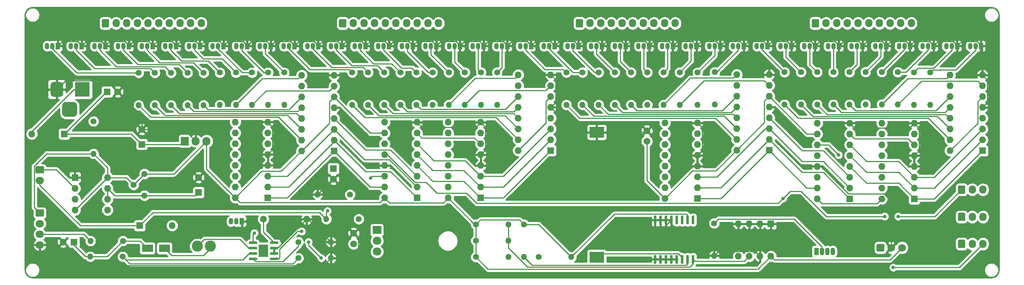
<source format=gbr>
%TF.GenerationSoftware,KiCad,Pcbnew,5.1.9+dfsg1-1+deb11u1*%
%TF.CreationDate,2023-02-07T21:16:08+08:00*%
%TF.ProjectId,OpenNixie,4f70656e-4e69-4786-9965-2e6b69636164,v1.3*%
%TF.SameCoordinates,Original*%
%TF.FileFunction,Copper,L1,Top*%
%TF.FilePolarity,Positive*%
%FSLAX46Y46*%
G04 Gerber Fmt 4.6, Leading zero omitted, Abs format (unit mm)*
G04 Created by KiCad (PCBNEW 5.1.9+dfsg1-1+deb11u1) date 2023-02-07 21:16:08*
%MOMM*%
%LPD*%
G01*
G04 APERTURE LIST*
%TA.AperFunction,ComponentPad*%
%ADD10R,1.600000X1.600000*%
%TD*%
%TA.AperFunction,ComponentPad*%
%ADD11O,1.600000X1.600000*%
%TD*%
%TA.AperFunction,ComponentPad*%
%ADD12O,1.700000X1.950000*%
%TD*%
%TA.AperFunction,ComponentPad*%
%ADD13O,1.950000X1.700000*%
%TD*%
%TA.AperFunction,ComponentPad*%
%ADD14O,2.000000X1.700000*%
%TD*%
%TA.AperFunction,ComponentPad*%
%ADD15R,2.000000X1.905000*%
%TD*%
%TA.AperFunction,ComponentPad*%
%ADD16O,2.000000X1.905000*%
%TD*%
%TA.AperFunction,ComponentPad*%
%ADD17C,1.800000*%
%TD*%
%TA.AperFunction,SMDPad,CuDef*%
%ADD18R,2.290000X3.000000*%
%TD*%
%TA.AperFunction,ComponentPad*%
%ADD19R,1.905000X2.000000*%
%TD*%
%TA.AperFunction,ComponentPad*%
%ADD20O,1.905000X2.000000*%
%TD*%
%TA.AperFunction,ComponentPad*%
%ADD21C,1.440000*%
%TD*%
%TA.AperFunction,ComponentPad*%
%ADD22O,1.400000X1.400000*%
%TD*%
%TA.AperFunction,ComponentPad*%
%ADD23C,1.400000*%
%TD*%
%TA.AperFunction,ComponentPad*%
%ADD24C,1.600000*%
%TD*%
%TA.AperFunction,ComponentPad*%
%ADD25R,1.050000X1.500000*%
%TD*%
%TA.AperFunction,ComponentPad*%
%ADD26O,1.050000X1.500000*%
%TD*%
%TA.AperFunction,ComponentPad*%
%ADD27C,2.600000*%
%TD*%
%TA.AperFunction,ComponentPad*%
%ADD28R,3.500000X3.500000*%
%TD*%
%TA.AperFunction,ComponentPad*%
%ADD29O,1.070000X1.800000*%
%TD*%
%TA.AperFunction,ComponentPad*%
%ADD30R,1.070000X1.800000*%
%TD*%
%TA.AperFunction,SMDPad,CuDef*%
%ADD31R,2.500000X1.800000*%
%TD*%
%TA.AperFunction,SMDPad,CuDef*%
%ADD32R,3.510000X2.540000*%
%TD*%
%TA.AperFunction,ViaPad*%
%ADD33C,0.800000*%
%TD*%
%TA.AperFunction,Conductor*%
%ADD34C,0.250000*%
%TD*%
%TA.AperFunction,Conductor*%
%ADD35C,0.254000*%
%TD*%
%TA.AperFunction,Conductor*%
%ADD36C,0.100000*%
%TD*%
G04 APERTURE END LIST*
D10*
%TO.P,U14,1*%
%TO.N,/595_1_P1*%
X288650000Y-167600000D03*
D11*
%TO.P,U14,9*%
%TO.N,N/C*%
X281030000Y-149820000D03*
%TO.P,U14,2*%
%TO.N,/595_1_P2*%
X288650000Y-165060000D03*
%TO.P,U14,10*%
%TO.N,+5V*%
X281030000Y-152360000D03*
%TO.P,U14,3*%
%TO.N,/595_1_P3*%
X288650000Y-162520000D03*
%TO.P,U14,11*%
%TO.N,CLOCK_PIN*%
X281030000Y-154900000D03*
%TO.P,U14,4*%
%TO.N,/595_1_P4*%
X288650000Y-159980000D03*
%TO.P,U14,12*%
%TO.N,LATCH_PIN*%
X281030000Y-157440000D03*
%TO.P,U14,5*%
%TO.N,/595_1_P5*%
X288650000Y-157440000D03*
%TO.P,U14,13*%
%TO.N,GND*%
X281030000Y-159980000D03*
%TO.P,U14,6*%
%TO.N,/595_1_P6*%
X288650000Y-154900000D03*
%TO.P,U14,14*%
%TO.N,CASCADE_PIN*%
X281030000Y-162520000D03*
%TO.P,U14,7*%
%TO.N,/595_1_P7*%
X288650000Y-152360000D03*
%TO.P,U14,15*%
%TO.N,/595_1_P0*%
X281030000Y-165060000D03*
%TO.P,U14,8*%
%TO.N,GND*%
X288650000Y-149820000D03*
%TO.P,U14,16*%
%TO.N,+5V*%
X281030000Y-167600000D03*
%TD*%
D12*
%TO.P,J10,10*%
%TO.N,NIXIE_3_P9*%
X303100000Y-126350000D03*
%TO.P,J10,9*%
%TO.N,NIXIE_3_P8*%
X300600000Y-126350000D03*
%TO.P,J10,8*%
%TO.N,NIXIE_3_P7*%
X298100000Y-126350000D03*
%TO.P,J10,7*%
%TO.N,NIXIE_3_P6*%
X295600000Y-126350000D03*
%TO.P,J10,6*%
%TO.N,NIXIE_3_P5*%
X293100000Y-126350000D03*
%TO.P,J10,5*%
%TO.N,NIXIE_3_P4*%
X290600000Y-126350000D03*
%TO.P,J10,4*%
%TO.N,NIXIE_3_P3*%
X288100000Y-126350000D03*
%TO.P,J10,3*%
%TO.N,NIXIE_3_P2*%
X285600000Y-126350000D03*
%TO.P,J10,2*%
%TO.N,NIXIE_3_P1*%
X283100000Y-126350000D03*
%TO.P,J10,1*%
%TO.N,NIXIE_3_P0*%
%TA.AperFunction,ComponentPad*%
G36*
G01*
X279750000Y-127075000D02*
X279750000Y-125625000D01*
G75*
G02*
X280000000Y-125375000I250000J0D01*
G01*
X281200000Y-125375000D01*
G75*
G02*
X281450000Y-125625000I0J-250000D01*
G01*
X281450000Y-127075000D01*
G75*
G02*
X281200000Y-127325000I-250000J0D01*
G01*
X280000000Y-127325000D01*
G75*
G02*
X279750000Y-127075000I0J250000D01*
G01*
G37*
%TD.AperFunction*%
%TD*%
%TO.P,J9,10*%
%TO.N,NIXIE_2_P9*%
X247700000Y-126350000D03*
%TO.P,J9,9*%
%TO.N,NIXIE_2_P8*%
X245200000Y-126350000D03*
%TO.P,J9,8*%
%TO.N,NIXIE_2_P7*%
X242700000Y-126350000D03*
%TO.P,J9,7*%
%TO.N,NIXIE_2_P6*%
X240200000Y-126350000D03*
%TO.P,J9,6*%
%TO.N,NIXIE_2_P5*%
X237700000Y-126350000D03*
%TO.P,J9,5*%
%TO.N,NIXIE_2_P4*%
X235200000Y-126350000D03*
%TO.P,J9,4*%
%TO.N,NIXIE_2_P3*%
X232700000Y-126350000D03*
%TO.P,J9,3*%
%TO.N,NIXIE_2_P2*%
X230200000Y-126350000D03*
%TO.P,J9,2*%
%TO.N,NIXIE_2_P1*%
X227700000Y-126350000D03*
%TO.P,J9,1*%
%TO.N,NIXIE_2_P0*%
%TA.AperFunction,ComponentPad*%
G36*
G01*
X224350000Y-127075000D02*
X224350000Y-125625000D01*
G75*
G02*
X224600000Y-125375000I250000J0D01*
G01*
X225800000Y-125375000D01*
G75*
G02*
X226050000Y-125625000I0J-250000D01*
G01*
X226050000Y-127075000D01*
G75*
G02*
X225800000Y-127325000I-250000J0D01*
G01*
X224600000Y-127325000D01*
G75*
G02*
X224350000Y-127075000I0J250000D01*
G01*
G37*
%TD.AperFunction*%
%TD*%
%TO.P,J8,10*%
%TO.N,NIXIE_1_P9*%
X192150000Y-126350000D03*
%TO.P,J8,9*%
%TO.N,NIXIE_1_P8*%
X189650000Y-126350000D03*
%TO.P,J8,8*%
%TO.N,NIXIE_1_P7*%
X187150000Y-126350000D03*
%TO.P,J8,7*%
%TO.N,NIXIE_1_P6*%
X184650000Y-126350000D03*
%TO.P,J8,6*%
%TO.N,NIXIE_1_P5*%
X182150000Y-126350000D03*
%TO.P,J8,5*%
%TO.N,NIXIE_1_P4*%
X179650000Y-126350000D03*
%TO.P,J8,4*%
%TO.N,NIXIE_1_P3*%
X177150000Y-126350000D03*
%TO.P,J8,3*%
%TO.N,NIXIE_1_P2*%
X174650000Y-126350000D03*
%TO.P,J8,2*%
%TO.N,NIXIE_1_P1*%
X172150000Y-126350000D03*
%TO.P,J8,1*%
%TO.N,NIXIE_1_P0*%
%TA.AperFunction,ComponentPad*%
G36*
G01*
X168800000Y-127075000D02*
X168800000Y-125625000D01*
G75*
G02*
X169050000Y-125375000I250000J0D01*
G01*
X170250000Y-125375000D01*
G75*
G02*
X170500000Y-125625000I0J-250000D01*
G01*
X170500000Y-127075000D01*
G75*
G02*
X170250000Y-127325000I-250000J0D01*
G01*
X169050000Y-127325000D01*
G75*
G02*
X168800000Y-127075000I0J250000D01*
G01*
G37*
%TD.AperFunction*%
%TD*%
%TO.P,J7,10*%
%TO.N,NIXIE_0_P9*%
X136500000Y-126350000D03*
%TO.P,J7,9*%
%TO.N,NIXIE_0_P8*%
X134000000Y-126350000D03*
%TO.P,J7,8*%
%TO.N,NIXIE_0_P7*%
X131500000Y-126350000D03*
%TO.P,J7,7*%
%TO.N,NIXIE_0_P6*%
X129000000Y-126350000D03*
%TO.P,J7,6*%
%TO.N,NIXIE_0_P5*%
X126500000Y-126350000D03*
%TO.P,J7,5*%
%TO.N,NIXIE_0_P4*%
X124000000Y-126350000D03*
%TO.P,J7,4*%
%TO.N,NIXIE_0_P3*%
X121500000Y-126350000D03*
%TO.P,J7,3*%
%TO.N,NIXIE_0_P2*%
X119000000Y-126350000D03*
%TO.P,J7,2*%
%TO.N,NIXIE_0_P1*%
X116500000Y-126350000D03*
%TO.P,J7,1*%
%TO.N,NIXIE_0_P0*%
%TA.AperFunction,ComponentPad*%
G36*
G01*
X113150000Y-127075000D02*
X113150000Y-125625000D01*
G75*
G02*
X113400000Y-125375000I250000J0D01*
G01*
X114600000Y-125375000D01*
G75*
G02*
X114850000Y-125625000I0J-250000D01*
G01*
X114850000Y-127075000D01*
G75*
G02*
X114600000Y-127325000I-250000J0D01*
G01*
X113400000Y-127325000D01*
G75*
G02*
X113150000Y-127075000I0J250000D01*
G01*
G37*
%TD.AperFunction*%
%TD*%
%TO.P,J6,3*%
%TO.N,IR_OUT*%
X319900000Y-178200000D03*
%TO.P,J6,2*%
%TO.N,I2C_SDA*%
X317400000Y-178200000D03*
%TO.P,J6,1*%
%TO.N,I2C_SCL*%
%TA.AperFunction,ComponentPad*%
G36*
G01*
X314050000Y-178925000D02*
X314050000Y-177475000D01*
G75*
G02*
X314300000Y-177225000I250000J0D01*
G01*
X315500000Y-177225000D01*
G75*
G02*
X315750000Y-177475000I0J-250000D01*
G01*
X315750000Y-178925000D01*
G75*
G02*
X315500000Y-179175000I-250000J0D01*
G01*
X314300000Y-179175000D01*
G75*
G02*
X314050000Y-178925000I0J250000D01*
G01*
G37*
%TD.AperFunction*%
%TD*%
D13*
%TO.P,J5,4*%
%TO.N,GND*%
X98600000Y-178450000D03*
%TO.P,J5,3*%
%TO.N,BOOST_OUT*%
X98600000Y-175950000D03*
%TO.P,J5,2*%
%TO.N,+12V*%
X98600000Y-173450000D03*
%TO.P,J5,1*%
%TO.N,+5V*%
%TA.AperFunction,ComponentPad*%
G36*
G01*
X97875000Y-170100000D02*
X99325000Y-170100000D01*
G75*
G02*
X99575000Y-170350000I0J-250000D01*
G01*
X99575000Y-171550000D01*
G75*
G02*
X99325000Y-171800000I-250000J0D01*
G01*
X97875000Y-171800000D01*
G75*
G02*
X97625000Y-171550000I0J250000D01*
G01*
X97625000Y-170350000D01*
G75*
G02*
X97875000Y-170100000I250000J0D01*
G01*
G37*
%TD.AperFunction*%
%TD*%
D12*
%TO.P,J3,3*%
%TO.N,CLOCK_PIN*%
X319900000Y-165450000D03*
%TO.P,J3,2*%
%TO.N,DATA_PIN*%
X317400000Y-165450000D03*
%TO.P,J3,1*%
%TO.N,LATCH_PIN*%
%TA.AperFunction,ComponentPad*%
G36*
G01*
X314050000Y-166175000D02*
X314050000Y-164725000D01*
G75*
G02*
X314300000Y-164475000I250000J0D01*
G01*
X315500000Y-164475000D01*
G75*
G02*
X315750000Y-164725000I0J-250000D01*
G01*
X315750000Y-166175000D01*
G75*
G02*
X315500000Y-166425000I-250000J0D01*
G01*
X314300000Y-166425000D01*
G75*
G02*
X314050000Y-166175000I0J250000D01*
G01*
G37*
%TD.AperFunction*%
%TD*%
%TO.P,J2,3*%
%TO.N,BLUE_PIN*%
X319900000Y-171850000D03*
%TO.P,J2,2*%
%TO.N,GREEN_PIN*%
X317400000Y-171850000D03*
%TO.P,J2,1*%
%TO.N,RED_PIN*%
%TA.AperFunction,ComponentPad*%
G36*
G01*
X314050000Y-172575000D02*
X314050000Y-171125000D01*
G75*
G02*
X314300000Y-170875000I250000J0D01*
G01*
X315500000Y-170875000D01*
G75*
G02*
X315750000Y-171125000I0J-250000D01*
G01*
X315750000Y-172575000D01*
G75*
G02*
X315500000Y-172825000I-250000J0D01*
G01*
X314300000Y-172825000D01*
G75*
G02*
X314050000Y-172575000I0J250000D01*
G01*
G37*
%TD.AperFunction*%
%TD*%
D14*
%TO.P,J1,2*%
%TO.N,CONSTANT_PIN*%
X98600000Y-163300000D03*
%TO.P,J1,1*%
%TO.N,TIMER_PIN*%
%TA.AperFunction,ComponentPad*%
G36*
G01*
X97850000Y-159950000D02*
X99350000Y-159950000D01*
G75*
G02*
X99600000Y-160200000I0J-250000D01*
G01*
X99600000Y-161400000D01*
G75*
G02*
X99350000Y-161650000I-250000J0D01*
G01*
X97850000Y-161650000D01*
G75*
G02*
X97600000Y-161400000I0J250000D01*
G01*
X97600000Y-160200000D01*
G75*
G02*
X97850000Y-159950000I250000J0D01*
G01*
G37*
%TD.AperFunction*%
%TD*%
D11*
%TO.P,U12,16*%
%TO.N,+5V*%
X262130000Y-156200000D03*
%TO.P,U12,8*%
%TO.N,GND*%
X269750000Y-138420000D03*
%TO.P,U12,15*%
%TO.N,/138_2_P0*%
X262130000Y-153660000D03*
%TO.P,U12,7*%
%TO.N,/138_2_P7*%
X269750000Y-140960000D03*
%TO.P,U12,14*%
%TO.N,/138_2_P1*%
X262130000Y-151120000D03*
%TO.P,U12,6*%
%TO.N,+5V*%
X269750000Y-143500000D03*
%TO.P,U12,13*%
%TO.N,/138_2_P2*%
X262130000Y-148580000D03*
%TO.P,U12,5*%
%TO.N,GND*%
X269750000Y-146040000D03*
%TO.P,U12,12*%
%TO.N,/138_2_P3*%
X262130000Y-146040000D03*
%TO.P,U12,4*%
%TO.N,/595_1_P3*%
X269750000Y-148580000D03*
%TO.P,U12,11*%
%TO.N,/138_2_P4*%
X262130000Y-143500000D03*
%TO.P,U12,3*%
%TO.N,/595_1_P2*%
X269750000Y-151120000D03*
%TO.P,U12,10*%
%TO.N,/138_2_P5*%
X262130000Y-140960000D03*
%TO.P,U12,2*%
%TO.N,/595_1_P1*%
X269750000Y-153660000D03*
%TO.P,U12,9*%
%TO.N,/138_2_P6*%
X262130000Y-138420000D03*
D10*
%TO.P,U12,1*%
%TO.N,/595_1_P0*%
X269750000Y-156200000D03*
%TD*%
D11*
%TO.P,U7,16*%
%TO.N,+5V*%
X160030000Y-156350000D03*
%TO.P,U7,8*%
%TO.N,GND*%
X167650000Y-138570000D03*
%TO.P,U7,15*%
%TO.N,/138_0_P0*%
X160030000Y-153810000D03*
%TO.P,U7,7*%
%TO.N,/138_0_P7*%
X167650000Y-141110000D03*
%TO.P,U7,14*%
%TO.N,/138_0_P1*%
X160030000Y-151270000D03*
%TO.P,U7,6*%
%TO.N,+5V*%
X167650000Y-143650000D03*
%TO.P,U7,13*%
%TO.N,/138_0_P2*%
X160030000Y-148730000D03*
%TO.P,U7,5*%
%TO.N,GND*%
X167650000Y-146190000D03*
%TO.P,U7,12*%
%TO.N,/138_0_P3*%
X160030000Y-146190000D03*
%TO.P,U7,4*%
%TO.N,/595_0_P3*%
X167650000Y-148730000D03*
%TO.P,U7,11*%
%TO.N,/138_0_P4*%
X160030000Y-143650000D03*
%TO.P,U7,3*%
%TO.N,/595_0_P2*%
X167650000Y-151270000D03*
%TO.P,U7,10*%
%TO.N,/138_0_P5*%
X160030000Y-141110000D03*
%TO.P,U7,2*%
%TO.N,/595_0_P1*%
X167650000Y-153810000D03*
%TO.P,U7,9*%
%TO.N,/138_0_P6*%
X160030000Y-138570000D03*
D10*
%TO.P,U7,1*%
%TO.N,/595_0_P0*%
X167650000Y-156350000D03*
%TD*%
D15*
%TO.P,Q2,1*%
%TO.N,Net-(Q2-Pad1)*%
X177700000Y-174950000D03*
D16*
%TO.P,Q2,2*%
%TO.N,Net-(D2-Pad2)*%
X177700000Y-177490000D03*
%TO.P,Q2,3*%
%TO.N,Net-(Q2-Pad3)*%
X177700000Y-180030000D03*
%TD*%
D10*
%TO.P,U16,1*%
%TO.N,/595_1_P4*%
X303800000Y-167600000D03*
D11*
%TO.P,U16,9*%
%TO.N,N/C*%
X296180000Y-149820000D03*
%TO.P,U16,2*%
%TO.N,/595_1_P5*%
X303800000Y-165060000D03*
%TO.P,U16,10*%
%TO.N,N/C*%
X296180000Y-152360000D03*
%TO.P,U16,3*%
%TO.N,/595_1_P6*%
X303800000Y-162520000D03*
%TO.P,U16,11*%
%TO.N,N/C*%
X296180000Y-154900000D03*
%TO.P,U16,4*%
%TO.N,GND*%
X303800000Y-159980000D03*
%TO.P,U16,12*%
%TO.N,N/C*%
X296180000Y-157440000D03*
%TO.P,U16,5*%
%TO.N,GND*%
X303800000Y-157440000D03*
%TO.P,U16,13*%
%TO.N,N/C*%
X296180000Y-159980000D03*
%TO.P,U16,6*%
%TO.N,/595_1_P7*%
X303800000Y-154900000D03*
%TO.P,U16,14*%
%TO.N,Net-(R51-Pad2)*%
X296180000Y-162520000D03*
%TO.P,U16,7*%
%TO.N,N/C*%
X303800000Y-152360000D03*
%TO.P,U16,15*%
%TO.N,Net-(R52-Pad2)*%
X296180000Y-165060000D03*
%TO.P,U16,8*%
%TO.N,GND*%
X303800000Y-149820000D03*
%TO.P,U16,16*%
%TO.N,+5V*%
X296180000Y-167600000D03*
%TD*%
D10*
%TO.P,U15,1*%
%TO.N,/595_1_P0*%
X252900000Y-167550000D03*
D11*
%TO.P,U15,9*%
%TO.N,N/C*%
X245280000Y-149770000D03*
%TO.P,U15,2*%
%TO.N,/595_1_P1*%
X252900000Y-165010000D03*
%TO.P,U15,10*%
%TO.N,N/C*%
X245280000Y-152310000D03*
%TO.P,U15,3*%
%TO.N,/595_1_P2*%
X252900000Y-162470000D03*
%TO.P,U15,11*%
%TO.N,N/C*%
X245280000Y-154850000D03*
%TO.P,U15,4*%
%TO.N,GND*%
X252900000Y-159930000D03*
%TO.P,U15,12*%
%TO.N,N/C*%
X245280000Y-157390000D03*
%TO.P,U15,5*%
%TO.N,GND*%
X252900000Y-157390000D03*
%TO.P,U15,13*%
%TO.N,N/C*%
X245280000Y-159930000D03*
%TO.P,U15,6*%
%TO.N,/595_1_P3*%
X252900000Y-154850000D03*
%TO.P,U15,14*%
%TO.N,Net-(R49-Pad2)*%
X245280000Y-162470000D03*
%TO.P,U15,7*%
%TO.N,N/C*%
X252900000Y-152310000D03*
%TO.P,U15,15*%
%TO.N,Net-(R50-Pad2)*%
X245280000Y-165010000D03*
%TO.P,U15,8*%
%TO.N,GND*%
X252900000Y-149770000D03*
%TO.P,U15,16*%
%TO.N,+5V*%
X245280000Y-167550000D03*
%TD*%
%TO.P,U13,16*%
%TO.N,+5V*%
X312180000Y-156300000D03*
%TO.P,U13,8*%
%TO.N,GND*%
X319800000Y-138520000D03*
%TO.P,U13,15*%
%TO.N,/138_3_P0*%
X312180000Y-153760000D03*
%TO.P,U13,7*%
%TO.N,/138_3_P7*%
X319800000Y-141060000D03*
%TO.P,U13,14*%
%TO.N,/138_3_P1*%
X312180000Y-151220000D03*
%TO.P,U13,6*%
%TO.N,+5V*%
X319800000Y-143600000D03*
%TO.P,U13,13*%
%TO.N,/138_3_P2*%
X312180000Y-148680000D03*
%TO.P,U13,5*%
%TO.N,GND*%
X319800000Y-146140000D03*
%TO.P,U13,12*%
%TO.N,/138_3_P3*%
X312180000Y-146140000D03*
%TO.P,U13,4*%
%TO.N,/595_1_P7*%
X319800000Y-148680000D03*
%TO.P,U13,11*%
%TO.N,/138_3_P4*%
X312180000Y-143600000D03*
%TO.P,U13,3*%
%TO.N,/595_1_P6*%
X319800000Y-151220000D03*
%TO.P,U13,10*%
%TO.N,/138_3_P5*%
X312180000Y-141060000D03*
%TO.P,U13,2*%
%TO.N,/595_1_P5*%
X319800000Y-153760000D03*
%TO.P,U13,9*%
%TO.N,/138_3_P6*%
X312180000Y-138520000D03*
D10*
%TO.P,U13,1*%
%TO.N,/595_1_P4*%
X319800000Y-156300000D03*
%TD*%
%TO.P,U11,1*%
%TO.N,/595_0_P4*%
X202050000Y-167400000D03*
D11*
%TO.P,U11,9*%
%TO.N,N/C*%
X194430000Y-149620000D03*
%TO.P,U11,2*%
%TO.N,/595_0_P5*%
X202050000Y-164860000D03*
%TO.P,U11,10*%
%TO.N,N/C*%
X194430000Y-152160000D03*
%TO.P,U11,3*%
%TO.N,/595_0_P6*%
X202050000Y-162320000D03*
%TO.P,U11,11*%
%TO.N,N/C*%
X194430000Y-154700000D03*
%TO.P,U11,4*%
%TO.N,GND*%
X202050000Y-159780000D03*
%TO.P,U11,12*%
%TO.N,N/C*%
X194430000Y-157240000D03*
%TO.P,U11,5*%
%TO.N,GND*%
X202050000Y-157240000D03*
%TO.P,U11,13*%
%TO.N,N/C*%
X194430000Y-159780000D03*
%TO.P,U11,6*%
%TO.N,/595_0_P7*%
X202050000Y-154700000D03*
%TO.P,U11,14*%
%TO.N,Net-(R31-Pad2)*%
X194430000Y-162320000D03*
%TO.P,U11,7*%
%TO.N,N/C*%
X202050000Y-152160000D03*
%TO.P,U11,15*%
%TO.N,Net-(R32-Pad2)*%
X194430000Y-164860000D03*
%TO.P,U11,8*%
%TO.N,GND*%
X202050000Y-149620000D03*
%TO.P,U11,16*%
%TO.N,+5V*%
X194430000Y-167400000D03*
%TD*%
D10*
%TO.P,U10,1*%
%TO.N,/595_0_P0*%
X152100000Y-167350000D03*
D11*
%TO.P,U10,9*%
%TO.N,N/C*%
X144480000Y-149570000D03*
%TO.P,U10,2*%
%TO.N,/595_0_P1*%
X152100000Y-164810000D03*
%TO.P,U10,10*%
%TO.N,N/C*%
X144480000Y-152110000D03*
%TO.P,U10,3*%
%TO.N,/595_0_P2*%
X152100000Y-162270000D03*
%TO.P,U10,11*%
%TO.N,N/C*%
X144480000Y-154650000D03*
%TO.P,U10,4*%
%TO.N,GND*%
X152100000Y-159730000D03*
%TO.P,U10,12*%
%TO.N,N/C*%
X144480000Y-157190000D03*
%TO.P,U10,5*%
%TO.N,GND*%
X152100000Y-157190000D03*
%TO.P,U10,13*%
%TO.N,N/C*%
X144480000Y-159730000D03*
%TO.P,U10,6*%
%TO.N,/595_0_P3*%
X152100000Y-154650000D03*
%TO.P,U10,14*%
%TO.N,Net-(R29-Pad2)*%
X144480000Y-162270000D03*
%TO.P,U10,7*%
%TO.N,N/C*%
X152100000Y-152110000D03*
%TO.P,U10,15*%
%TO.N,Net-(R30-Pad2)*%
X144480000Y-164810000D03*
%TO.P,U10,8*%
%TO.N,GND*%
X152100000Y-149570000D03*
%TO.P,U10,16*%
%TO.N,+5V*%
X144480000Y-167350000D03*
%TD*%
D10*
%TO.P,U9,1*%
%TO.N,/595_0_P1*%
X187100000Y-167400000D03*
D11*
%TO.P,U9,9*%
%TO.N,CASCADE_PIN*%
X179480000Y-149620000D03*
%TO.P,U9,2*%
%TO.N,/595_0_P2*%
X187100000Y-164860000D03*
%TO.P,U9,10*%
%TO.N,+5V*%
X179480000Y-152160000D03*
%TO.P,U9,3*%
%TO.N,/595_0_P3*%
X187100000Y-162320000D03*
%TO.P,U9,11*%
%TO.N,CLOCK_PIN*%
X179480000Y-154700000D03*
%TO.P,U9,4*%
%TO.N,/595_0_P4*%
X187100000Y-159780000D03*
%TO.P,U9,12*%
%TO.N,LATCH_PIN*%
X179480000Y-157240000D03*
%TO.P,U9,5*%
%TO.N,/595_0_P5*%
X187100000Y-157240000D03*
%TO.P,U9,13*%
%TO.N,GND*%
X179480000Y-159780000D03*
%TO.P,U9,6*%
%TO.N,/595_0_P6*%
X187100000Y-154700000D03*
%TO.P,U9,14*%
%TO.N,DATA_PIN*%
X179480000Y-162320000D03*
%TO.P,U9,7*%
%TO.N,/595_0_P7*%
X187100000Y-152160000D03*
%TO.P,U9,15*%
%TO.N,/595_0_P0*%
X179480000Y-164860000D03*
%TO.P,U9,8*%
%TO.N,GND*%
X187100000Y-149620000D03*
%TO.P,U9,16*%
%TO.N,+5V*%
X179480000Y-167400000D03*
%TD*%
%TO.P,U8,16*%
%TO.N,+5V*%
X210880000Y-156250000D03*
%TO.P,U8,8*%
%TO.N,GND*%
X218500000Y-138470000D03*
%TO.P,U8,15*%
%TO.N,/138_1_P0*%
X210880000Y-153710000D03*
%TO.P,U8,7*%
%TO.N,/138_1_P7*%
X218500000Y-141010000D03*
%TO.P,U8,14*%
%TO.N,/138_1_P1*%
X210880000Y-151170000D03*
%TO.P,U8,6*%
%TO.N,+5V*%
X218500000Y-143550000D03*
%TO.P,U8,13*%
%TO.N,/138_1_P2*%
X210880000Y-148630000D03*
%TO.P,U8,5*%
%TO.N,GND*%
X218500000Y-146090000D03*
%TO.P,U8,12*%
%TO.N,/138_1_P3*%
X210880000Y-146090000D03*
%TO.P,U8,4*%
%TO.N,/595_0_P7*%
X218500000Y-148630000D03*
%TO.P,U8,11*%
%TO.N,/138_1_P4*%
X210880000Y-143550000D03*
%TO.P,U8,3*%
%TO.N,/595_0_P6*%
X218500000Y-151170000D03*
%TO.P,U8,10*%
%TO.N,/138_1_P5*%
X210880000Y-141010000D03*
%TO.P,U8,2*%
%TO.N,/595_0_P5*%
X218500000Y-153710000D03*
%TO.P,U8,9*%
%TO.N,/138_1_P6*%
X210880000Y-138470000D03*
D10*
%TO.P,U8,1*%
%TO.N,/595_0_P4*%
X218500000Y-156250000D03*
%TD*%
D17*
%TO.P,U6,3*%
%TO.N,+5V*%
X300930000Y-179100000D03*
%TO.P,U6,2*%
%TO.N,GND*%
X298390000Y-179100000D03*
%TO.P,U6,1*%
%TO.N,IR_OUT*%
%TA.AperFunction,ComponentPad*%
G36*
G01*
X294950000Y-179751600D02*
X294950000Y-178448400D01*
G75*
G02*
X295198400Y-178200000I248400J0D01*
G01*
X296501600Y-178200000D01*
G75*
G02*
X296750000Y-178448400I0J-248400D01*
G01*
X296750000Y-179751600D01*
G75*
G02*
X296501600Y-180000000I-248400J0D01*
G01*
X295198400Y-180000000D01*
G75*
G02*
X294950000Y-179751600I0J248400D01*
G01*
G37*
%TD.AperFunction*%
%TD*%
D11*
%TO.P,U5,8*%
%TO.N,+5V*%
X270150000Y-181120000D03*
%TO.P,U5,4*%
%TO.N,GND*%
X262530000Y-173500000D03*
%TO.P,U5,7*%
X267610000Y-181120000D03*
%TO.P,U5,3*%
X265070000Y-173500000D03*
%TO.P,U5,6*%
%TO.N,I2C_SCL*%
X265070000Y-181120000D03*
%TO.P,U5,2*%
%TO.N,GND*%
X267610000Y-173500000D03*
%TO.P,U5,5*%
%TO.N,I2C_SDA*%
X262530000Y-181120000D03*
D10*
%TO.P,U5,1*%
%TO.N,GND*%
X270150000Y-173500000D03*
%TD*%
%TO.P,U4,1*%
%TO.N,N/C*%
%TA.AperFunction,SMDPad,CuDef*%
G36*
G01*
X251745000Y-171525000D02*
X252045000Y-171525000D01*
G75*
G02*
X252195000Y-171675000I0J-150000D01*
G01*
X252195000Y-173425000D01*
G75*
G02*
X252045000Y-173575000I-150000J0D01*
G01*
X251745000Y-173575000D01*
G75*
G02*
X251595000Y-173425000I0J150000D01*
G01*
X251595000Y-171675000D01*
G75*
G02*
X251745000Y-171525000I150000J0D01*
G01*
G37*
%TD.AperFunction*%
%TO.P,U4,2*%
%TO.N,+5V*%
%TA.AperFunction,SMDPad,CuDef*%
G36*
G01*
X250475000Y-171525000D02*
X250775000Y-171525000D01*
G75*
G02*
X250925000Y-171675000I0J-150000D01*
G01*
X250925000Y-173425000D01*
G75*
G02*
X250775000Y-173575000I-150000J0D01*
G01*
X250475000Y-173575000D01*
G75*
G02*
X250325000Y-173425000I0J150000D01*
G01*
X250325000Y-171675000D01*
G75*
G02*
X250475000Y-171525000I150000J0D01*
G01*
G37*
%TD.AperFunction*%
%TO.P,U4,3*%
%TO.N,N/C*%
%TA.AperFunction,SMDPad,CuDef*%
G36*
G01*
X249205000Y-171525000D02*
X249505000Y-171525000D01*
G75*
G02*
X249655000Y-171675000I0J-150000D01*
G01*
X249655000Y-173425000D01*
G75*
G02*
X249505000Y-173575000I-150000J0D01*
G01*
X249205000Y-173575000D01*
G75*
G02*
X249055000Y-173425000I0J150000D01*
G01*
X249055000Y-171675000D01*
G75*
G02*
X249205000Y-171525000I150000J0D01*
G01*
G37*
%TD.AperFunction*%
%TO.P,U4,4*%
%TA.AperFunction,SMDPad,CuDef*%
G36*
G01*
X247935000Y-171525000D02*
X248235000Y-171525000D01*
G75*
G02*
X248385000Y-171675000I0J-150000D01*
G01*
X248385000Y-173425000D01*
G75*
G02*
X248235000Y-173575000I-150000J0D01*
G01*
X247935000Y-173575000D01*
G75*
G02*
X247785000Y-173425000I0J150000D01*
G01*
X247785000Y-171675000D01*
G75*
G02*
X247935000Y-171525000I150000J0D01*
G01*
G37*
%TD.AperFunction*%
%TO.P,U4,5*%
%TO.N,GND*%
%TA.AperFunction,SMDPad,CuDef*%
G36*
G01*
X246665000Y-171525000D02*
X246965000Y-171525000D01*
G75*
G02*
X247115000Y-171675000I0J-150000D01*
G01*
X247115000Y-173425000D01*
G75*
G02*
X246965000Y-173575000I-150000J0D01*
G01*
X246665000Y-173575000D01*
G75*
G02*
X246515000Y-173425000I0J150000D01*
G01*
X246515000Y-171675000D01*
G75*
G02*
X246665000Y-171525000I150000J0D01*
G01*
G37*
%TD.AperFunction*%
%TO.P,U4,6*%
%TA.AperFunction,SMDPad,CuDef*%
G36*
G01*
X245395000Y-171525000D02*
X245695000Y-171525000D01*
G75*
G02*
X245845000Y-171675000I0J-150000D01*
G01*
X245845000Y-173425000D01*
G75*
G02*
X245695000Y-173575000I-150000J0D01*
G01*
X245395000Y-173575000D01*
G75*
G02*
X245245000Y-173425000I0J150000D01*
G01*
X245245000Y-171675000D01*
G75*
G02*
X245395000Y-171525000I150000J0D01*
G01*
G37*
%TD.AperFunction*%
%TO.P,U4,7*%
%TA.AperFunction,SMDPad,CuDef*%
G36*
G01*
X244125000Y-171525000D02*
X244425000Y-171525000D01*
G75*
G02*
X244575000Y-171675000I0J-150000D01*
G01*
X244575000Y-173425000D01*
G75*
G02*
X244425000Y-173575000I-150000J0D01*
G01*
X244125000Y-173575000D01*
G75*
G02*
X243975000Y-173425000I0J150000D01*
G01*
X243975000Y-171675000D01*
G75*
G02*
X244125000Y-171525000I150000J0D01*
G01*
G37*
%TD.AperFunction*%
%TO.P,U4,8*%
%TA.AperFunction,SMDPad,CuDef*%
G36*
G01*
X242855000Y-171525000D02*
X243155000Y-171525000D01*
G75*
G02*
X243305000Y-171675000I0J-150000D01*
G01*
X243305000Y-173425000D01*
G75*
G02*
X243155000Y-173575000I-150000J0D01*
G01*
X242855000Y-173575000D01*
G75*
G02*
X242705000Y-173425000I0J150000D01*
G01*
X242705000Y-171675000D01*
G75*
G02*
X242855000Y-171525000I150000J0D01*
G01*
G37*
%TD.AperFunction*%
%TO.P,U4,9*%
%TA.AperFunction,SMDPad,CuDef*%
G36*
G01*
X242855000Y-180825000D02*
X243155000Y-180825000D01*
G75*
G02*
X243305000Y-180975000I0J-150000D01*
G01*
X243305000Y-182725000D01*
G75*
G02*
X243155000Y-182875000I-150000J0D01*
G01*
X242855000Y-182875000D01*
G75*
G02*
X242705000Y-182725000I0J150000D01*
G01*
X242705000Y-180975000D01*
G75*
G02*
X242855000Y-180825000I150000J0D01*
G01*
G37*
%TD.AperFunction*%
%TO.P,U4,10*%
%TA.AperFunction,SMDPad,CuDef*%
G36*
G01*
X244125000Y-180825000D02*
X244425000Y-180825000D01*
G75*
G02*
X244575000Y-180975000I0J-150000D01*
G01*
X244575000Y-182725000D01*
G75*
G02*
X244425000Y-182875000I-150000J0D01*
G01*
X244125000Y-182875000D01*
G75*
G02*
X243975000Y-182725000I0J150000D01*
G01*
X243975000Y-180975000D01*
G75*
G02*
X244125000Y-180825000I150000J0D01*
G01*
G37*
%TD.AperFunction*%
%TO.P,U4,11*%
%TA.AperFunction,SMDPad,CuDef*%
G36*
G01*
X245395000Y-180825000D02*
X245695000Y-180825000D01*
G75*
G02*
X245845000Y-180975000I0J-150000D01*
G01*
X245845000Y-182725000D01*
G75*
G02*
X245695000Y-182875000I-150000J0D01*
G01*
X245395000Y-182875000D01*
G75*
G02*
X245245000Y-182725000I0J150000D01*
G01*
X245245000Y-180975000D01*
G75*
G02*
X245395000Y-180825000I150000J0D01*
G01*
G37*
%TD.AperFunction*%
%TO.P,U4,12*%
%TA.AperFunction,SMDPad,CuDef*%
G36*
G01*
X246665000Y-180825000D02*
X246965000Y-180825000D01*
G75*
G02*
X247115000Y-180975000I0J-150000D01*
G01*
X247115000Y-182725000D01*
G75*
G02*
X246965000Y-182875000I-150000J0D01*
G01*
X246665000Y-182875000D01*
G75*
G02*
X246515000Y-182725000I0J150000D01*
G01*
X246515000Y-180975000D01*
G75*
G02*
X246665000Y-180825000I150000J0D01*
G01*
G37*
%TD.AperFunction*%
%TO.P,U4,13*%
%TA.AperFunction,SMDPad,CuDef*%
G36*
G01*
X247935000Y-180825000D02*
X248235000Y-180825000D01*
G75*
G02*
X248385000Y-180975000I0J-150000D01*
G01*
X248385000Y-182725000D01*
G75*
G02*
X248235000Y-182875000I-150000J0D01*
G01*
X247935000Y-182875000D01*
G75*
G02*
X247785000Y-182725000I0J150000D01*
G01*
X247785000Y-180975000D01*
G75*
G02*
X247935000Y-180825000I150000J0D01*
G01*
G37*
%TD.AperFunction*%
%TO.P,U4,14*%
%TO.N,Net-(BT1-Pad1)*%
%TA.AperFunction,SMDPad,CuDef*%
G36*
G01*
X249205000Y-180825000D02*
X249505000Y-180825000D01*
G75*
G02*
X249655000Y-180975000I0J-150000D01*
G01*
X249655000Y-182725000D01*
G75*
G02*
X249505000Y-182875000I-150000J0D01*
G01*
X249205000Y-182875000D01*
G75*
G02*
X249055000Y-182725000I0J150000D01*
G01*
X249055000Y-180975000D01*
G75*
G02*
X249205000Y-180825000I150000J0D01*
G01*
G37*
%TD.AperFunction*%
%TO.P,U4,15*%
%TO.N,I2C_SDA*%
%TA.AperFunction,SMDPad,CuDef*%
G36*
G01*
X250475000Y-180825000D02*
X250775000Y-180825000D01*
G75*
G02*
X250925000Y-180975000I0J-150000D01*
G01*
X250925000Y-182725000D01*
G75*
G02*
X250775000Y-182875000I-150000J0D01*
G01*
X250475000Y-182875000D01*
G75*
G02*
X250325000Y-182725000I0J150000D01*
G01*
X250325000Y-180975000D01*
G75*
G02*
X250475000Y-180825000I150000J0D01*
G01*
G37*
%TD.AperFunction*%
%TO.P,U4,16*%
%TO.N,I2C_SCL*%
%TA.AperFunction,SMDPad,CuDef*%
G36*
G01*
X251745000Y-180825000D02*
X252045000Y-180825000D01*
G75*
G02*
X252195000Y-180975000I0J-150000D01*
G01*
X252195000Y-182725000D01*
G75*
G02*
X252045000Y-182875000I-150000J0D01*
G01*
X251745000Y-182875000D01*
G75*
G02*
X251595000Y-182725000I0J150000D01*
G01*
X251595000Y-180975000D01*
G75*
G02*
X251745000Y-180825000I150000J0D01*
G01*
G37*
%TD.AperFunction*%
%TD*%
%TO.P,U3,1*%
%TO.N,Net-(Q2-Pad1)*%
%TA.AperFunction,SMDPad,CuDef*%
G36*
G01*
X147650000Y-178095000D02*
X147650000Y-177795000D01*
G75*
G02*
X147800000Y-177645000I150000J0D01*
G01*
X149450000Y-177645000D01*
G75*
G02*
X149600000Y-177795000I0J-150000D01*
G01*
X149600000Y-178095000D01*
G75*
G02*
X149450000Y-178245000I-150000J0D01*
G01*
X147800000Y-178245000D01*
G75*
G02*
X147650000Y-178095000I0J150000D01*
G01*
G37*
%TD.AperFunction*%
%TO.P,U3,2*%
%TO.N,+12V*%
%TA.AperFunction,SMDPad,CuDef*%
G36*
G01*
X147650000Y-179365000D02*
X147650000Y-179065000D01*
G75*
G02*
X147800000Y-178915000I150000J0D01*
G01*
X149450000Y-178915000D01*
G75*
G02*
X149600000Y-179065000I0J-150000D01*
G01*
X149600000Y-179365000D01*
G75*
G02*
X149450000Y-179515000I-150000J0D01*
G01*
X147800000Y-179515000D01*
G75*
G02*
X147650000Y-179365000I0J150000D01*
G01*
G37*
%TD.AperFunction*%
%TO.P,U3,3*%
%TO.N,Net-(R12-Pad1)*%
%TA.AperFunction,SMDPad,CuDef*%
G36*
G01*
X147650000Y-180635000D02*
X147650000Y-180335000D01*
G75*
G02*
X147800000Y-180185000I150000J0D01*
G01*
X149450000Y-180185000D01*
G75*
G02*
X149600000Y-180335000I0J-150000D01*
G01*
X149600000Y-180635000D01*
G75*
G02*
X149450000Y-180785000I-150000J0D01*
G01*
X147800000Y-180785000D01*
G75*
G02*
X147650000Y-180635000I0J150000D01*
G01*
G37*
%TD.AperFunction*%
%TO.P,U3,4*%
%TO.N,SHDN_PIN*%
%TA.AperFunction,SMDPad,CuDef*%
G36*
G01*
X147650000Y-181905000D02*
X147650000Y-181605000D01*
G75*
G02*
X147800000Y-181455000I150000J0D01*
G01*
X149450000Y-181455000D01*
G75*
G02*
X149600000Y-181605000I0J-150000D01*
G01*
X149600000Y-181905000D01*
G75*
G02*
X149450000Y-182055000I-150000J0D01*
G01*
X147800000Y-182055000D01*
G75*
G02*
X147650000Y-181905000I0J150000D01*
G01*
G37*
%TD.AperFunction*%
%TO.P,U3,5*%
%TO.N,Net-(C8-Pad1)*%
%TA.AperFunction,SMDPad,CuDef*%
G36*
G01*
X152600000Y-181905000D02*
X152600000Y-181605000D01*
G75*
G02*
X152750000Y-181455000I150000J0D01*
G01*
X154400000Y-181455000D01*
G75*
G02*
X154550000Y-181605000I0J-150000D01*
G01*
X154550000Y-181905000D01*
G75*
G02*
X154400000Y-182055000I-150000J0D01*
G01*
X152750000Y-182055000D01*
G75*
G02*
X152600000Y-181905000I0J150000D01*
G01*
G37*
%TD.AperFunction*%
%TO.P,U3,6*%
%TO.N,GND*%
%TA.AperFunction,SMDPad,CuDef*%
G36*
G01*
X152600000Y-180635000D02*
X152600000Y-180335000D01*
G75*
G02*
X152750000Y-180185000I150000J0D01*
G01*
X154400000Y-180185000D01*
G75*
G02*
X154550000Y-180335000I0J-150000D01*
G01*
X154550000Y-180635000D01*
G75*
G02*
X154400000Y-180785000I-150000J0D01*
G01*
X152750000Y-180785000D01*
G75*
G02*
X152600000Y-180635000I0J150000D01*
G01*
G37*
%TD.AperFunction*%
%TO.P,U3,7*%
%TA.AperFunction,SMDPad,CuDef*%
G36*
G01*
X152600000Y-179365000D02*
X152600000Y-179065000D01*
G75*
G02*
X152750000Y-178915000I150000J0D01*
G01*
X154400000Y-178915000D01*
G75*
G02*
X154550000Y-179065000I0J-150000D01*
G01*
X154550000Y-179365000D01*
G75*
G02*
X154400000Y-179515000I-150000J0D01*
G01*
X152750000Y-179515000D01*
G75*
G02*
X152600000Y-179365000I0J150000D01*
G01*
G37*
%TD.AperFunction*%
%TO.P,U3,8*%
%TO.N,Net-(Q2-Pad3)*%
%TA.AperFunction,SMDPad,CuDef*%
G36*
G01*
X152600000Y-178095000D02*
X152600000Y-177795000D01*
G75*
G02*
X152750000Y-177645000I150000J0D01*
G01*
X154400000Y-177645000D01*
G75*
G02*
X154550000Y-177795000I0J-150000D01*
G01*
X154550000Y-178095000D01*
G75*
G02*
X154400000Y-178245000I-150000J0D01*
G01*
X152750000Y-178245000D01*
G75*
G02*
X152600000Y-178095000I0J150000D01*
G01*
G37*
%TD.AperFunction*%
D18*
%TO.P,U3,9*%
%TO.N,N/C*%
X151100000Y-179850000D03*
%TD*%
D10*
%TO.P,U2,1*%
%TO.N,GND*%
X106850000Y-162600000D03*
D11*
%TO.P,U2,5*%
%TO.N,N/C*%
X114470000Y-170220000D03*
%TO.P,U2,2*%
%TO.N,TIMER_PIN*%
X106850000Y-165140000D03*
%TO.P,U2,6*%
%TO.N,Net-(C3-Pad1)*%
X114470000Y-167680000D03*
%TO.P,U2,3*%
%TO.N,Net-(D1-Pad2)*%
X106850000Y-167680000D03*
%TO.P,U2,7*%
%TO.N,Net-(C3-Pad1)*%
X114470000Y-165140000D03*
%TO.P,U2,4*%
%TO.N,+5V*%
X106850000Y-170220000D03*
%TO.P,U2,8*%
X114470000Y-162600000D03*
%TD*%
D19*
%TO.P,U1,1*%
%TO.N,+12V*%
X132650000Y-154050000D03*
D20*
%TO.P,U1,2*%
%TO.N,GND*%
X135190000Y-154050000D03*
%TO.P,U1,3*%
%TO.N,+5V*%
X137730000Y-154050000D03*
%TD*%
D11*
%TO.P,SW1,2*%
%TO.N,Net-(J4-Pad1)*%
X96730000Y-152350000D03*
D10*
%TO.P,SW1,1*%
%TO.N,+12V*%
X104350000Y-152350000D03*
%TD*%
D21*
%TO.P,RV1,1*%
%TO.N,+5V*%
X123150000Y-161750000D03*
%TO.P,RV1,2*%
X120610000Y-164290000D03*
%TO.P,RV1,3*%
%TO.N,Net-(C3-Pad1)*%
X123150000Y-166830000D03*
%TD*%
D22*
%TO.P,R54,2*%
%TO.N,/138_3_P6*%
X296150000Y-145420000D03*
D23*
%TO.P,R54,1*%
%TO.N,Net-(Q38-Pad2)*%
X296150000Y-137800000D03*
%TD*%
D22*
%TO.P,R53,2*%
%TO.N,/138_2_P6*%
X244950000Y-145520000D03*
D23*
%TO.P,R53,1*%
%TO.N,Net-(Q37-Pad2)*%
X244950000Y-137900000D03*
%TD*%
D22*
%TO.P,R52,2*%
%TO.N,Net-(R52-Pad2)*%
X303750000Y-145520000D03*
D23*
%TO.P,R52,1*%
%TO.N,Net-(Q40-Pad2)*%
X303750000Y-137900000D03*
%TD*%
D22*
%TO.P,R51,2*%
%TO.N,Net-(R51-Pad2)*%
X307500000Y-145520000D03*
D23*
%TO.P,R51,1*%
%TO.N,Net-(Q42-Pad2)*%
X307500000Y-137900000D03*
%TD*%
D22*
%TO.P,R50,2*%
%TO.N,Net-(R50-Pad2)*%
X252950000Y-145570000D03*
D23*
%TO.P,R50,1*%
%TO.N,Net-(Q39-Pad2)*%
X252950000Y-137950000D03*
%TD*%
D22*
%TO.P,R49,2*%
%TO.N,Net-(R49-Pad2)*%
X256950000Y-145470000D03*
D23*
%TO.P,R49,1*%
%TO.N,Net-(Q41-Pad2)*%
X256950000Y-137850000D03*
%TD*%
D22*
%TO.P,R48,2*%
%TO.N,/138_3_P7*%
X299950000Y-145470000D03*
D23*
%TO.P,R48,1*%
%TO.N,Net-(Q36-Pad2)*%
X299950000Y-137850000D03*
%TD*%
D22*
%TO.P,R47,2*%
%TO.N,/138_2_P7*%
X248750000Y-145520000D03*
D23*
%TO.P,R47,1*%
%TO.N,Net-(Q35-Pad2)*%
X248750000Y-137900000D03*
%TD*%
D22*
%TO.P,R46,2*%
%TO.N,/138_3_P4*%
X288600000Y-145470000D03*
D23*
%TO.P,R46,1*%
%TO.N,Net-(Q34-Pad2)*%
X288600000Y-137850000D03*
%TD*%
D22*
%TO.P,R45,2*%
%TO.N,/138_2_P4*%
X237350000Y-145520000D03*
D23*
%TO.P,R45,1*%
%TO.N,Net-(Q33-Pad2)*%
X237350000Y-137900000D03*
%TD*%
D22*
%TO.P,R44,2*%
%TO.N,/138_3_P5*%
X292350000Y-145420000D03*
D23*
%TO.P,R44,1*%
%TO.N,Net-(Q32-Pad2)*%
X292350000Y-137800000D03*
%TD*%
D22*
%TO.P,R43,2*%
%TO.N,/138_2_P5*%
X241150000Y-145520000D03*
D23*
%TO.P,R43,1*%
%TO.N,Net-(Q31-Pad2)*%
X241150000Y-137900000D03*
%TD*%
D22*
%TO.P,R42,2*%
%TO.N,/138_3_P2*%
X281000000Y-145470000D03*
D23*
%TO.P,R42,1*%
%TO.N,Net-(Q30-Pad2)*%
X281000000Y-137850000D03*
%TD*%
D22*
%TO.P,R41,2*%
%TO.N,/138_2_P2*%
X229750000Y-145520000D03*
D23*
%TO.P,R41,1*%
%TO.N,Net-(Q29-Pad2)*%
X229750000Y-137900000D03*
%TD*%
D22*
%TO.P,R40,2*%
%TO.N,/138_3_P3*%
X284800000Y-145470000D03*
D23*
%TO.P,R40,1*%
%TO.N,Net-(Q28-Pad2)*%
X284800000Y-137850000D03*
%TD*%
D22*
%TO.P,R39,2*%
%TO.N,/138_2_P3*%
X233550000Y-145520000D03*
D23*
%TO.P,R39,1*%
%TO.N,Net-(Q27-Pad2)*%
X233550000Y-137900000D03*
%TD*%
D22*
%TO.P,R38,2*%
%TO.N,/138_3_P0*%
X273350000Y-145470000D03*
D23*
%TO.P,R38,1*%
%TO.N,Net-(Q26-Pad2)*%
X273350000Y-137850000D03*
%TD*%
D22*
%TO.P,R37,2*%
%TO.N,/138_2_P0*%
X222150000Y-145520000D03*
D23*
%TO.P,R37,1*%
%TO.N,Net-(Q25-Pad2)*%
X222150000Y-137900000D03*
%TD*%
D22*
%TO.P,R36,2*%
%TO.N,/138_3_P1*%
X277200000Y-145470000D03*
D23*
%TO.P,R36,1*%
%TO.N,Net-(Q24-Pad2)*%
X277200000Y-137850000D03*
%TD*%
D22*
%TO.P,R35,2*%
%TO.N,/138_2_P1*%
X225950000Y-145520000D03*
D23*
%TO.P,R35,1*%
%TO.N,Net-(Q23-Pad2)*%
X225950000Y-137900000D03*
%TD*%
D22*
%TO.P,R34,2*%
%TO.N,/138_1_P6*%
X194550000Y-145520000D03*
D23*
%TO.P,R34,1*%
%TO.N,Net-(Q18-Pad2)*%
X194550000Y-137900000D03*
%TD*%
D22*
%TO.P,R33,2*%
%TO.N,/138_0_P6*%
X144600000Y-145570000D03*
D23*
%TO.P,R33,1*%
%TO.N,Net-(Q17-Pad2)*%
X144600000Y-137950000D03*
%TD*%
D22*
%TO.P,R32,2*%
%TO.N,Net-(R32-Pad2)*%
X202150000Y-145520000D03*
D23*
%TO.P,R32,1*%
%TO.N,Net-(Q20-Pad2)*%
X202150000Y-137900000D03*
%TD*%
D22*
%TO.P,R31,2*%
%TO.N,Net-(R31-Pad2)*%
X205900000Y-145520000D03*
D23*
%TO.P,R31,1*%
%TO.N,Net-(Q22-Pad2)*%
X205900000Y-137900000D03*
%TD*%
D22*
%TO.P,R30,2*%
%TO.N,Net-(R30-Pad2)*%
X152150000Y-145570000D03*
D23*
%TO.P,R30,1*%
%TO.N,Net-(Q19-Pad2)*%
X152150000Y-137950000D03*
%TD*%
D22*
%TO.P,R29,2*%
%TO.N,Net-(R29-Pad2)*%
X155950000Y-145570000D03*
D23*
%TO.P,R29,1*%
%TO.N,Net-(Q21-Pad2)*%
X155950000Y-137950000D03*
%TD*%
D22*
%TO.P,R28,2*%
%TO.N,/138_1_P7*%
X198350000Y-145520000D03*
D23*
%TO.P,R28,1*%
%TO.N,Net-(Q16-Pad2)*%
X198350000Y-137900000D03*
%TD*%
D22*
%TO.P,R27,2*%
%TO.N,/138_0_P7*%
X148400000Y-145570000D03*
D23*
%TO.P,R27,1*%
%TO.N,Net-(Q15-Pad2)*%
X148400000Y-137950000D03*
%TD*%
D22*
%TO.P,R26,2*%
%TO.N,/138_1_P4*%
X187000000Y-145520000D03*
D23*
%TO.P,R26,1*%
%TO.N,Net-(Q14-Pad2)*%
X187000000Y-137900000D03*
%TD*%
D22*
%TO.P,R25,2*%
%TO.N,/138_0_P4*%
X137050000Y-145620000D03*
D23*
%TO.P,R25,1*%
%TO.N,Net-(Q13-Pad2)*%
X137050000Y-138000000D03*
%TD*%
D22*
%TO.P,R24,2*%
%TO.N,/138_1_P5*%
X190750000Y-145520000D03*
D23*
%TO.P,R24,1*%
%TO.N,Net-(Q12-Pad2)*%
X190750000Y-137900000D03*
%TD*%
D22*
%TO.P,R23,2*%
%TO.N,/138_0_P5*%
X140850000Y-145570000D03*
D23*
%TO.P,R23,1*%
%TO.N,Net-(Q11-Pad2)*%
X140850000Y-137950000D03*
%TD*%
D22*
%TO.P,R22,2*%
%TO.N,/138_1_P2*%
X179400000Y-145520000D03*
D23*
%TO.P,R22,1*%
%TO.N,Net-(Q10-Pad2)*%
X179400000Y-137900000D03*
%TD*%
D22*
%TO.P,R21,2*%
%TO.N,/138_0_P2*%
X129400000Y-145620000D03*
D23*
%TO.P,R21,1*%
%TO.N,Net-(Q9-Pad2)*%
X129400000Y-138000000D03*
%TD*%
D22*
%TO.P,R20,2*%
%TO.N,/138_1_P3*%
X183200000Y-145520000D03*
D23*
%TO.P,R20,1*%
%TO.N,Net-(Q8-Pad2)*%
X183200000Y-137900000D03*
%TD*%
D22*
%TO.P,R19,2*%
%TO.N,/138_0_P3*%
X133250000Y-145620000D03*
D23*
%TO.P,R19,1*%
%TO.N,Net-(Q7-Pad2)*%
X133250000Y-138000000D03*
%TD*%
%TO.P,R18,1*%
%TO.N,Net-(Q6-Pad2)*%
X171900000Y-137900000D03*
D22*
%TO.P,R18,2*%
%TO.N,/138_1_P0*%
X171900000Y-145520000D03*
%TD*%
%TO.P,R17,2*%
%TO.N,/138_0_P0*%
X121800000Y-145620000D03*
D23*
%TO.P,R17,1*%
%TO.N,Net-(Q5-Pad2)*%
X121800000Y-138000000D03*
%TD*%
D22*
%TO.P,R16,2*%
%TO.N,/138_1_P1*%
X175650000Y-145520000D03*
D23*
%TO.P,R16,1*%
%TO.N,Net-(Q4-Pad2)*%
X175650000Y-137900000D03*
%TD*%
D22*
%TO.P,R15,2*%
%TO.N,/138_0_P1*%
X125600000Y-145620000D03*
D23*
%TO.P,R15,1*%
%TO.N,Net-(Q3-Pad2)*%
X125600000Y-138000000D03*
%TD*%
D11*
%TO.P,R14,2*%
%TO.N,GND*%
X161210000Y-172400000D03*
D24*
%TO.P,R14,1*%
%TO.N,Net-(Q2-Pad3)*%
X151050000Y-172400000D03*
%TD*%
D22*
%TO.P,R13,2*%
%TO.N,GND*%
X256850000Y-180970000D03*
D23*
%TO.P,R13,1*%
%TO.N,Net-(D3-Pad2)*%
X256850000Y-173350000D03*
%TD*%
D22*
%TO.P,R12,2*%
%TO.N,GND*%
X166920000Y-181550000D03*
D23*
%TO.P,R12,1*%
%TO.N,Net-(R12-Pad1)*%
X159300000Y-181550000D03*
%TD*%
D22*
%TO.P,R11,2*%
%TO.N,GND*%
X166920000Y-177750000D03*
D23*
%TO.P,R11,1*%
%TO.N,SHDN_PIN*%
X159300000Y-177750000D03*
%TD*%
D22*
%TO.P,R10,2*%
%TO.N,I2C_SDA*%
X212200000Y-181250000D03*
D23*
%TO.P,R10,1*%
%TO.N,+5V*%
X212200000Y-173630000D03*
%TD*%
D22*
%TO.P,R9,2*%
%TO.N,I2C_SCL*%
X208570000Y-173600000D03*
D23*
%TO.P,R9,1*%
%TO.N,+5V*%
X200950000Y-173600000D03*
%TD*%
D22*
%TO.P,R8,2*%
%TO.N,I2C_SCL*%
X208570000Y-177450000D03*
D23*
%TO.P,R8,1*%
%TO.N,+5V*%
X200950000Y-177450000D03*
%TD*%
D22*
%TO.P,R7,2*%
%TO.N,I2C_SDA*%
X208570000Y-181300000D03*
D23*
%TO.P,R7,1*%
%TO.N,+5V*%
X200950000Y-181300000D03*
%TD*%
D22*
%TO.P,R6,2*%
%TO.N,BOOST_OUT*%
X110480000Y-177500000D03*
D23*
%TO.P,R6,1*%
%TO.N,Net-(C7-Pad1)*%
X118100000Y-177500000D03*
%TD*%
D22*
%TO.P,R5,2*%
%TO.N,Net-(C7-Pad1)*%
X110430000Y-181200000D03*
D23*
%TO.P,R5,1*%
%TO.N,Net-(R12-Pad1)*%
X118050000Y-181200000D03*
%TD*%
D22*
%TO.P,R4,2*%
%TO.N,GND*%
X163780000Y-166600000D03*
D23*
%TO.P,R4,1*%
%TO.N,CONSTANT_PIN*%
X171400000Y-166600000D03*
%TD*%
%TO.P,R3,1*%
%TO.N,Net-(Q1-Pad2)*%
X173450000Y-172350000D03*
D22*
%TO.P,R3,2*%
%TO.N,CONSTANT_PIN*%
X165830000Y-172350000D03*
%TD*%
%TO.P,R2,2*%
%TO.N,+5V*%
X111200000Y-157020000D03*
D23*
%TO.P,R2,1*%
%TO.N,TIMER_PIN*%
X111200000Y-149400000D03*
%TD*%
D22*
%TO.P,R1,2*%
%TO.N,+5V*%
X223320000Y-181300000D03*
D23*
%TO.P,R1,1*%
%TO.N,SHDN_PIN*%
X215700000Y-181300000D03*
%TD*%
D25*
%TO.P,Q42,1*%
%TO.N,GND*%
X319450000Y-131700000D03*
D26*
%TO.P,Q42,3*%
%TO.N,NIXIE_3_P9*%
X316910000Y-131700000D03*
%TO.P,Q42,2*%
%TO.N,Net-(Q42-Pad2)*%
X318180000Y-131700000D03*
%TD*%
D25*
%TO.P,Q41,1*%
%TO.N,GND*%
X263800000Y-131700000D03*
D26*
%TO.P,Q41,3*%
%TO.N,NIXIE_2_P9*%
X261260000Y-131700000D03*
%TO.P,Q41,2*%
%TO.N,Net-(Q41-Pad2)*%
X262530000Y-131700000D03*
%TD*%
D25*
%TO.P,Q40,1*%
%TO.N,GND*%
X313850000Y-131700000D03*
D26*
%TO.P,Q40,3*%
%TO.N,NIXIE_3_P8*%
X311310000Y-131700000D03*
%TO.P,Q40,2*%
%TO.N,Net-(Q40-Pad2)*%
X312580000Y-131700000D03*
%TD*%
D25*
%TO.P,Q39,1*%
%TO.N,GND*%
X258250000Y-131700000D03*
D26*
%TO.P,Q39,3*%
%TO.N,NIXIE_2_P8*%
X255710000Y-131700000D03*
%TO.P,Q39,2*%
%TO.N,Net-(Q39-Pad2)*%
X256980000Y-131700000D03*
%TD*%
D25*
%TO.P,Q38,1*%
%TO.N,GND*%
X302750000Y-131700000D03*
D26*
%TO.P,Q38,3*%
%TO.N,NIXIE_3_P6*%
X300210000Y-131700000D03*
%TO.P,Q38,2*%
%TO.N,Net-(Q38-Pad2)*%
X301480000Y-131700000D03*
%TD*%
D25*
%TO.P,Q37,1*%
%TO.N,GND*%
X247150000Y-131700000D03*
D26*
%TO.P,Q37,3*%
%TO.N,NIXIE_2_P6*%
X244610000Y-131700000D03*
%TO.P,Q37,2*%
%TO.N,Net-(Q37-Pad2)*%
X245880000Y-131700000D03*
%TD*%
D25*
%TO.P,Q36,1*%
%TO.N,GND*%
X308300000Y-131700000D03*
D26*
%TO.P,Q36,3*%
%TO.N,NIXIE_3_P7*%
X305760000Y-131700000D03*
%TO.P,Q36,2*%
%TO.N,Net-(Q36-Pad2)*%
X307030000Y-131700000D03*
%TD*%
D25*
%TO.P,Q35,1*%
%TO.N,GND*%
X252700000Y-131700000D03*
D26*
%TO.P,Q35,3*%
%TO.N,NIXIE_2_P7*%
X250160000Y-131700000D03*
%TO.P,Q35,2*%
%TO.N,Net-(Q35-Pad2)*%
X251430000Y-131700000D03*
%TD*%
D25*
%TO.P,Q34,1*%
%TO.N,GND*%
X291650000Y-131700000D03*
D26*
%TO.P,Q34,3*%
%TO.N,NIXIE_3_P4*%
X289110000Y-131700000D03*
%TO.P,Q34,2*%
%TO.N,Net-(Q34-Pad2)*%
X290380000Y-131700000D03*
%TD*%
D25*
%TO.P,Q33,1*%
%TO.N,GND*%
X236050000Y-131700000D03*
D26*
%TO.P,Q33,3*%
%TO.N,NIXIE_2_P4*%
X233510000Y-131700000D03*
%TO.P,Q33,2*%
%TO.N,Net-(Q33-Pad2)*%
X234780000Y-131700000D03*
%TD*%
D25*
%TO.P,Q32,1*%
%TO.N,GND*%
X297200000Y-131700000D03*
D26*
%TO.P,Q32,3*%
%TO.N,NIXIE_3_P5*%
X294660000Y-131700000D03*
%TO.P,Q32,2*%
%TO.N,Net-(Q32-Pad2)*%
X295930000Y-131700000D03*
%TD*%
D25*
%TO.P,Q31,1*%
%TO.N,GND*%
X241600000Y-131700000D03*
D26*
%TO.P,Q31,3*%
%TO.N,NIXIE_2_P5*%
X239060000Y-131700000D03*
%TO.P,Q31,2*%
%TO.N,Net-(Q31-Pad2)*%
X240330000Y-131700000D03*
%TD*%
D25*
%TO.P,Q30,1*%
%TO.N,GND*%
X280520000Y-131700000D03*
D26*
%TO.P,Q30,3*%
%TO.N,NIXIE_3_P2*%
X277980000Y-131700000D03*
%TO.P,Q30,2*%
%TO.N,Net-(Q30-Pad2)*%
X279250000Y-131700000D03*
%TD*%
D25*
%TO.P,Q29,1*%
%TO.N,GND*%
X224950000Y-131700000D03*
D26*
%TO.P,Q29,3*%
%TO.N,NIXIE_2_P2*%
X222410000Y-131700000D03*
%TO.P,Q29,2*%
%TO.N,Net-(Q29-Pad2)*%
X223680000Y-131700000D03*
%TD*%
D25*
%TO.P,Q28,1*%
%TO.N,GND*%
X286100000Y-131700000D03*
D26*
%TO.P,Q28,3*%
%TO.N,NIXIE_3_P3*%
X283560000Y-131700000D03*
%TO.P,Q28,2*%
%TO.N,Net-(Q28-Pad2)*%
X284830000Y-131700000D03*
%TD*%
D25*
%TO.P,Q27,1*%
%TO.N,GND*%
X230500000Y-131700000D03*
D26*
%TO.P,Q27,3*%
%TO.N,NIXIE_2_P3*%
X227960000Y-131700000D03*
%TO.P,Q27,2*%
%TO.N,Net-(Q27-Pad2)*%
X229230000Y-131700000D03*
%TD*%
D25*
%TO.P,Q26,1*%
%TO.N,GND*%
X269370000Y-131700000D03*
D26*
%TO.P,Q26,3*%
%TO.N,NIXIE_3_P0*%
X266830000Y-131700000D03*
%TO.P,Q26,2*%
%TO.N,Net-(Q26-Pad2)*%
X268100000Y-131700000D03*
%TD*%
%TO.P,Q25,2*%
%TO.N,Net-(Q25-Pad2)*%
X212580000Y-131700000D03*
%TO.P,Q25,3*%
%TO.N,NIXIE_2_P0*%
X211310000Y-131700000D03*
D25*
%TO.P,Q25,1*%
%TO.N,GND*%
X213850000Y-131700000D03*
%TD*%
%TO.P,Q24,1*%
%TO.N,GND*%
X274950000Y-131700000D03*
D26*
%TO.P,Q24,3*%
%TO.N,NIXIE_3_P1*%
X272410000Y-131700000D03*
%TO.P,Q24,2*%
%TO.N,Net-(Q24-Pad2)*%
X273680000Y-131700000D03*
%TD*%
%TO.P,Q23,2*%
%TO.N,Net-(Q23-Pad2)*%
X218130000Y-131700000D03*
%TO.P,Q23,3*%
%TO.N,NIXIE_2_P1*%
X216860000Y-131700000D03*
D25*
%TO.P,Q23,1*%
%TO.N,GND*%
X219400000Y-131700000D03*
%TD*%
D26*
%TO.P,Q22,2*%
%TO.N,Net-(Q22-Pad2)*%
X207030000Y-131700000D03*
%TO.P,Q22,3*%
%TO.N,NIXIE_1_P9*%
X205760000Y-131700000D03*
D25*
%TO.P,Q22,1*%
%TO.N,GND*%
X208300000Y-131700000D03*
%TD*%
%TO.P,Q21,1*%
%TO.N,GND*%
X152800000Y-131700000D03*
D26*
%TO.P,Q21,3*%
%TO.N,NIXIE_0_P9*%
X150260000Y-131700000D03*
%TO.P,Q21,2*%
%TO.N,Net-(Q21-Pad2)*%
X151530000Y-131700000D03*
%TD*%
%TO.P,Q20,2*%
%TO.N,Net-(Q20-Pad2)*%
X201480000Y-131700000D03*
%TO.P,Q20,3*%
%TO.N,NIXIE_1_P8*%
X200210000Y-131700000D03*
D25*
%TO.P,Q20,1*%
%TO.N,GND*%
X202750000Y-131700000D03*
%TD*%
%TO.P,Q19,1*%
%TO.N,GND*%
X147250000Y-131700000D03*
D26*
%TO.P,Q19,3*%
%TO.N,NIXIE_0_P8*%
X144710000Y-131700000D03*
%TO.P,Q19,2*%
%TO.N,Net-(Q19-Pad2)*%
X145980000Y-131700000D03*
%TD*%
%TO.P,Q18,2*%
%TO.N,Net-(Q18-Pad2)*%
X190380000Y-131700000D03*
%TO.P,Q18,3*%
%TO.N,NIXIE_1_P6*%
X189110000Y-131700000D03*
D25*
%TO.P,Q18,1*%
%TO.N,GND*%
X191650000Y-131700000D03*
%TD*%
%TO.P,Q17,1*%
%TO.N,GND*%
X136150000Y-131700000D03*
D26*
%TO.P,Q17,3*%
%TO.N,NIXIE_0_P6*%
X133610000Y-131700000D03*
%TO.P,Q17,2*%
%TO.N,Net-(Q17-Pad2)*%
X134880000Y-131700000D03*
%TD*%
%TO.P,Q16,2*%
%TO.N,Net-(Q16-Pad2)*%
X195930000Y-131700000D03*
%TO.P,Q16,3*%
%TO.N,NIXIE_1_P7*%
X194660000Y-131700000D03*
D25*
%TO.P,Q16,1*%
%TO.N,GND*%
X197200000Y-131700000D03*
%TD*%
%TO.P,Q15,1*%
%TO.N,GND*%
X141700000Y-131700000D03*
D26*
%TO.P,Q15,3*%
%TO.N,NIXIE_0_P7*%
X139160000Y-131700000D03*
%TO.P,Q15,2*%
%TO.N,Net-(Q15-Pad2)*%
X140430000Y-131700000D03*
%TD*%
%TO.P,Q14,2*%
%TO.N,Net-(Q14-Pad2)*%
X179280000Y-131700000D03*
%TO.P,Q14,3*%
%TO.N,NIXIE_1_P4*%
X178010000Y-131700000D03*
D25*
%TO.P,Q14,1*%
%TO.N,GND*%
X180550000Y-131700000D03*
%TD*%
%TO.P,Q13,1*%
%TO.N,GND*%
X125050000Y-131700000D03*
D26*
%TO.P,Q13,3*%
%TO.N,NIXIE_0_P4*%
X122510000Y-131700000D03*
%TO.P,Q13,2*%
%TO.N,Net-(Q13-Pad2)*%
X123780000Y-131700000D03*
%TD*%
%TO.P,Q12,2*%
%TO.N,Net-(Q12-Pad2)*%
X184830000Y-131700000D03*
%TO.P,Q12,3*%
%TO.N,NIXIE_1_P5*%
X183560000Y-131700000D03*
D25*
%TO.P,Q12,1*%
%TO.N,GND*%
X186100000Y-131700000D03*
%TD*%
%TO.P,Q11,1*%
%TO.N,GND*%
X130600000Y-131700000D03*
D26*
%TO.P,Q11,3*%
%TO.N,NIXIE_0_P5*%
X128060000Y-131700000D03*
%TO.P,Q11,2*%
%TO.N,Net-(Q11-Pad2)*%
X129330000Y-131700000D03*
%TD*%
%TO.P,Q10,2*%
%TO.N,Net-(Q10-Pad2)*%
X168180000Y-131700000D03*
%TO.P,Q10,3*%
%TO.N,NIXIE_1_P2*%
X166910000Y-131700000D03*
D25*
%TO.P,Q10,1*%
%TO.N,GND*%
X169450000Y-131700000D03*
%TD*%
%TO.P,Q9,1*%
%TO.N,GND*%
X113950000Y-131700000D03*
D26*
%TO.P,Q9,3*%
%TO.N,NIXIE_0_P2*%
X111410000Y-131700000D03*
%TO.P,Q9,2*%
%TO.N,Net-(Q9-Pad2)*%
X112680000Y-131700000D03*
%TD*%
%TO.P,Q8,2*%
%TO.N,Net-(Q8-Pad2)*%
X173730000Y-131700000D03*
%TO.P,Q8,3*%
%TO.N,NIXIE_1_P3*%
X172460000Y-131700000D03*
D25*
%TO.P,Q8,1*%
%TO.N,GND*%
X175000000Y-131700000D03*
%TD*%
%TO.P,Q7,1*%
%TO.N,GND*%
X119500000Y-131700000D03*
D26*
%TO.P,Q7,3*%
%TO.N,NIXIE_0_P3*%
X116960000Y-131700000D03*
%TO.P,Q7,2*%
%TO.N,Net-(Q7-Pad2)*%
X118230000Y-131700000D03*
%TD*%
%TO.P,Q6,2*%
%TO.N,Net-(Q6-Pad2)*%
X157080000Y-131700000D03*
%TO.P,Q6,3*%
%TO.N,NIXIE_1_P0*%
X155810000Y-131700000D03*
D25*
%TO.P,Q6,1*%
%TO.N,GND*%
X158350000Y-131700000D03*
%TD*%
%TO.P,Q5,1*%
%TO.N,GND*%
X102850000Y-131700000D03*
D26*
%TO.P,Q5,3*%
%TO.N,NIXIE_0_P0*%
X100310000Y-131700000D03*
%TO.P,Q5,2*%
%TO.N,Net-(Q5-Pad2)*%
X101580000Y-131700000D03*
%TD*%
%TO.P,Q4,2*%
%TO.N,Net-(Q4-Pad2)*%
X162630000Y-131700000D03*
%TO.P,Q4,3*%
%TO.N,NIXIE_1_P1*%
X161360000Y-131700000D03*
D25*
%TO.P,Q4,1*%
%TO.N,GND*%
X163900000Y-131700000D03*
%TD*%
%TO.P,Q3,1*%
%TO.N,GND*%
X108400000Y-131700000D03*
D26*
%TO.P,Q3,3*%
%TO.N,NIXIE_0_P1*%
X105860000Y-131700000D03*
%TO.P,Q3,2*%
%TO.N,Net-(Q3-Pad2)*%
X107130000Y-131700000D03*
%TD*%
D25*
%TO.P,Q1,1*%
%TO.N,GND*%
X146000000Y-172900000D03*
D26*
%TO.P,Q1,3*%
%TO.N,SHDN_PIN*%
X143460000Y-172900000D03*
%TO.P,Q1,2*%
%TO.N,Net-(Q1-Pad2)*%
X144730000Y-172900000D03*
%TD*%
D27*
%TO.P,L1,2*%
%TO.N,Net-(D2-Pad2)*%
X138600000Y-178750000D03*
%TO.P,L1,1*%
%TO.N,+12V*%
X135600000Y-178750000D03*
%TD*%
D28*
%TO.P,J4,1*%
%TO.N,Net-(J4-Pad1)*%
X108600000Y-141900000D03*
%TO.P,J4,2*%
%TO.N,GND*%
%TA.AperFunction,ComponentPad*%
G36*
G01*
X101100000Y-142900000D02*
X101100000Y-140900000D01*
G75*
G02*
X101850000Y-140150000I750000J0D01*
G01*
X103350000Y-140150000D01*
G75*
G02*
X104100000Y-140900000I0J-750000D01*
G01*
X104100000Y-142900000D01*
G75*
G02*
X103350000Y-143650000I-750000J0D01*
G01*
X101850000Y-143650000D01*
G75*
G02*
X101100000Y-142900000I0J750000D01*
G01*
G37*
%TD.AperFunction*%
%TO.P,J4,3*%
%TO.N,N/C*%
%TA.AperFunction,ComponentPad*%
G36*
G01*
X103850000Y-147475000D02*
X103850000Y-145725000D01*
G75*
G02*
X104725000Y-144850000I875000J0D01*
G01*
X106475000Y-144850000D01*
G75*
G02*
X107350000Y-145725000I0J-875000D01*
G01*
X107350000Y-147475000D01*
G75*
G02*
X106475000Y-148350000I-875000J0D01*
G01*
X104725000Y-148350000D01*
G75*
G02*
X103850000Y-147475000I0J875000D01*
G01*
G37*
%TD.AperFunction*%
%TD*%
D29*
%TO.P,D3,4*%
%TO.N,BLUE_PIN*%
X284660000Y-180000000D03*
%TO.P,D3,3*%
%TO.N,GREEN_PIN*%
X283390000Y-180000000D03*
%TO.P,D3,2*%
%TO.N,Net-(D3-Pad2)*%
X282120000Y-180000000D03*
D30*
%TO.P,D3,1*%
%TO.N,RED_PIN*%
X280850000Y-180000000D03*
%TD*%
D31*
%TO.P,D2,2*%
%TO.N,Net-(D2-Pad2)*%
X127850000Y-179250000D03*
%TO.P,D2,1*%
%TO.N,Net-(C7-Pad1)*%
X123850000Y-179250000D03*
%TD*%
D10*
%TO.P,D1,1*%
%TO.N,CONSTANT_PIN*%
X122050000Y-173900000D03*
D11*
%TO.P,D1,2*%
%TO.N,Net-(D1-Pad2)*%
X129670000Y-173900000D03*
%TD*%
D24*
%TO.P,C8,1*%
%TO.N,Net-(C8-Pad1)*%
X172250000Y-178200000D03*
%TO.P,C8,2*%
%TO.N,GND*%
X172250000Y-175700000D03*
%TD*%
%TO.P,C7,2*%
%TO.N,GND*%
X104100000Y-177750000D03*
D10*
%TO.P,C7,1*%
%TO.N,Net-(C7-Pad1)*%
X106600000Y-177750000D03*
%TD*%
D24*
%TO.P,C5,2*%
%TO.N,GND*%
X122550000Y-151300000D03*
D10*
%TO.P,C5,1*%
%TO.N,+12V*%
X122550000Y-154800000D03*
%TD*%
D24*
%TO.P,C4,2*%
%TO.N,GND*%
X241050000Y-151600000D03*
%TO.P,C4,1*%
%TO.N,+5V*%
X241050000Y-154100000D03*
%TD*%
%TO.P,C3,2*%
%TO.N,GND*%
X135850000Y-162600000D03*
D10*
%TO.P,C3,1*%
%TO.N,Net-(C3-Pad1)*%
X135850000Y-166100000D03*
%TD*%
D24*
%TO.P,C2,2*%
%TO.N,GND*%
X116900000Y-142450000D03*
D10*
%TO.P,C2,1*%
%TO.N,+12V*%
X114400000Y-142450000D03*
%TD*%
D24*
%TO.P,C1,2*%
%TO.N,GND*%
X167500000Y-163000000D03*
D10*
%TO.P,C1,1*%
%TO.N,+5V*%
X167500000Y-160500000D03*
%TD*%
D32*
%TO.P,BT1,1*%
%TO.N,Net-(BT1-Pad1)*%
X229300000Y-181330000D03*
%TO.P,BT1,2*%
%TO.N,GND*%
X229300000Y-151970000D03*
%TD*%
D33*
%TO.N,GND*%
X239000000Y-177350000D03*
X239000000Y-181850000D03*
%TO.N,Net-(C8-Pad1)*%
X160050000Y-175250000D03*
%TO.N,CONSTANT_PIN*%
X166100000Y-170450000D03*
%TO.N,CLOCK_PIN*%
X286050000Y-157300000D03*
%TO.N,DATA_PIN*%
X176200000Y-162750000D03*
%TO.N,LATCH_PIN*%
X296850000Y-171750000D03*
X300000000Y-171750000D03*
X273000000Y-167500000D03*
%TO.N,IR_OUT*%
X298850000Y-183750000D03*
%TO.N,SHDN_PIN*%
X164650000Y-181550000D03*
X161650000Y-177750000D03*
%TO.N,Net-(Q2-Pad1)*%
X148950000Y-175650000D03*
%TD*%
D34*
%TO.N,GND*%
X319800000Y-132050000D02*
X319450000Y-131700000D01*
X319800000Y-138520000D02*
X319800000Y-132050000D01*
X320925001Y-145014999D02*
X319800000Y-146140000D01*
X320925001Y-139645001D02*
X320925001Y-145014999D01*
X319800000Y-138520000D02*
X320925001Y-139645001D01*
X302674999Y-150945001D02*
X303800000Y-149820000D01*
X289775001Y-150945001D02*
X302674999Y-150945001D01*
X288650000Y-149820000D02*
X289775001Y-150945001D01*
X304925001Y-156314999D02*
X303800000Y-157440000D01*
X304925001Y-150945001D02*
X304925001Y-156314999D01*
X303800000Y-149820000D02*
X304925001Y-150945001D01*
X303800000Y-157440000D02*
X303800000Y-159980000D01*
X254025001Y-156264999D02*
X252900000Y-157390000D01*
X254025001Y-150895001D02*
X254025001Y-156264999D01*
X252900000Y-149770000D02*
X254025001Y-150895001D01*
X252900000Y-157390000D02*
X252900000Y-159930000D01*
X203175001Y-156114999D02*
X202050000Y-157240000D01*
X203175001Y-150745001D02*
X203175001Y-156114999D01*
X202050000Y-149620000D02*
X203175001Y-150745001D01*
X202050000Y-157240000D02*
X202050000Y-159780000D01*
X188225001Y-150745001D02*
X187100000Y-149620000D01*
X200924999Y-150745001D02*
X188225001Y-150745001D01*
X202050000Y-149620000D02*
X200924999Y-150745001D01*
X219625001Y-139595001D02*
X218500000Y-138470000D01*
X219625001Y-144964999D02*
X219625001Y-139595001D01*
X218500000Y-146090000D02*
X219625001Y-144964999D01*
X153225001Y-156064999D02*
X153225001Y-150695001D01*
X153225001Y-150695001D02*
X152100000Y-149570000D01*
X152100000Y-157190000D02*
X153225001Y-156064999D01*
X152100000Y-157190000D02*
X152100000Y-159730000D01*
X108400000Y-131542905D02*
X108400000Y-131700000D01*
X107482085Y-130624990D02*
X108400000Y-131542905D01*
X103925010Y-130624990D02*
X107482085Y-130624990D01*
X102850000Y-131700000D02*
X103925010Y-130624990D01*
X113950000Y-131542905D02*
X113950000Y-131700000D01*
X113032085Y-130624990D02*
X113950000Y-131542905D01*
X109475010Y-130624990D02*
X113032085Y-130624990D01*
X108400000Y-131700000D02*
X109475010Y-130624990D01*
X119500000Y-131542905D02*
X119500000Y-131700000D01*
X115025010Y-130624990D02*
X118582085Y-130624990D01*
X118582085Y-130624990D02*
X119500000Y-131542905D01*
X113950000Y-131700000D02*
X115025010Y-130624990D01*
X125050000Y-131542905D02*
X125050000Y-131700000D01*
X124132085Y-130624990D02*
X125050000Y-131542905D01*
X120575010Y-130624990D02*
X124132085Y-130624990D01*
X119500000Y-131700000D02*
X120575010Y-130624990D01*
X130600000Y-131542905D02*
X130600000Y-131700000D01*
X129682085Y-130624990D02*
X130600000Y-131542905D01*
X126125010Y-130624990D02*
X129682085Y-130624990D01*
X125050000Y-131700000D02*
X126125010Y-130624990D01*
X136150000Y-131542905D02*
X136150000Y-131700000D01*
X135232085Y-130624990D02*
X136150000Y-131542905D01*
X131675010Y-130624990D02*
X135232085Y-130624990D01*
X130600000Y-131700000D02*
X131675010Y-130624990D01*
X141700000Y-131542905D02*
X141700000Y-131700000D01*
X140782085Y-130624990D02*
X141700000Y-131542905D01*
X137225010Y-130624990D02*
X140782085Y-130624990D01*
X136150000Y-131700000D02*
X137225010Y-130624990D01*
X146332085Y-130624990D02*
X147250000Y-131542905D01*
X147250000Y-131542905D02*
X147250000Y-131700000D01*
X142775010Y-130624990D02*
X146332085Y-130624990D01*
X141700000Y-131700000D02*
X142775010Y-130624990D01*
X151882085Y-130624990D02*
X152800000Y-131542905D01*
X148325010Y-130624990D02*
X151882085Y-130624990D01*
X152800000Y-131542905D02*
X152800000Y-131700000D01*
X147250000Y-131700000D02*
X148325010Y-130624990D01*
X158350000Y-131542905D02*
X158350000Y-131700000D01*
X157432085Y-130624990D02*
X158350000Y-131542905D01*
X153875010Y-130624990D02*
X157432085Y-130624990D01*
X152800000Y-131700000D02*
X153875010Y-130624990D01*
X162982085Y-130624990D02*
X163900000Y-131542905D01*
X159425010Y-130624990D02*
X162982085Y-130624990D01*
X163900000Y-131542905D02*
X163900000Y-131700000D01*
X158350000Y-131700000D02*
X159425010Y-130624990D01*
X169450000Y-131542905D02*
X169450000Y-131700000D01*
X168532085Y-130624990D02*
X169450000Y-131542905D01*
X164975010Y-130624990D02*
X168532085Y-130624990D01*
X163900000Y-131700000D02*
X164975010Y-130624990D01*
X175000000Y-131542905D02*
X175000000Y-131700000D01*
X170525010Y-130624990D02*
X174082085Y-130624990D01*
X174082085Y-130624990D02*
X175000000Y-131542905D01*
X169450000Y-131700000D02*
X170525010Y-130624990D01*
X180550000Y-131542905D02*
X180550000Y-131700000D01*
X179632085Y-130624990D02*
X180550000Y-131542905D01*
X176075010Y-130624990D02*
X179632085Y-130624990D01*
X175000000Y-131700000D02*
X176075010Y-130624990D01*
X186100000Y-131542905D02*
X186100000Y-131700000D01*
X185182085Y-130624990D02*
X186100000Y-131542905D01*
X181625010Y-130624990D02*
X185182085Y-130624990D01*
X180550000Y-131700000D02*
X181625010Y-130624990D01*
X191650000Y-131542905D02*
X191650000Y-131700000D01*
X187175010Y-130624990D02*
X190732085Y-130624990D01*
X190732085Y-130624990D02*
X191650000Y-131542905D01*
X186100000Y-131700000D02*
X187175010Y-130624990D01*
X197200000Y-131542905D02*
X197200000Y-131700000D01*
X196282085Y-130624990D02*
X197200000Y-131542905D01*
X192725010Y-130624990D02*
X196282085Y-130624990D01*
X191650000Y-131700000D02*
X192725010Y-130624990D01*
X202750000Y-131542905D02*
X202750000Y-131700000D01*
X201832085Y-130624990D02*
X202750000Y-131542905D01*
X198275010Y-130624990D02*
X201832085Y-130624990D01*
X197200000Y-131700000D02*
X198275010Y-130624990D01*
X207382085Y-130624990D02*
X208300000Y-131542905D01*
X203825010Y-130624990D02*
X207382085Y-130624990D01*
X208300000Y-131542905D02*
X208300000Y-131700000D01*
X202750000Y-131700000D02*
X203825010Y-130624990D01*
X213850000Y-131542905D02*
X213850000Y-131700000D01*
X212932085Y-130624990D02*
X213850000Y-131542905D01*
X209375010Y-130624990D02*
X212932085Y-130624990D01*
X208300000Y-131700000D02*
X209375010Y-130624990D01*
X219400000Y-131542905D02*
X219400000Y-131700000D01*
X218482085Y-130624990D02*
X219400000Y-131542905D01*
X214925010Y-130624990D02*
X218482085Y-130624990D01*
X213850000Y-131700000D02*
X214925010Y-130624990D01*
X224950000Y-131542905D02*
X224950000Y-131700000D01*
X224032085Y-130624990D02*
X224950000Y-131542905D01*
X220475010Y-130624990D02*
X224032085Y-130624990D01*
X219400000Y-131700000D02*
X220475010Y-130624990D01*
X230500000Y-131542905D02*
X230500000Y-131700000D01*
X229582085Y-130624990D02*
X230500000Y-131542905D01*
X226025010Y-130624990D02*
X229582085Y-130624990D01*
X224950000Y-131700000D02*
X226025010Y-130624990D01*
X236050000Y-131542905D02*
X236050000Y-131700000D01*
X235132085Y-130624990D02*
X236050000Y-131542905D01*
X231575010Y-130624990D02*
X235132085Y-130624990D01*
X230500000Y-131700000D02*
X231575010Y-130624990D01*
X241600000Y-131542905D02*
X241600000Y-131700000D01*
X240682085Y-130624990D02*
X241600000Y-131542905D01*
X237125010Y-130624990D02*
X240682085Y-130624990D01*
X236050000Y-131700000D02*
X237125010Y-130624990D01*
X247150000Y-131542905D02*
X247150000Y-131700000D01*
X246232085Y-130624990D02*
X247150000Y-131542905D01*
X242675010Y-130624990D02*
X246232085Y-130624990D01*
X241600000Y-131700000D02*
X242675010Y-130624990D01*
X252700000Y-131542905D02*
X252700000Y-131700000D01*
X251782085Y-130624990D02*
X252700000Y-131542905D01*
X248225010Y-130624990D02*
X251782085Y-130624990D01*
X247150000Y-131700000D02*
X248225010Y-130624990D01*
X258250000Y-131542905D02*
X258250000Y-131700000D01*
X257332085Y-130624990D02*
X258250000Y-131542905D01*
X253775010Y-130624990D02*
X257332085Y-130624990D01*
X252700000Y-131700000D02*
X253775010Y-130624990D01*
X263800000Y-131542905D02*
X263800000Y-131700000D01*
X262882085Y-130624990D02*
X263800000Y-131542905D01*
X259325010Y-130624990D02*
X262882085Y-130624990D01*
X258250000Y-131700000D02*
X259325010Y-130624990D01*
X269370000Y-131542905D02*
X269370000Y-131700000D01*
X268452085Y-130624990D02*
X269370000Y-131542905D01*
X264875010Y-130624990D02*
X268452085Y-130624990D01*
X263800000Y-131700000D02*
X264875010Y-130624990D01*
X274950000Y-131542905D02*
X274950000Y-131700000D01*
X274032085Y-130624990D02*
X274950000Y-131542905D01*
X270445010Y-130624990D02*
X274032085Y-130624990D01*
X269370000Y-131700000D02*
X270445010Y-130624990D01*
X276025010Y-130624990D02*
X279602085Y-130624990D01*
X280520000Y-131542905D02*
X280520000Y-131700000D01*
X279602085Y-130624990D02*
X280520000Y-131542905D01*
X274950000Y-131700000D02*
X276025010Y-130624990D01*
X286100000Y-131542905D02*
X286100000Y-131700000D01*
X285182085Y-130624990D02*
X286100000Y-131542905D01*
X281595010Y-130624990D02*
X285182085Y-130624990D01*
X280520000Y-131700000D02*
X281595010Y-130624990D01*
X291650000Y-131542905D02*
X291650000Y-131700000D01*
X287175010Y-130624990D02*
X290732085Y-130624990D01*
X290732085Y-130624990D02*
X291650000Y-131542905D01*
X286100000Y-131700000D02*
X287175010Y-130624990D01*
X297200000Y-131542905D02*
X297200000Y-131700000D01*
X296282085Y-130624990D02*
X297200000Y-131542905D01*
X292725010Y-130624990D02*
X296282085Y-130624990D01*
X291650000Y-131700000D02*
X292725010Y-130624990D01*
X302750000Y-131542905D02*
X302750000Y-131700000D01*
X301832085Y-130624990D02*
X302750000Y-131542905D01*
X298275010Y-130624990D02*
X301832085Y-130624990D01*
X297200000Y-131700000D02*
X298275010Y-130624990D01*
X308300000Y-131542905D02*
X308300000Y-131700000D01*
X307382085Y-130624990D02*
X308300000Y-131542905D01*
X303825010Y-130624990D02*
X307382085Y-130624990D01*
X302750000Y-131700000D02*
X303825010Y-130624990D01*
X312932085Y-130624990D02*
X313850000Y-131542905D01*
X313850000Y-131542905D02*
X313850000Y-131700000D01*
X309375010Y-130624990D02*
X312932085Y-130624990D01*
X308300000Y-131700000D02*
X309375010Y-130624990D01*
X319450000Y-131542905D02*
X319450000Y-131700000D01*
X318532085Y-130624990D02*
X319450000Y-131542905D01*
X314925010Y-130624990D02*
X318532085Y-130624990D01*
X313850000Y-131700000D02*
X314925010Y-130624990D01*
X153575000Y-179215000D02*
X153575000Y-180485000D01*
X166920000Y-177750000D02*
X166920000Y-181550000D01*
X161570000Y-172400000D02*
X161210000Y-172400000D01*
X166920000Y-177750000D02*
X161570000Y-172400000D01*
X229570000Y-151700000D02*
X229300000Y-151970000D01*
X224380000Y-151970000D02*
X229300000Y-151970000D01*
X218500000Y-146090000D02*
X224380000Y-151970000D01*
X240680000Y-151970000D02*
X241050000Y-151600000D01*
X229300000Y-151970000D02*
X240680000Y-151970000D01*
X154395000Y-179215000D02*
X161210000Y-172400000D01*
X153575000Y-179215000D02*
X154395000Y-179215000D01*
X173375001Y-179624999D02*
X171450001Y-181549999D01*
X173375001Y-176825001D02*
X173375001Y-179624999D01*
X172250000Y-175700000D02*
X173375001Y-176825001D01*
X166920000Y-181550000D02*
X171450001Y-181549999D01*
X167380000Y-163000000D02*
X167500000Y-163000000D01*
X163780000Y-166600000D02*
X167380000Y-163000000D01*
X243005000Y-172550000D02*
X246815000Y-172550000D01*
X243005000Y-181850000D02*
X248085000Y-181850000D01*
X267610000Y-173500000D02*
X267610000Y-181120000D01*
X270150000Y-173500000D02*
X262530000Y-173500000D01*
X266484999Y-179994999D02*
X267610000Y-181120000D01*
X257825001Y-179994999D02*
X266484999Y-179994999D01*
X256850000Y-180970000D02*
X257825001Y-179994999D01*
X246815000Y-173575000D02*
X246815000Y-172550000D01*
X254210000Y-180970000D02*
X246815000Y-173575000D01*
X256850000Y-180970000D02*
X254210000Y-180970000D01*
X281030000Y-159980000D02*
X281904998Y-159980000D01*
X281904998Y-159980000D02*
X288399997Y-166474999D01*
X288399997Y-166474999D02*
X296720001Y-166474999D01*
X296720001Y-166474999D02*
X298390000Y-168144998D01*
X298390000Y-168144998D02*
X298390000Y-179100000D01*
X239000000Y-181850000D02*
X243005000Y-181850000D01*
X242015000Y-177350000D02*
X246815000Y-172550000D01*
X239000000Y-177350000D02*
X242015000Y-177350000D01*
X103400000Y-178450000D02*
X104100000Y-177750000D01*
X98600000Y-178450000D02*
X103400000Y-178450000D01*
X104675001Y-139824999D02*
X102600000Y-141900000D01*
X114274999Y-139824999D02*
X104675001Y-139824999D01*
X116900000Y-142450000D02*
X114274999Y-139824999D01*
X135187502Y-154050000D02*
X135190000Y-154050000D01*
X132437502Y-151300000D02*
X135187502Y-154050000D01*
X122550000Y-151300000D02*
X132437502Y-151300000D01*
X122550000Y-148100000D02*
X116900000Y-142450000D01*
X122550000Y-151300000D02*
X122550000Y-148100000D01*
X109630029Y-183280029D02*
X104100000Y-177750000D01*
X165189971Y-183280029D02*
X109630029Y-183280029D01*
X166920000Y-181550000D02*
X165189971Y-183280029D01*
%TO.N,Net-(BT1-Pad1)*%
X249355000Y-181423232D02*
X249355000Y-181850000D01*
X248431758Y-180499990D02*
X249355000Y-181423232D01*
X230130010Y-180499990D02*
X248431758Y-180499990D01*
X229300000Y-181330000D02*
X230130010Y-180499990D01*
%TO.N,+5V*%
X318674999Y-149805001D02*
X312180000Y-156300000D01*
X318674999Y-144725001D02*
X318674999Y-149805001D01*
X319800000Y-143600000D02*
X318674999Y-144725001D01*
X295054999Y-168725001D02*
X296180000Y-167600000D01*
X282155001Y-168725001D02*
X295054999Y-168725001D01*
X281030000Y-167600000D02*
X282155001Y-168725001D01*
X278610000Y-152360000D02*
X281030000Y-152360000D01*
X269750000Y-143500000D02*
X278610000Y-152360000D01*
X268624999Y-149705001D02*
X262130000Y-156200000D01*
X268624999Y-144625001D02*
X268624999Y-149705001D01*
X269750000Y-143500000D02*
X268624999Y-144625001D01*
X257274999Y-161055001D02*
X262130000Y-156200000D01*
X251774999Y-161055001D02*
X257274999Y-161055001D01*
X245280000Y-167550000D02*
X251774999Y-161055001D01*
X217374999Y-144675001D02*
X217374999Y-149755001D01*
X217374999Y-149755001D02*
X210880000Y-156250000D01*
X218500000Y-143550000D02*
X217374999Y-144675001D01*
X176160000Y-152160000D02*
X167650000Y-143650000D01*
X179480000Y-152160000D02*
X176160000Y-152160000D01*
X193304999Y-168525001D02*
X194430000Y-167400000D01*
X180605001Y-168525001D02*
X193304999Y-168525001D01*
X179480000Y-167400000D02*
X180605001Y-168525001D01*
X166524999Y-149855001D02*
X160030000Y-156350000D01*
X166524999Y-144775001D02*
X166524999Y-149855001D01*
X167650000Y-143650000D02*
X166524999Y-144775001D01*
X155235001Y-161144999D02*
X160030000Y-156350000D01*
X150685001Y-161144999D02*
X155235001Y-161144999D01*
X144480000Y-167350000D02*
X150685001Y-161144999D01*
X178404999Y-168475001D02*
X179480000Y-167400000D01*
X145605001Y-168475001D02*
X178404999Y-168475001D01*
X144480000Y-167350000D02*
X145605001Y-168475001D01*
X241050000Y-163320000D02*
X245280000Y-167550000D01*
X241050000Y-154100000D02*
X241050000Y-163320000D01*
X200950000Y-173600000D02*
X200950000Y-181300000D01*
X211144999Y-172574999D02*
X212200000Y-173630000D01*
X201975001Y-172574999D02*
X211144999Y-172574999D01*
X200950000Y-173600000D02*
X201975001Y-172574999D01*
X215650000Y-173630000D02*
X223320000Y-181300000D01*
X212200000Y-173630000D02*
X215650000Y-173630000D01*
X200630000Y-173600000D02*
X200950000Y-173600000D01*
X194430000Y-167400000D02*
X200630000Y-173600000D01*
X250625000Y-171525000D02*
X250299990Y-171199990D01*
X233420010Y-171199990D02*
X223320000Y-181300000D01*
X250299990Y-171199990D02*
X233420010Y-171199990D01*
X250625000Y-172550000D02*
X250625000Y-171525000D01*
X267169971Y-184100029D02*
X270150000Y-181120000D01*
X203750029Y-184100029D02*
X267169971Y-184100029D01*
X200950000Y-181300000D02*
X203750029Y-184100029D01*
X270949999Y-181919999D02*
X270150000Y-181120000D01*
X298110001Y-181919999D02*
X270949999Y-181919999D01*
X300930000Y-179100000D02*
X298110001Y-181919999D01*
X114470000Y-160290000D02*
X111200000Y-157020000D01*
X114470000Y-162600000D02*
X114470000Y-160290000D01*
X120610000Y-164290000D02*
X123150000Y-161750000D01*
X118920000Y-162600000D02*
X120610000Y-164290000D01*
X114470000Y-162600000D02*
X118920000Y-162600000D01*
X130030000Y-161750000D02*
X137730000Y-154050000D01*
X123150000Y-161750000D02*
X130030000Y-161750000D01*
X100216810Y-157020000D02*
X111200000Y-157020000D01*
X97274990Y-159961820D02*
X100216810Y-157020000D01*
X97274990Y-169624990D02*
X97274990Y-159961820D01*
X98600000Y-170950000D02*
X97274990Y-169624990D01*
X137730000Y-160600000D02*
X137730000Y-154050000D01*
X144480000Y-167350000D02*
X137730000Y-160600000D01*
X106850000Y-170220000D02*
X114470000Y-162600000D01*
%TO.N,+12V*%
X147650000Y-179215000D02*
X148625000Y-179215000D01*
X145559999Y-177124999D02*
X147650000Y-179215000D01*
X137225001Y-177124999D02*
X145559999Y-177124999D01*
X135600000Y-178750000D02*
X137225001Y-177124999D01*
X114250000Y-142450000D02*
X104350000Y-152350000D01*
X114400000Y-142450000D02*
X114250000Y-142450000D01*
X120100000Y-152350000D02*
X122550000Y-154800000D01*
X104350000Y-152350000D02*
X120100000Y-152350000D01*
X131900000Y-154800000D02*
X132650000Y-154050000D01*
X122550000Y-154800000D02*
X131900000Y-154800000D01*
%TO.N,Net-(C3-Pad1)*%
X135120000Y-166830000D02*
X135850000Y-166100000D01*
X123150000Y-166830000D02*
X135120000Y-166830000D01*
X114470000Y-167680000D02*
X114470000Y-165140000D01*
X116160000Y-166830000D02*
X114470000Y-165140000D01*
X123150000Y-166830000D02*
X116160000Y-166830000D01*
%TO.N,Net-(C7-Pad1)*%
X114400000Y-181200000D02*
X118100000Y-177500000D01*
X110430000Y-181200000D02*
X114400000Y-181200000D01*
X122100000Y-177500000D02*
X123850000Y-179250000D01*
X118100000Y-177500000D02*
X122100000Y-177500000D01*
X106600000Y-177750000D02*
X106600000Y-178500000D01*
X109300000Y-181200000D02*
X110430000Y-181200000D01*
X106600000Y-178500000D02*
X109300000Y-181200000D01*
%TO.N,Net-(C8-Pad1)*%
X154875010Y-181429990D02*
X154875010Y-179371400D01*
X154550000Y-181755000D02*
X154875010Y-181429990D01*
X153575000Y-181755000D02*
X154550000Y-181755000D01*
X158996410Y-175250000D02*
X160050000Y-175250000D01*
X154875010Y-179371400D02*
X158996410Y-175250000D01*
%TO.N,CONSTANT_PIN*%
X125125011Y-170824989D02*
X122050000Y-173900000D01*
X164304989Y-170824989D02*
X125125011Y-170824989D01*
X165830000Y-172350000D02*
X164304989Y-170824989D01*
X165830000Y-170720000D02*
X166100000Y-170450000D01*
X165830000Y-172350000D02*
X165830000Y-170720000D01*
X108100000Y-173900000D02*
X122050000Y-173900000D01*
X98600000Y-164400000D02*
X108100000Y-173900000D01*
X98600000Y-163300000D02*
X98600000Y-164400000D01*
%TO.N,Net-(D3-Pad2)*%
X257825001Y-172374999D02*
X256850000Y-173350000D01*
X275644999Y-172374999D02*
X257825001Y-172374999D01*
X282120000Y-178850000D02*
X275644999Y-172374999D01*
X282120000Y-180000000D02*
X282120000Y-178850000D01*
%TO.N,TIMER_PIN*%
X102510000Y-160800000D02*
X106850000Y-165140000D01*
X98600000Y-160800000D02*
X102510000Y-160800000D01*
%TO.N,CLOCK_PIN*%
X283650000Y-154900000D02*
X286050000Y-157300000D01*
X281030000Y-154900000D02*
X283650000Y-154900000D01*
%TO.N,DATA_PIN*%
X179100000Y-162700000D02*
X179480000Y-162320000D01*
X176630000Y-162320000D02*
X176200000Y-162750000D01*
X179480000Y-162320000D02*
X176630000Y-162320000D01*
%TO.N,LATCH_PIN*%
X201139999Y-168675001D02*
X271824999Y-168675001D01*
X198739997Y-166274999D02*
X201139999Y-168675001D01*
X191824999Y-166274999D02*
X198739997Y-166274999D01*
X271824999Y-168675001D02*
X273000000Y-167500000D01*
X189284999Y-163734999D02*
X191824999Y-166274999D01*
X186611409Y-163734999D02*
X189284999Y-163734999D01*
X180116410Y-157240000D02*
X186611409Y-163734999D01*
X179480000Y-157240000D02*
X180116410Y-157240000D01*
X308600000Y-171750000D02*
X314900000Y-165450000D01*
X300000000Y-171750000D02*
X308600000Y-171750000D01*
X273000000Y-167500000D02*
X274650000Y-165850000D01*
X274650000Y-165850000D02*
X277250000Y-165850000D01*
X283150000Y-171750000D02*
X296850000Y-171750000D01*
X277250000Y-165850000D02*
X283150000Y-171750000D01*
%TO.N,Net-(J4-Pad1)*%
X96730000Y-151770000D02*
X96730000Y-152350000D01*
X106600000Y-141900000D02*
X96730000Y-151770000D01*
X108600000Y-141900000D02*
X106600000Y-141900000D01*
%TO.N,BOOST_OUT*%
X108930000Y-175950000D02*
X110480000Y-177500000D01*
X98600000Y-175950000D02*
X108930000Y-175950000D01*
%TO.N,IR_OUT*%
X314350000Y-183750000D02*
X319900000Y-178200000D01*
X298850000Y-183750000D02*
X314350000Y-183750000D01*
%TO.N,I2C_SCL*%
X208570000Y-173600000D02*
X208570000Y-177450000D01*
X213083018Y-183650020D02*
X208570000Y-179137002D01*
X251119980Y-183650020D02*
X213083018Y-183650020D01*
X208570000Y-179137002D02*
X208570000Y-177450000D01*
X251895000Y-182875000D02*
X251119980Y-183650020D01*
X251895000Y-181850000D02*
X251895000Y-182875000D01*
X263944999Y-182245001D02*
X265070000Y-181120000D01*
X252290001Y-182245001D02*
X263944999Y-182245001D01*
X251895000Y-181850000D02*
X252290001Y-182245001D01*
%TO.N,I2C_SDA*%
X214150010Y-183200010D02*
X212200000Y-181250000D01*
X250299990Y-183200010D02*
X214150010Y-183200010D01*
X250625000Y-182875000D02*
X250299990Y-183200010D01*
X250625000Y-181850000D02*
X250625000Y-182875000D01*
%TO.N,SHDN_PIN*%
X149250010Y-182380010D02*
X148625000Y-181755000D01*
X155659939Y-182380010D02*
X149250010Y-182380010D01*
X159300000Y-178739949D02*
X155659939Y-182380010D01*
X159300000Y-177750000D02*
X159300000Y-178739949D01*
X161650000Y-178550000D02*
X164650000Y-181550000D01*
X161650000Y-177750000D02*
X161650000Y-178550000D01*
%TO.N,Net-(Q2-Pad3)*%
X151050000Y-175420000D02*
X153575000Y-177945000D01*
X151050000Y-172400000D02*
X151050000Y-175420000D01*
%TO.N,Net-(Q3-Pad2)*%
X124574999Y-136974999D02*
X125600000Y-138000000D01*
X111404999Y-136974999D02*
X124574999Y-136974999D01*
X107130000Y-132700000D02*
X111404999Y-136974999D01*
X107130000Y-131700000D02*
X107130000Y-132700000D01*
%TO.N,Net-(Q4-Pad2)*%
X167089989Y-136749991D02*
X162630000Y-132290002D01*
X174499991Y-136749991D02*
X167089989Y-136749991D01*
X162630000Y-132290002D02*
X162630000Y-131700000D01*
X175650000Y-137900000D02*
X174499991Y-136749991D01*
%TO.N,Net-(Q5-Pad2)*%
X101580000Y-132290002D02*
X101580000Y-131700000D01*
X107289998Y-138000000D02*
X101580000Y-132290002D01*
X121800000Y-138000000D02*
X107289998Y-138000000D01*
%TO.N,Net-(Q6-Pad2)*%
X157080000Y-132290002D02*
X157080000Y-131700000D01*
X161989999Y-137200001D02*
X157080000Y-132290002D01*
X171200001Y-137200001D02*
X161989999Y-137200001D01*
X171900000Y-137900000D02*
X171200001Y-137200001D01*
%TO.N,Net-(Q7-Pad2)*%
X131324979Y-136074979D02*
X133250000Y-138000000D01*
X121604979Y-136074979D02*
X131324979Y-136074979D01*
X118230000Y-132700000D02*
X121604979Y-136074979D01*
X118230000Y-131700000D02*
X118230000Y-132700000D01*
%TO.N,Net-(Q8-Pad2)*%
X176882896Y-135849971D02*
X173730000Y-132697075D01*
X181149971Y-135849971D02*
X176882896Y-135849971D01*
X173730000Y-132697075D02*
X173730000Y-131700000D01*
X183200000Y-137900000D02*
X181149971Y-135849971D01*
%TO.N,Net-(Q9-Pad2)*%
X112680000Y-132697075D02*
X112680000Y-131700000D01*
X116507914Y-136524989D02*
X112680000Y-132697075D01*
X127924989Y-136524989D02*
X116507914Y-136524989D01*
X129400000Y-138000000D02*
X127924989Y-136524989D01*
%TO.N,Net-(Q10-Pad2)*%
X168180000Y-132700000D02*
X168180000Y-131700000D01*
X171779981Y-136299981D02*
X168180000Y-132700000D01*
X177799981Y-136299981D02*
X171779981Y-136299981D01*
X179400000Y-137900000D02*
X177799981Y-136299981D01*
%TO.N,Net-(Q11-Pad2)*%
X129330000Y-132697075D02*
X129330000Y-131700000D01*
X131807884Y-135174959D02*
X129330000Y-132697075D01*
X138074959Y-135174959D02*
X131807884Y-135174959D01*
X140850000Y-137950000D02*
X138074959Y-135174959D01*
%TO.N,Net-(Q12-Pad2)*%
X184830000Y-132969949D02*
X184830000Y-131700000D01*
X189760051Y-137900000D02*
X184830000Y-132969949D01*
X190750000Y-137900000D02*
X189760051Y-137900000D01*
%TO.N,Net-(Q13-Pad2)*%
X126704969Y-135624969D02*
X123780000Y-132700000D01*
X123780000Y-132700000D02*
X123780000Y-131700000D01*
X134674969Y-135624969D02*
X126704969Y-135624969D01*
X137050000Y-138000000D02*
X134674969Y-135624969D01*
%TO.N,Net-(Q14-Pad2)*%
X183457924Y-136874999D02*
X179280000Y-132697075D01*
X185974999Y-136874999D02*
X183457924Y-136874999D01*
X179280000Y-132697075D02*
X179280000Y-131700000D01*
X187000000Y-137900000D02*
X185974999Y-136874999D01*
%TO.N,Net-(Q15-Pad2)*%
X140430000Y-132290002D02*
X140430000Y-131700000D01*
X146089998Y-137950000D02*
X140430000Y-132290002D01*
X148400000Y-137950000D02*
X146089998Y-137950000D01*
%TO.N,Net-(Q16-Pad2)*%
X195930000Y-135480000D02*
X195930000Y-131700000D01*
X198350000Y-137900000D02*
X195930000Y-135480000D01*
%TO.N,Net-(Q17-Pad2)*%
X134880000Y-132700000D02*
X134880000Y-131700000D01*
X136904949Y-134724949D02*
X134880000Y-132700000D01*
X141374949Y-134724949D02*
X136904949Y-134724949D01*
X144600000Y-137950000D02*
X141374949Y-134724949D01*
%TO.N,Net-(Q18-Pad2)*%
X190380000Y-133730000D02*
X190380000Y-131700000D01*
X194550000Y-137900000D02*
X190380000Y-133730000D01*
%TO.N,Net-(Q19-Pad2)*%
X145980000Y-132769949D02*
X145980000Y-131700000D01*
X151160051Y-137950000D02*
X145980000Y-132769949D01*
X152150000Y-137950000D02*
X151160051Y-137950000D01*
%TO.N,Net-(Q20-Pad2)*%
X201480000Y-137230000D02*
X201480000Y-131700000D01*
X202150000Y-137900000D02*
X201480000Y-137230000D01*
%TO.N,Net-(Q21-Pad2)*%
X151530000Y-133530000D02*
X151530000Y-131700000D01*
X155950000Y-137950000D02*
X151530000Y-133530000D01*
%TO.N,Net-(Q22-Pad2)*%
X207030000Y-136770000D02*
X207030000Y-131700000D01*
X205900000Y-137900000D02*
X207030000Y-136770000D01*
%TO.N,Net-(Q23-Pad2)*%
X218130000Y-132290002D02*
X218130000Y-131700000D01*
X223739998Y-137900000D02*
X218130000Y-132290002D01*
X225950000Y-137900000D02*
X223739998Y-137900000D01*
%TO.N,Net-(Q24-Pad2)*%
X273680000Y-134330000D02*
X273680000Y-131700000D01*
X277200000Y-137850000D02*
X273680000Y-134330000D01*
%TO.N,Net-(Q25-Pad2)*%
X212580000Y-132700000D02*
X212580000Y-131700000D01*
X217080001Y-137200001D02*
X212580000Y-132700000D01*
X221450001Y-137200001D02*
X217080001Y-137200001D01*
X222150000Y-137900000D02*
X221450001Y-137200001D01*
%TO.N,Net-(Q26-Pad2)*%
X268100000Y-132600000D02*
X268100000Y-131700000D01*
X273350000Y-137850000D02*
X268100000Y-132600000D01*
%TO.N,Net-(Q27-Pad2)*%
X229230000Y-133580000D02*
X229230000Y-131700000D01*
X233550000Y-137900000D02*
X229230000Y-133580000D01*
%TO.N,Net-(Q28-Pad2)*%
X284800000Y-131730000D02*
X284830000Y-131700000D01*
X284800000Y-137850000D02*
X284800000Y-131730000D01*
%TO.N,Net-(Q29-Pad2)*%
X223680000Y-132819949D02*
X223680000Y-131700000D01*
X228760051Y-137900000D02*
X223680000Y-132819949D01*
X229750000Y-137900000D02*
X228760051Y-137900000D01*
%TO.N,Net-(Q30-Pad2)*%
X279250000Y-136100000D02*
X279250000Y-131700000D01*
X281000000Y-137850000D02*
X279250000Y-136100000D01*
%TO.N,Net-(Q31-Pad2)*%
X240330000Y-137080000D02*
X240330000Y-131700000D01*
X241150000Y-137900000D02*
X240330000Y-137080000D01*
%TO.N,Net-(Q32-Pad2)*%
X295930000Y-134220000D02*
X295930000Y-131700000D01*
X292350000Y-137800000D02*
X295930000Y-134220000D01*
%TO.N,Net-(Q33-Pad2)*%
X234780000Y-135330000D02*
X234780000Y-131700000D01*
X237350000Y-137900000D02*
X234780000Y-135330000D01*
%TO.N,Net-(Q34-Pad2)*%
X290380000Y-136070000D02*
X290380000Y-131700000D01*
X288600000Y-137850000D02*
X290380000Y-136070000D01*
%TO.N,Net-(Q35-Pad2)*%
X251430000Y-135220000D02*
X248750000Y-137900000D01*
X251430000Y-131700000D02*
X251430000Y-135220000D01*
%TO.N,Net-(Q36-Pad2)*%
X307030000Y-132700000D02*
X307030000Y-131700000D01*
X301880000Y-137850000D02*
X307030000Y-132700000D01*
X299950000Y-137850000D02*
X301880000Y-137850000D01*
%TO.N,Net-(Q37-Pad2)*%
X245880000Y-136970000D02*
X244950000Y-137900000D01*
X245880000Y-131700000D02*
X245880000Y-136970000D01*
%TO.N,Net-(Q38-Pad2)*%
X301480000Y-132470000D02*
X301480000Y-131700000D01*
X296150000Y-137800000D02*
X301480000Y-132470000D01*
%TO.N,Net-(Q39-Pad2)*%
X256980000Y-133920000D02*
X252950000Y-137950000D01*
X256980000Y-131700000D02*
X256980000Y-133920000D01*
%TO.N,Net-(Q40-Pad2)*%
X304775001Y-136874999D02*
X303750000Y-137900000D01*
X308405001Y-136874999D02*
X304775001Y-136874999D01*
X312580000Y-132700000D02*
X308405001Y-136874999D01*
X312580000Y-131700000D02*
X312580000Y-132700000D01*
%TO.N,Net-(Q41-Pad2)*%
X257380000Y-137850000D02*
X256950000Y-137850000D01*
X262530000Y-132700000D02*
X257380000Y-137850000D01*
X262530000Y-131700000D02*
X262530000Y-132700000D01*
%TO.N,Net-(Q42-Pad2)*%
X308074992Y-137325008D02*
X307500000Y-137900000D01*
X313554992Y-137325008D02*
X308074992Y-137325008D01*
X318180000Y-132700000D02*
X313554992Y-137325008D01*
X318180000Y-131700000D02*
X318180000Y-132700000D01*
%TO.N,Net-(R12-Pad1)*%
X146235001Y-181899999D02*
X147650000Y-180485000D01*
X118749999Y-181899999D02*
X146235001Y-181899999D01*
X118050000Y-181200000D02*
X118749999Y-181899999D01*
X147650000Y-180485000D02*
X148625000Y-180485000D01*
X158019981Y-182830019D02*
X159300000Y-181550000D01*
X119680019Y-182830019D02*
X158019981Y-182830019D01*
X118050000Y-181200000D02*
X119680019Y-182830019D01*
%TO.N,/138_0_P1*%
X127974989Y-147994989D02*
X125600000Y-145620000D01*
X156754989Y-147994989D02*
X127974989Y-147994989D01*
X160030000Y-151270000D02*
X156754989Y-147994989D01*
%TO.N,/138_1_P1*%
X207754990Y-148044990D02*
X210880000Y-151170000D01*
X178174990Y-148044990D02*
X207754990Y-148044990D01*
X175650000Y-145520000D02*
X178174990Y-148044990D01*
%TO.N,/138_0_P0*%
X154664999Y-148444999D02*
X160030000Y-153810000D01*
X124624999Y-148444999D02*
X154664999Y-148444999D01*
X121800000Y-145620000D02*
X124624999Y-148444999D01*
%TO.N,/138_1_P0*%
X174874999Y-148494999D02*
X171900000Y-145520000D01*
X205664999Y-148494999D02*
X174874999Y-148494999D01*
X210880000Y-153710000D02*
X205664999Y-148494999D01*
%TO.N,/138_0_P3*%
X160030000Y-146190000D02*
X159125030Y-147094970D01*
X134724970Y-147094970D02*
X133250000Y-145620000D01*
X159125030Y-147094970D02*
X134724970Y-147094970D01*
%TO.N,/138_1_P3*%
X210880000Y-146090000D02*
X209825030Y-147144970D01*
X184824970Y-147144970D02*
X183200000Y-145520000D01*
X209825030Y-147144970D02*
X184824970Y-147144970D01*
%TO.N,/138_0_P2*%
X158844980Y-147544980D02*
X160030000Y-148730000D01*
X131324980Y-147544980D02*
X158844980Y-147544980D01*
X129400000Y-145620000D02*
X131324980Y-147544980D01*
%TO.N,/138_1_P2*%
X181474980Y-147594980D02*
X179400000Y-145520000D01*
X209844980Y-147594980D02*
X181474980Y-147594980D01*
X210880000Y-148630000D02*
X209844980Y-147594980D01*
%TO.N,/138_0_P4*%
X157084999Y-146595001D02*
X160030000Y-143650000D01*
X138025001Y-146595001D02*
X157084999Y-146595001D01*
X137050000Y-145620000D02*
X138025001Y-146595001D01*
%TO.N,/138_1_P4*%
X188025001Y-146545001D02*
X207884999Y-146545001D01*
X207884999Y-146545001D02*
X210880000Y-143550000D01*
X187000000Y-145520000D02*
X188025001Y-146545001D01*
%TO.N,/138_0_P7*%
X166524999Y-142235001D02*
X167650000Y-141110000D01*
X151734999Y-142235001D02*
X166524999Y-142235001D01*
X148400000Y-145570000D02*
X151734999Y-142235001D01*
%TO.N,/138_1_P7*%
X201734999Y-142135001D02*
X198350000Y-145520000D01*
X217374999Y-142135001D02*
X201734999Y-142135001D01*
X218500000Y-141010000D02*
X217374999Y-142135001D01*
%TO.N,/138_0_P6*%
X150800001Y-139369999D02*
X144600000Y-145570000D01*
X159230001Y-139369999D02*
X150800001Y-139369999D01*
X160030000Y-138570000D02*
X159230001Y-139369999D01*
%TO.N,/138_1_P6*%
X200800001Y-139269999D02*
X194550000Y-145520000D01*
X210080001Y-139269999D02*
X200800001Y-139269999D01*
X210880000Y-138470000D02*
X210080001Y-139269999D01*
%TO.N,/138_2_P1*%
X228624989Y-148194989D02*
X225950000Y-145520000D01*
X259204989Y-148194989D02*
X228624989Y-148194989D01*
X262130000Y-151120000D02*
X259204989Y-148194989D01*
%TO.N,/138_3_P1*%
X279974989Y-148244989D02*
X277200000Y-145470000D01*
X309204989Y-148244989D02*
X279974989Y-148244989D01*
X312180000Y-151220000D02*
X309204989Y-148244989D01*
%TO.N,/138_2_P0*%
X225274999Y-148644999D02*
X222150000Y-145520000D01*
X257114999Y-148644999D02*
X225274999Y-148644999D01*
X262130000Y-153660000D02*
X257114999Y-148644999D01*
%TO.N,/138_3_P0*%
X307114999Y-148694999D02*
X312180000Y-153760000D01*
X276574999Y-148694999D02*
X307114999Y-148694999D01*
X273350000Y-145470000D02*
X276574999Y-148694999D01*
%TO.N,/138_2_P3*%
X262130000Y-146040000D02*
X260875031Y-147294969D01*
X235324969Y-147294969D02*
X233550000Y-145520000D01*
X260875031Y-147294969D02*
X235324969Y-147294969D01*
%TO.N,/138_3_P3*%
X312180000Y-146140000D02*
X310975030Y-147344970D01*
X286674970Y-147344970D02*
X284800000Y-145470000D01*
X310975030Y-147344970D02*
X286674970Y-147344970D01*
%TO.N,/138_2_P2*%
X261294979Y-147744979D02*
X231974979Y-147744979D01*
X231974979Y-147744979D02*
X229750000Y-145520000D01*
X262130000Y-148580000D02*
X261294979Y-147744979D01*
%TO.N,/138_3_P2*%
X283324980Y-147794980D02*
X311294980Y-147794980D01*
X311294980Y-147794980D02*
X312180000Y-148680000D01*
X281000000Y-145470000D02*
X283324980Y-147794980D01*
%TO.N,/138_2_P4*%
X262130000Y-143500000D02*
X258785041Y-146844959D01*
X238674959Y-146844959D02*
X237350000Y-145520000D01*
X258785041Y-146844959D02*
X238674959Y-146844959D01*
%TO.N,/138_3_P4*%
X312180000Y-143600000D02*
X308885040Y-146894960D01*
X290024960Y-146894960D02*
X288600000Y-145470000D01*
X308885040Y-146894960D02*
X290024960Y-146894960D01*
%TO.N,/138_2_P7*%
X268624999Y-139834999D02*
X269750000Y-140960000D01*
X254435001Y-139834999D02*
X268624999Y-139834999D01*
X248750000Y-145520000D02*
X254435001Y-139834999D01*
%TO.N,/138_3_P7*%
X305485001Y-139934999D02*
X318674999Y-139934999D01*
X318674999Y-139934999D02*
X319800000Y-141060000D01*
X299950000Y-145470000D02*
X305485001Y-139934999D01*
%TO.N,/138_2_P6*%
X251250001Y-139219999D02*
X244950000Y-145520000D01*
X261330001Y-139219999D02*
X251250001Y-139219999D01*
X262130000Y-138420000D02*
X261330001Y-139219999D01*
%TO.N,/138_3_P6*%
X302250001Y-139319999D02*
X296150000Y-145420000D01*
X311380001Y-139319999D02*
X302250001Y-139319999D01*
X312180000Y-138520000D02*
X311380001Y-139319999D01*
%TO.N,/595_0_P3*%
X175034999Y-156114999D02*
X167650000Y-148730000D01*
X180894999Y-156114999D02*
X175034999Y-156114999D01*
X187100000Y-162320000D02*
X180894999Y-156114999D01*
%TO.N,/595_0_P2*%
X174745001Y-158365001D02*
X167650000Y-151270000D01*
X180605001Y-158365001D02*
X174745001Y-158365001D01*
X187100000Y-164860000D02*
X180605001Y-158365001D01*
X156650000Y-162270000D02*
X167650000Y-151270000D01*
X152100000Y-162270000D02*
X156650000Y-162270000D01*
%TO.N,/595_0_P1*%
X175034999Y-161194999D02*
X167650000Y-153810000D01*
X180894999Y-161194999D02*
X175034999Y-161194999D01*
X187100000Y-167400000D02*
X180894999Y-161194999D01*
X167650000Y-154164998D02*
X167650000Y-153810000D01*
X157004998Y-164810000D02*
X167650000Y-154164998D01*
X152100000Y-164810000D02*
X157004998Y-164810000D01*
%TO.N,/595_0_P0*%
X176160000Y-164860000D02*
X167650000Y-156350000D01*
X179480000Y-164860000D02*
X176160000Y-164860000D01*
X156650000Y-167350000D02*
X167650000Y-156350000D01*
X152100000Y-167350000D02*
X156650000Y-167350000D01*
%TO.N,/595_0_P7*%
X200635001Y-153285001D02*
X188225001Y-153285001D01*
X188225001Y-153285001D02*
X187100000Y-152160000D01*
X202050000Y-154700000D02*
X200635001Y-153285001D01*
%TO.N,/595_0_P6*%
X207350000Y-162320000D02*
X202050000Y-162320000D01*
X218500000Y-151170000D02*
X207350000Y-162320000D01*
X191054999Y-158654999D02*
X187100000Y-154700000D01*
X198384999Y-158654999D02*
X191054999Y-158654999D01*
X202050000Y-162320000D02*
X198384999Y-158654999D01*
%TO.N,/595_0_P5*%
X207350000Y-164860000D02*
X202050000Y-164860000D01*
X218500000Y-153710000D02*
X207350000Y-164860000D01*
X198095001Y-160905001D02*
X202050000Y-164860000D01*
X190765001Y-160905001D02*
X198095001Y-160905001D01*
X187100000Y-157240000D02*
X190765001Y-160905001D01*
%TO.N,/595_0_P4*%
X207350000Y-167400000D02*
X202050000Y-167400000D01*
X218500000Y-156250000D02*
X207350000Y-167400000D01*
X190765001Y-163445001D02*
X187100000Y-159780000D01*
X198095001Y-163445001D02*
X190765001Y-163445001D01*
X202050000Y-167400000D02*
X198095001Y-163445001D01*
%TO.N,/595_1_P3*%
X282444999Y-156314999D02*
X288650000Y-162520000D01*
X277484999Y-156314999D02*
X282444999Y-156314999D01*
X269750000Y-148580000D02*
X277484999Y-156314999D01*
%TO.N,/595_1_P2*%
X282444999Y-158854999D02*
X288650000Y-165060000D01*
X277484999Y-158854999D02*
X282444999Y-158854999D01*
X269750000Y-151120000D02*
X277484999Y-158854999D01*
X268875002Y-151120000D02*
X269750000Y-151120000D01*
X257525002Y-162470000D02*
X268875002Y-151120000D01*
X252900000Y-162470000D02*
X257525002Y-162470000D01*
%TO.N,/595_1_P1*%
X282444999Y-161394999D02*
X288650000Y-167600000D01*
X277484999Y-161394999D02*
X282444999Y-161394999D01*
X269750000Y-153660000D02*
X277484999Y-161394999D01*
X258400000Y-165010000D02*
X269750000Y-153660000D01*
X252900000Y-165010000D02*
X258400000Y-165010000D01*
%TO.N,/595_1_P0*%
X278610000Y-165060000D02*
X269750000Y-156200000D01*
X281030000Y-165060000D02*
X278610000Y-165060000D01*
X258400000Y-167550000D02*
X269750000Y-156200000D01*
X252900000Y-167550000D02*
X258400000Y-167550000D01*
%TO.N,/595_1_P7*%
X302385001Y-153485001D02*
X303800000Y-154900000D01*
X289775001Y-153485001D02*
X302385001Y-153485001D01*
X288650000Y-152360000D02*
X289775001Y-153485001D01*
%TO.N,/595_1_P6*%
X308500000Y-162520000D02*
X303800000Y-162520000D01*
X319800000Y-151220000D02*
X308500000Y-162520000D01*
X300134999Y-158854999D02*
X303800000Y-162520000D01*
X292604999Y-158854999D02*
X300134999Y-158854999D01*
X288650000Y-154900000D02*
X292604999Y-158854999D01*
%TO.N,/595_1_P5*%
X308500000Y-165060000D02*
X303800000Y-165060000D01*
X319800000Y-153760000D02*
X308500000Y-165060000D01*
X300134999Y-161394999D02*
X303800000Y-165060000D01*
X292604999Y-161394999D02*
X300134999Y-161394999D01*
X288650000Y-157440000D02*
X292604999Y-161394999D01*
%TO.N,/595_1_P4*%
X308500000Y-167600000D02*
X303800000Y-167600000D01*
X319800000Y-156300000D02*
X308500000Y-167600000D01*
X300134999Y-163934999D02*
X303800000Y-167600000D01*
X292604999Y-163934999D02*
X300134999Y-163934999D01*
X288650000Y-159980000D02*
X292604999Y-163934999D01*
%TO.N,Net-(Q2-Pad1)*%
X148625000Y-175975000D02*
X148950000Y-175650000D01*
X148625000Y-177945000D02*
X148625000Y-175975000D01*
%TO.N,Net-(D2-Pad2)*%
X129525001Y-180925001D02*
X127850000Y-179250000D01*
X137024999Y-180925001D02*
X129525001Y-180925001D01*
X138650000Y-179300000D02*
X137024999Y-180925001D01*
X177700000Y-177800000D02*
X177700000Y-177490000D01*
%TD*%
D35*
%TO.N,GND*%
X322247064Y-122647195D02*
X322580912Y-122747990D01*
X322888821Y-122911708D01*
X323159065Y-123132115D01*
X323381353Y-123400813D01*
X323547217Y-123707572D01*
X323650340Y-124040710D01*
X323690000Y-124418051D01*
X323690001Y-184317711D01*
X323652805Y-184697064D01*
X323552011Y-185030909D01*
X323388293Y-185338820D01*
X323167888Y-185609063D01*
X322899184Y-185831354D01*
X322592426Y-185997218D01*
X322259291Y-186100340D01*
X321881948Y-186140000D01*
X96932279Y-186140000D01*
X96552936Y-186102805D01*
X96219091Y-186002011D01*
X95911180Y-185838293D01*
X95640937Y-185617888D01*
X95418646Y-185349184D01*
X95252782Y-185042426D01*
X95149660Y-184709291D01*
X95110000Y-184331948D01*
X95110000Y-184184042D01*
X95215000Y-184184042D01*
X95215000Y-184515958D01*
X95279754Y-184841496D01*
X95406772Y-185148147D01*
X95591175Y-185424125D01*
X95825875Y-185658825D01*
X96101853Y-185843228D01*
X96408504Y-185970246D01*
X96734042Y-186035000D01*
X97065958Y-186035000D01*
X97391496Y-185970246D01*
X97698147Y-185843228D01*
X97974125Y-185658825D01*
X98208825Y-185424125D01*
X98393228Y-185148147D01*
X98520246Y-184841496D01*
X98585000Y-184515958D01*
X98585000Y-184184042D01*
X98520246Y-183858504D01*
X98393228Y-183551853D01*
X98208825Y-183275875D01*
X97974125Y-183041175D01*
X97698147Y-182856772D01*
X97391496Y-182729754D01*
X97065958Y-182665000D01*
X96734042Y-182665000D01*
X96408504Y-182729754D01*
X96101853Y-182856772D01*
X95825875Y-183041175D01*
X95591175Y-183275875D01*
X95406772Y-183551853D01*
X95279754Y-183858504D01*
X95215000Y-184184042D01*
X95110000Y-184184042D01*
X95110000Y-178806890D01*
X97033524Y-178806890D01*
X97125648Y-179069858D01*
X97272504Y-179321193D01*
X97465571Y-179539049D01*
X97697430Y-179715053D01*
X97959170Y-179842442D01*
X98240733Y-179916320D01*
X98473000Y-179776165D01*
X98473000Y-178577000D01*
X98727000Y-178577000D01*
X98727000Y-179776165D01*
X98959267Y-179916320D01*
X99240830Y-179842442D01*
X99502570Y-179715053D01*
X99734429Y-179539049D01*
X99927496Y-179321193D01*
X100074352Y-179069858D01*
X100166476Y-178806890D01*
X100132602Y-178742702D01*
X103286903Y-178742702D01*
X103358486Y-178986671D01*
X103613996Y-179107571D01*
X103888184Y-179176300D01*
X104170512Y-179190217D01*
X104450130Y-179148787D01*
X104716292Y-179053603D01*
X104841514Y-178986671D01*
X104913097Y-178742702D01*
X104100000Y-177929605D01*
X103286903Y-178742702D01*
X100132602Y-178742702D01*
X100045155Y-178577000D01*
X98727000Y-178577000D01*
X98473000Y-178577000D01*
X97154845Y-178577000D01*
X97033524Y-178806890D01*
X95110000Y-178806890D01*
X95110000Y-152208665D01*
X95295000Y-152208665D01*
X95295000Y-152491335D01*
X95350147Y-152768574D01*
X95458320Y-153029727D01*
X95615363Y-153264759D01*
X95815241Y-153464637D01*
X96050273Y-153621680D01*
X96311426Y-153729853D01*
X96588665Y-153785000D01*
X96871335Y-153785000D01*
X97148574Y-153729853D01*
X97409727Y-153621680D01*
X97644759Y-153464637D01*
X97844637Y-153264759D01*
X98001680Y-153029727D01*
X98109853Y-152768574D01*
X98165000Y-152491335D01*
X98165000Y-152208665D01*
X98109853Y-151931426D01*
X98001680Y-151670273D01*
X97962766Y-151612035D01*
X103211928Y-146362874D01*
X103211928Y-147475000D01*
X103241001Y-147770186D01*
X103327104Y-148054028D01*
X103466927Y-148315618D01*
X103655097Y-148544903D01*
X103884382Y-148733073D01*
X104145972Y-148872896D01*
X104429814Y-148958999D01*
X104725000Y-148988072D01*
X106475000Y-148988072D01*
X106654839Y-148970360D01*
X104713271Y-150911928D01*
X103550000Y-150911928D01*
X103425518Y-150924188D01*
X103305820Y-150960498D01*
X103195506Y-151019463D01*
X103098815Y-151098815D01*
X103019463Y-151195506D01*
X102960498Y-151305820D01*
X102924188Y-151425518D01*
X102911928Y-151550000D01*
X102911928Y-153150000D01*
X102924188Y-153274482D01*
X102960498Y-153394180D01*
X103019463Y-153504494D01*
X103098815Y-153601185D01*
X103195506Y-153680537D01*
X103305820Y-153739502D01*
X103425518Y-153775812D01*
X103550000Y-153788072D01*
X105150000Y-153788072D01*
X105274482Y-153775812D01*
X105394180Y-153739502D01*
X105504494Y-153680537D01*
X105601185Y-153601185D01*
X105680537Y-153504494D01*
X105739502Y-153394180D01*
X105775812Y-153274482D01*
X105788072Y-153150000D01*
X105788072Y-153110000D01*
X119785199Y-153110000D01*
X121111928Y-154436730D01*
X121111928Y-155600000D01*
X121124188Y-155724482D01*
X121160498Y-155844180D01*
X121219463Y-155954494D01*
X121298815Y-156051185D01*
X121395506Y-156130537D01*
X121505820Y-156189502D01*
X121625518Y-156225812D01*
X121750000Y-156238072D01*
X123350000Y-156238072D01*
X123474482Y-156225812D01*
X123594180Y-156189502D01*
X123704494Y-156130537D01*
X123801185Y-156051185D01*
X123880537Y-155954494D01*
X123939502Y-155844180D01*
X123975812Y-155724482D01*
X123988072Y-155600000D01*
X123988072Y-155560000D01*
X131317982Y-155560000D01*
X131343006Y-155580537D01*
X131453320Y-155639502D01*
X131573018Y-155675812D01*
X131697500Y-155688072D01*
X133602500Y-155688072D01*
X133726982Y-155675812D01*
X133846680Y-155639502D01*
X133956994Y-155580537D01*
X134053685Y-155501185D01*
X134133037Y-155404494D01*
X134182059Y-155312781D01*
X134323077Y-155425969D01*
X134598906Y-155569571D01*
X134817020Y-155640563D01*
X135062998Y-155520595D01*
X135062998Y-155642199D01*
X129715199Y-160990000D01*
X124271828Y-160990000D01*
X124202497Y-160886238D01*
X124013762Y-160697503D01*
X123791833Y-160549215D01*
X123545239Y-160447072D01*
X123283456Y-160395000D01*
X123016544Y-160395000D01*
X122754761Y-160447072D01*
X122508167Y-160549215D01*
X122286238Y-160697503D01*
X122097503Y-160886238D01*
X121949215Y-161108167D01*
X121847072Y-161354761D01*
X121795000Y-161616544D01*
X121795000Y-161883456D01*
X121819346Y-162005852D01*
X120865852Y-162959346D01*
X120743456Y-162935000D01*
X120476544Y-162935000D01*
X120354148Y-162959346D01*
X119483804Y-162089003D01*
X119460001Y-162059999D01*
X119344276Y-161965026D01*
X119212247Y-161894454D01*
X119068986Y-161850997D01*
X118957333Y-161840000D01*
X118957322Y-161840000D01*
X118920000Y-161836324D01*
X118882678Y-161840000D01*
X115688043Y-161840000D01*
X115584637Y-161685241D01*
X115384759Y-161485363D01*
X115230000Y-161381957D01*
X115230000Y-160327322D01*
X115233676Y-160289999D01*
X115230000Y-160252676D01*
X115230000Y-160252667D01*
X115219003Y-160141014D01*
X115175546Y-159997753D01*
X115104974Y-159865724D01*
X115010001Y-159749999D01*
X114981003Y-159726201D01*
X112513645Y-157258844D01*
X112535000Y-157151486D01*
X112535000Y-156888514D01*
X112483696Y-156630595D01*
X112383061Y-156387641D01*
X112236962Y-156168987D01*
X112051013Y-155983038D01*
X111832359Y-155836939D01*
X111589405Y-155736304D01*
X111331486Y-155685000D01*
X111068514Y-155685000D01*
X110810595Y-155736304D01*
X110567641Y-155836939D01*
X110348987Y-155983038D01*
X110163038Y-156168987D01*
X110102225Y-156260000D01*
X100254135Y-156260000D01*
X100216810Y-156256324D01*
X100179485Y-156260000D01*
X100179477Y-156260000D01*
X100067824Y-156270997D01*
X99924563Y-156314454D01*
X99792534Y-156385026D01*
X99676809Y-156479999D01*
X99653011Y-156508997D01*
X96763988Y-159398021D01*
X96734990Y-159421819D01*
X96711192Y-159450817D01*
X96711191Y-159450818D01*
X96640016Y-159537544D01*
X96569444Y-159669574D01*
X96545048Y-159749999D01*
X96533320Y-159788665D01*
X96525988Y-159812835D01*
X96511314Y-159961820D01*
X96514991Y-159999152D01*
X96514990Y-169587668D01*
X96511314Y-169624990D01*
X96514990Y-169662312D01*
X96514990Y-169662322D01*
X96525987Y-169773975D01*
X96551055Y-169856614D01*
X96569444Y-169917236D01*
X96640016Y-170049266D01*
X96669364Y-170085026D01*
X96734989Y-170164991D01*
X96763993Y-170188794D01*
X96986928Y-170411729D01*
X96986928Y-171550000D01*
X97003992Y-171723254D01*
X97054528Y-171889850D01*
X97136595Y-172043386D01*
X97247038Y-172177962D01*
X97381614Y-172288405D01*
X97483337Y-172342777D01*
X97419866Y-172394866D01*
X97234294Y-172620986D01*
X97096401Y-172878966D01*
X97011487Y-173158889D01*
X96982815Y-173450000D01*
X97011487Y-173741111D01*
X97096401Y-174021034D01*
X97234294Y-174279014D01*
X97419866Y-174505134D01*
X97645986Y-174690706D01*
X97663374Y-174700000D01*
X97645986Y-174709294D01*
X97419866Y-174894866D01*
X97234294Y-175120986D01*
X97096401Y-175378966D01*
X97011487Y-175658889D01*
X96982815Y-175950000D01*
X97011487Y-176241111D01*
X97096401Y-176521034D01*
X97234294Y-176779014D01*
X97419866Y-177005134D01*
X97645986Y-177190706D01*
X97671722Y-177204462D01*
X97465571Y-177360951D01*
X97272504Y-177578807D01*
X97125648Y-177830142D01*
X97033524Y-178093110D01*
X97154845Y-178323000D01*
X98473000Y-178323000D01*
X98473000Y-178303000D01*
X98727000Y-178303000D01*
X98727000Y-178323000D01*
X100045155Y-178323000D01*
X100166476Y-178093110D01*
X100074352Y-177830142D01*
X100068726Y-177820512D01*
X102659783Y-177820512D01*
X102701213Y-178100130D01*
X102796397Y-178366292D01*
X102863329Y-178491514D01*
X103107298Y-178563097D01*
X103920395Y-177750000D01*
X103107298Y-176936903D01*
X102863329Y-177008486D01*
X102742429Y-177263996D01*
X102673700Y-177538184D01*
X102659783Y-177820512D01*
X100068726Y-177820512D01*
X99927496Y-177578807D01*
X99734429Y-177360951D01*
X99528278Y-177204462D01*
X99554014Y-177190706D01*
X99780134Y-177005134D01*
X99965706Y-176779014D01*
X100002595Y-176710000D01*
X103300781Y-176710000D01*
X103286903Y-176757298D01*
X104100000Y-177570395D01*
X104913097Y-176757298D01*
X104899219Y-176710000D01*
X105209230Y-176710000D01*
X105174188Y-176825518D01*
X105161928Y-176950000D01*
X105161928Y-176957215D01*
X105092702Y-176936903D01*
X104279605Y-177750000D01*
X105092702Y-178563097D01*
X105161928Y-178542785D01*
X105161928Y-178550000D01*
X105174188Y-178674482D01*
X105210498Y-178794180D01*
X105269463Y-178904494D01*
X105348815Y-179001185D01*
X105445506Y-179080537D01*
X105555820Y-179139502D01*
X105675518Y-179175812D01*
X105800000Y-179188072D01*
X106213271Y-179188072D01*
X108736200Y-181711002D01*
X108759999Y-181740001D01*
X108799794Y-181772660D01*
X108875724Y-181834974D01*
X109007753Y-181905546D01*
X109151014Y-181949003D01*
X109300000Y-181963677D01*
X109332541Y-181960472D01*
X109393038Y-182051013D01*
X109578987Y-182236962D01*
X109797641Y-182383061D01*
X110040595Y-182483696D01*
X110298514Y-182535000D01*
X110561486Y-182535000D01*
X110819405Y-182483696D01*
X111062359Y-182383061D01*
X111281013Y-182236962D01*
X111466962Y-182051013D01*
X111527775Y-181960000D01*
X114362678Y-181960000D01*
X114400000Y-181963676D01*
X114437322Y-181960000D01*
X114437333Y-181960000D01*
X114548986Y-181949003D01*
X114692247Y-181905546D01*
X114824276Y-181834974D01*
X114940001Y-181740001D01*
X114963804Y-181710997D01*
X117861157Y-178813645D01*
X117968514Y-178835000D01*
X118231486Y-178835000D01*
X118489405Y-178783696D01*
X118732359Y-178683061D01*
X118951013Y-178536962D01*
X119136962Y-178351013D01*
X119197775Y-178260000D01*
X121785199Y-178260000D01*
X121961928Y-178436729D01*
X121961928Y-180150000D01*
X121974188Y-180274482D01*
X122010498Y-180394180D01*
X122069463Y-180504494D01*
X122148815Y-180601185D01*
X122245506Y-180680537D01*
X122355820Y-180739502D01*
X122475518Y-180775812D01*
X122600000Y-180788072D01*
X125100000Y-180788072D01*
X125224482Y-180775812D01*
X125344180Y-180739502D01*
X125454494Y-180680537D01*
X125551185Y-180601185D01*
X125630537Y-180504494D01*
X125689502Y-180394180D01*
X125725812Y-180274482D01*
X125738072Y-180150000D01*
X125738072Y-178350000D01*
X125725812Y-178225518D01*
X125689502Y-178105820D01*
X125630537Y-177995506D01*
X125551185Y-177898815D01*
X125454494Y-177819463D01*
X125344180Y-177760498D01*
X125224482Y-177724188D01*
X125100000Y-177711928D01*
X123386729Y-177711928D01*
X122663804Y-176989003D01*
X122640001Y-176959999D01*
X122524276Y-176865026D01*
X122392247Y-176794454D01*
X122248986Y-176750997D01*
X122137333Y-176740000D01*
X122137322Y-176740000D01*
X122100000Y-176736324D01*
X122062678Y-176740000D01*
X119197775Y-176740000D01*
X119136962Y-176648987D01*
X118951013Y-176463038D01*
X118732359Y-176316939D01*
X118489405Y-176216304D01*
X118231486Y-176165000D01*
X117968514Y-176165000D01*
X117710595Y-176216304D01*
X117467641Y-176316939D01*
X117248987Y-176463038D01*
X117063038Y-176648987D01*
X116916939Y-176867641D01*
X116816304Y-177110595D01*
X116765000Y-177368514D01*
X116765000Y-177631486D01*
X116786355Y-177738843D01*
X114085199Y-180440000D01*
X111527775Y-180440000D01*
X111466962Y-180348987D01*
X111281013Y-180163038D01*
X111062359Y-180016939D01*
X110819405Y-179916304D01*
X110561486Y-179865000D01*
X110298514Y-179865000D01*
X110040595Y-179916304D01*
X109797641Y-180016939D01*
X109578987Y-180163038D01*
X109458413Y-180283612D01*
X107982354Y-178807553D01*
X107989502Y-178794180D01*
X108025812Y-178674482D01*
X108038072Y-178550000D01*
X108038072Y-176950000D01*
X108025812Y-176825518D01*
X107990770Y-176710000D01*
X108615199Y-176710000D01*
X109166355Y-177261157D01*
X109145000Y-177368514D01*
X109145000Y-177631486D01*
X109196304Y-177889405D01*
X109296939Y-178132359D01*
X109443038Y-178351013D01*
X109628987Y-178536962D01*
X109847641Y-178683061D01*
X110090595Y-178783696D01*
X110348514Y-178835000D01*
X110611486Y-178835000D01*
X110869405Y-178783696D01*
X111112359Y-178683061D01*
X111331013Y-178536962D01*
X111516962Y-178351013D01*
X111663061Y-178132359D01*
X111763696Y-177889405D01*
X111815000Y-177631486D01*
X111815000Y-177368514D01*
X111763696Y-177110595D01*
X111663061Y-176867641D01*
X111516962Y-176648987D01*
X111331013Y-176463038D01*
X111112359Y-176316939D01*
X110869405Y-176216304D01*
X110611486Y-176165000D01*
X110348514Y-176165000D01*
X110241157Y-176186355D01*
X109493804Y-175439003D01*
X109470001Y-175409999D01*
X109354276Y-175315026D01*
X109222247Y-175244454D01*
X109078986Y-175200997D01*
X108967333Y-175190000D01*
X108967322Y-175190000D01*
X108930000Y-175186324D01*
X108892678Y-175190000D01*
X100002595Y-175190000D01*
X99965706Y-175120986D01*
X99780134Y-174894866D01*
X99554014Y-174709294D01*
X99536626Y-174700000D01*
X99554014Y-174690706D01*
X99780134Y-174505134D01*
X99965706Y-174279014D01*
X100103599Y-174021034D01*
X100188513Y-173741111D01*
X100217185Y-173450000D01*
X100188513Y-173158889D01*
X100103599Y-172878966D01*
X99965706Y-172620986D01*
X99780134Y-172394866D01*
X99716663Y-172342777D01*
X99818386Y-172288405D01*
X99952962Y-172177962D01*
X100063405Y-172043386D01*
X100145472Y-171889850D01*
X100196008Y-171723254D01*
X100213072Y-171550000D01*
X100213072Y-170350000D01*
X100196008Y-170176746D01*
X100145472Y-170010150D01*
X100063405Y-169856614D01*
X99952962Y-169722038D01*
X99818386Y-169611595D01*
X99664850Y-169529528D01*
X99498254Y-169478992D01*
X99325000Y-169461928D01*
X98186729Y-169461928D01*
X98034990Y-169310189D01*
X98034990Y-164909526D01*
X98035379Y-164910000D01*
X98060000Y-164940001D01*
X98088998Y-164963799D01*
X107536201Y-174411003D01*
X107559999Y-174440001D01*
X107675724Y-174534974D01*
X107807753Y-174605546D01*
X107951014Y-174649003D01*
X108062667Y-174660000D01*
X108062677Y-174660000D01*
X108100000Y-174663676D01*
X108137323Y-174660000D01*
X120611928Y-174660000D01*
X120611928Y-174700000D01*
X120624188Y-174824482D01*
X120660498Y-174944180D01*
X120719463Y-175054494D01*
X120798815Y-175151185D01*
X120895506Y-175230537D01*
X121005820Y-175289502D01*
X121125518Y-175325812D01*
X121250000Y-175338072D01*
X122850000Y-175338072D01*
X122974482Y-175325812D01*
X123094180Y-175289502D01*
X123204494Y-175230537D01*
X123301185Y-175151185D01*
X123380537Y-175054494D01*
X123439502Y-174944180D01*
X123475812Y-174824482D01*
X123488072Y-174700000D01*
X123488072Y-173758665D01*
X128235000Y-173758665D01*
X128235000Y-174041335D01*
X128290147Y-174318574D01*
X128398320Y-174579727D01*
X128555363Y-174814759D01*
X128755241Y-175014637D01*
X128990273Y-175171680D01*
X129251426Y-175279853D01*
X129528665Y-175335000D01*
X129811335Y-175335000D01*
X130088574Y-175279853D01*
X130349727Y-175171680D01*
X130584759Y-175014637D01*
X130784637Y-174814759D01*
X130941680Y-174579727D01*
X131049853Y-174318574D01*
X131105000Y-174041335D01*
X131105000Y-173758665D01*
X131049853Y-173481426D01*
X130941680Y-173220273D01*
X130784637Y-172985241D01*
X130584759Y-172785363D01*
X130349727Y-172628320D01*
X130088574Y-172520147D01*
X129811335Y-172465000D01*
X129528665Y-172465000D01*
X129251426Y-172520147D01*
X128990273Y-172628320D01*
X128755241Y-172785363D01*
X128555363Y-172985241D01*
X128398320Y-173220273D01*
X128290147Y-173481426D01*
X128235000Y-173758665D01*
X123488072Y-173758665D01*
X123488072Y-173536729D01*
X125439813Y-171584989D01*
X143057211Y-171584989D01*
X143013941Y-171598115D01*
X142812422Y-171705829D01*
X142635789Y-171850788D01*
X142490830Y-172027421D01*
X142383115Y-172228940D01*
X142316785Y-172447600D01*
X142300000Y-172618021D01*
X142300000Y-173181978D01*
X142316785Y-173352399D01*
X142383115Y-173571059D01*
X142490829Y-173772578D01*
X142635788Y-173949212D01*
X142812421Y-174094171D01*
X143013940Y-174201885D01*
X143232600Y-174268215D01*
X143460000Y-174290612D01*
X143687399Y-174268215D01*
X143906059Y-174201885D01*
X144095000Y-174100894D01*
X144283940Y-174201885D01*
X144502600Y-174268215D01*
X144730000Y-174290612D01*
X144957399Y-174268215D01*
X145166098Y-174204907D01*
X145230820Y-174239502D01*
X145350518Y-174275812D01*
X145475000Y-174288072D01*
X145714250Y-174285000D01*
X145873000Y-174126250D01*
X145873000Y-173353109D01*
X145873215Y-173352400D01*
X145890000Y-173181979D01*
X145890000Y-173027000D01*
X146127000Y-173027000D01*
X146127000Y-174126250D01*
X146285750Y-174285000D01*
X146525000Y-174288072D01*
X146649482Y-174275812D01*
X146769180Y-174239502D01*
X146879494Y-174180537D01*
X146976185Y-174101185D01*
X147055537Y-174004494D01*
X147114502Y-173894180D01*
X147150812Y-173774482D01*
X147163072Y-173650000D01*
X147160000Y-173185750D01*
X147001250Y-173027000D01*
X146127000Y-173027000D01*
X145890000Y-173027000D01*
X145890000Y-172753000D01*
X146127000Y-172753000D01*
X146127000Y-172773000D01*
X147001250Y-172773000D01*
X147160000Y-172614250D01*
X147163072Y-172150000D01*
X147150812Y-172025518D01*
X147114502Y-171905820D01*
X147055537Y-171795506D01*
X146976185Y-171698815D01*
X146879494Y-171619463D01*
X146814999Y-171584989D01*
X149868714Y-171584989D01*
X149778320Y-171720273D01*
X149670147Y-171981426D01*
X149615000Y-172258665D01*
X149615000Y-172541335D01*
X149670147Y-172818574D01*
X149778320Y-173079727D01*
X149935363Y-173314759D01*
X150135241Y-173514637D01*
X150290000Y-173618044D01*
X150290001Y-175382668D01*
X150286324Y-175420000D01*
X150290001Y-175457333D01*
X150290658Y-175463998D01*
X150300998Y-175568985D01*
X150344454Y-175712246D01*
X150415026Y-175844276D01*
X150481661Y-175925470D01*
X150510000Y-175960001D01*
X150538998Y-175983799D01*
X152031216Y-177476018D01*
X152021916Y-177493418D01*
X151977071Y-177641255D01*
X151970110Y-177711928D01*
X150229890Y-177711928D01*
X150222929Y-177641255D01*
X150178084Y-177493418D01*
X150105258Y-177357171D01*
X150007251Y-177237749D01*
X149887829Y-177139742D01*
X149751582Y-177066916D01*
X149603745Y-177022071D01*
X149450000Y-177006928D01*
X149385000Y-177006928D01*
X149385000Y-176590093D01*
X149440256Y-176567205D01*
X149609774Y-176453937D01*
X149753937Y-176309774D01*
X149867205Y-176140256D01*
X149945226Y-175951898D01*
X149985000Y-175751939D01*
X149985000Y-175548061D01*
X149945226Y-175348102D01*
X149867205Y-175159744D01*
X149753937Y-174990226D01*
X149609774Y-174846063D01*
X149440256Y-174732795D01*
X149251898Y-174654774D01*
X149051939Y-174615000D01*
X148848061Y-174615000D01*
X148648102Y-174654774D01*
X148459744Y-174732795D01*
X148290226Y-174846063D01*
X148146063Y-174990226D01*
X148032795Y-175159744D01*
X147954774Y-175348102D01*
X147915000Y-175548061D01*
X147915000Y-175697437D01*
X147892834Y-175770512D01*
X147875998Y-175826014D01*
X147865001Y-175937667D01*
X147861324Y-175975000D01*
X147865001Y-176012332D01*
X147865000Y-177006928D01*
X147800000Y-177006928D01*
X147646255Y-177022071D01*
X147498418Y-177066916D01*
X147362171Y-177139742D01*
X147242749Y-177237749D01*
X147144742Y-177357171D01*
X147071916Y-177493418D01*
X147055927Y-177546126D01*
X146123803Y-176614002D01*
X146100000Y-176584998D01*
X145984275Y-176490025D01*
X145852246Y-176419453D01*
X145708985Y-176375996D01*
X145597332Y-176364999D01*
X145597321Y-176364999D01*
X145559999Y-176361323D01*
X145522677Y-176364999D01*
X137262323Y-176364999D01*
X137225000Y-176361323D01*
X137187677Y-176364999D01*
X137187668Y-176364999D01*
X137076015Y-176375996D01*
X136932754Y-176419453D01*
X136800725Y-176490025D01*
X136800723Y-176490026D01*
X136800724Y-176490026D01*
X136713997Y-176561200D01*
X136713993Y-176561204D01*
X136685000Y-176584998D01*
X136661206Y-176613991D01*
X136320985Y-176954213D01*
X136164419Y-176889361D01*
X135790581Y-176815000D01*
X135409419Y-176815000D01*
X135035581Y-176889361D01*
X134683434Y-177035225D01*
X134366509Y-177246987D01*
X134096987Y-177516509D01*
X133885225Y-177833434D01*
X133739361Y-178185581D01*
X133665000Y-178559419D01*
X133665000Y-178940581D01*
X133739361Y-179314419D01*
X133885225Y-179666566D01*
X134096987Y-179983491D01*
X134278497Y-180165001D01*
X129839803Y-180165001D01*
X129738072Y-180063270D01*
X129738072Y-178350000D01*
X129725812Y-178225518D01*
X129689502Y-178105820D01*
X129630537Y-177995506D01*
X129551185Y-177898815D01*
X129454494Y-177819463D01*
X129344180Y-177760498D01*
X129224482Y-177724188D01*
X129100000Y-177711928D01*
X126600000Y-177711928D01*
X126475518Y-177724188D01*
X126355820Y-177760498D01*
X126245506Y-177819463D01*
X126148815Y-177898815D01*
X126069463Y-177995506D01*
X126010498Y-178105820D01*
X125974188Y-178225518D01*
X125961928Y-178350000D01*
X125961928Y-180150000D01*
X125974188Y-180274482D01*
X126010498Y-180394180D01*
X126069463Y-180504494D01*
X126148815Y-180601185D01*
X126245506Y-180680537D01*
X126355820Y-180739502D01*
X126475518Y-180775812D01*
X126600000Y-180788072D01*
X128313270Y-180788072D01*
X128665197Y-181139999D01*
X119385000Y-181139999D01*
X119385000Y-181068514D01*
X119333696Y-180810595D01*
X119233061Y-180567641D01*
X119086962Y-180348987D01*
X118901013Y-180163038D01*
X118682359Y-180016939D01*
X118439405Y-179916304D01*
X118181486Y-179865000D01*
X117918514Y-179865000D01*
X117660595Y-179916304D01*
X117417641Y-180016939D01*
X117198987Y-180163038D01*
X117013038Y-180348987D01*
X116866939Y-180567641D01*
X116766304Y-180810595D01*
X116715000Y-181068514D01*
X116715000Y-181331486D01*
X116766304Y-181589405D01*
X116866939Y-181832359D01*
X117013038Y-182051013D01*
X117198987Y-182236962D01*
X117417641Y-182383061D01*
X117660595Y-182483696D01*
X117918514Y-182535000D01*
X118181486Y-182535000D01*
X118288843Y-182513645D01*
X119116220Y-183341022D01*
X119140018Y-183370020D01*
X119169016Y-183393818D01*
X119255742Y-183464993D01*
X119339895Y-183509974D01*
X119387772Y-183535565D01*
X119531033Y-183579022D01*
X119642686Y-183590019D01*
X119642696Y-183590019D01*
X119680019Y-183593695D01*
X119717342Y-183590019D01*
X157982659Y-183590019D01*
X158019981Y-183593695D01*
X158057303Y-183590019D01*
X158057314Y-183590019D01*
X158168967Y-183579022D01*
X158312228Y-183535565D01*
X158444257Y-183464993D01*
X158559982Y-183370020D01*
X158583785Y-183341016D01*
X159061156Y-182863645D01*
X159168514Y-182885000D01*
X159431486Y-182885000D01*
X159689405Y-182833696D01*
X159932359Y-182733061D01*
X160151013Y-182586962D01*
X160336962Y-182401013D01*
X160483061Y-182182359D01*
X160583696Y-181939405D01*
X160635000Y-181681486D01*
X160635000Y-181418514D01*
X160583696Y-181160595D01*
X160483061Y-180917641D01*
X160336962Y-180698987D01*
X160151013Y-180513038D01*
X159932359Y-180366939D01*
X159689405Y-180266304D01*
X159431486Y-180215000D01*
X159168514Y-180215000D01*
X158910595Y-180266304D01*
X158804501Y-180310250D01*
X159811003Y-179303748D01*
X159840001Y-179279950D01*
X159934974Y-179164225D01*
X160005546Y-179032196D01*
X160049003Y-178888935D01*
X160052568Y-178852740D01*
X160151013Y-178786962D01*
X160336962Y-178601013D01*
X160483061Y-178382359D01*
X160583696Y-178139405D01*
X160627939Y-177916986D01*
X160654774Y-178051898D01*
X160732795Y-178240256D01*
X160846063Y-178409774D01*
X160890000Y-178453711D01*
X160890000Y-178512678D01*
X160886324Y-178550000D01*
X160890000Y-178587322D01*
X160890000Y-178587333D01*
X160900997Y-178698986D01*
X160924748Y-178777282D01*
X160944454Y-178842246D01*
X161015026Y-178974276D01*
X161071199Y-179042722D01*
X161110000Y-179090001D01*
X161138998Y-179113799D01*
X163615000Y-181589802D01*
X163615000Y-181651939D01*
X163654774Y-181851898D01*
X163732795Y-182040256D01*
X163846063Y-182209774D01*
X163990226Y-182353937D01*
X164159744Y-182467205D01*
X164348102Y-182545226D01*
X164548061Y-182585000D01*
X164751939Y-182585000D01*
X164951898Y-182545226D01*
X165140256Y-182467205D01*
X165309774Y-182353937D01*
X165453937Y-182209774D01*
X165567205Y-182040256D01*
X165629365Y-181890190D01*
X165659953Y-181991044D01*
X165770208Y-182228392D01*
X165924649Y-182439670D01*
X166117340Y-182616759D01*
X166340877Y-182752853D01*
X166586670Y-182842722D01*
X166793000Y-182720201D01*
X166793000Y-181677000D01*
X167047000Y-181677000D01*
X167047000Y-182720201D01*
X167253330Y-182842722D01*
X167499123Y-182752853D01*
X167722660Y-182616759D01*
X167915351Y-182439670D01*
X168069792Y-182228392D01*
X168180047Y-181991044D01*
X168212716Y-181883329D01*
X168089374Y-181677000D01*
X167047000Y-181677000D01*
X166793000Y-181677000D01*
X166773000Y-181677000D01*
X166773000Y-181423000D01*
X166793000Y-181423000D01*
X166793000Y-180379799D01*
X167047000Y-180379799D01*
X167047000Y-181423000D01*
X168089374Y-181423000D01*
X168212716Y-181216671D01*
X168180047Y-181108956D01*
X168069792Y-180871608D01*
X167915351Y-180660330D01*
X167722660Y-180483241D01*
X167499123Y-180347147D01*
X167253330Y-180257278D01*
X167047000Y-180379799D01*
X166793000Y-180379799D01*
X166586670Y-180257278D01*
X166340877Y-180347147D01*
X166117340Y-180483241D01*
X165924649Y-180660330D01*
X165770208Y-180871608D01*
X165659953Y-181108956D01*
X165629365Y-181209810D01*
X165567205Y-181059744D01*
X165453937Y-180890226D01*
X165309774Y-180746063D01*
X165140256Y-180632795D01*
X164951898Y-180554774D01*
X164751939Y-180515000D01*
X164689802Y-180515000D01*
X162506263Y-178331462D01*
X162567205Y-178240256D01*
X162632206Y-178083329D01*
X165627284Y-178083329D01*
X165659953Y-178191044D01*
X165770208Y-178428392D01*
X165924649Y-178639670D01*
X166117340Y-178816759D01*
X166340877Y-178952853D01*
X166586670Y-179042722D01*
X166793000Y-178920201D01*
X166793000Y-177877000D01*
X167047000Y-177877000D01*
X167047000Y-178920201D01*
X167253330Y-179042722D01*
X167499123Y-178952853D01*
X167722660Y-178816759D01*
X167915351Y-178639670D01*
X168069792Y-178428392D01*
X168180047Y-178191044D01*
X168212716Y-178083329D01*
X168197973Y-178058665D01*
X170815000Y-178058665D01*
X170815000Y-178341335D01*
X170870147Y-178618574D01*
X170978320Y-178879727D01*
X171135363Y-179114759D01*
X171335241Y-179314637D01*
X171570273Y-179471680D01*
X171831426Y-179579853D01*
X172108665Y-179635000D01*
X172391335Y-179635000D01*
X172668574Y-179579853D01*
X172929727Y-179471680D01*
X173164759Y-179314637D01*
X173364637Y-179114759D01*
X173521680Y-178879727D01*
X173629853Y-178618574D01*
X173685000Y-178341335D01*
X173685000Y-178058665D01*
X173629853Y-177781426D01*
X173521680Y-177520273D01*
X173501453Y-177490000D01*
X176057319Y-177490000D01*
X176087970Y-177801204D01*
X176178745Y-178100449D01*
X176326155Y-178376235D01*
X176524537Y-178617963D01*
X176697609Y-178760000D01*
X176524537Y-178902037D01*
X176326155Y-179143765D01*
X176178745Y-179419551D01*
X176087970Y-179718796D01*
X176057319Y-180030000D01*
X176087970Y-180341204D01*
X176178745Y-180640449D01*
X176326155Y-180916235D01*
X176524537Y-181157963D01*
X176766265Y-181356345D01*
X177042051Y-181503755D01*
X177341296Y-181594530D01*
X177574514Y-181617500D01*
X177825486Y-181617500D01*
X178058704Y-181594530D01*
X178357949Y-181503755D01*
X178633735Y-181356345D01*
X178875463Y-181157963D01*
X179073845Y-180916235D01*
X179221255Y-180640449D01*
X179312030Y-180341204D01*
X179342681Y-180030000D01*
X179312030Y-179718796D01*
X179221255Y-179419551D01*
X179073845Y-179143765D01*
X178875463Y-178902037D01*
X178702391Y-178760000D01*
X178875463Y-178617963D01*
X179073845Y-178376235D01*
X179221255Y-178100449D01*
X179312030Y-177801204D01*
X179342681Y-177490000D01*
X179319546Y-177255098D01*
X191975000Y-177255098D01*
X191975000Y-177724902D01*
X192066654Y-178185679D01*
X192246440Y-178619721D01*
X192507450Y-179010349D01*
X192839651Y-179342550D01*
X193230279Y-179603560D01*
X193664321Y-179783346D01*
X194125098Y-179875000D01*
X194594902Y-179875000D01*
X195055679Y-179783346D01*
X195489721Y-179603560D01*
X195880349Y-179342550D01*
X196212550Y-179010349D01*
X196473560Y-178619721D01*
X196653346Y-178185679D01*
X196745000Y-177724902D01*
X196745000Y-177255098D01*
X196653346Y-176794321D01*
X196473560Y-176360279D01*
X196212550Y-175969651D01*
X195880349Y-175637450D01*
X195489721Y-175376440D01*
X195055679Y-175196654D01*
X194594902Y-175105000D01*
X194125098Y-175105000D01*
X193664321Y-175196654D01*
X193230279Y-175376440D01*
X192839651Y-175637450D01*
X192507450Y-175969651D01*
X192246440Y-176360279D01*
X192066654Y-176794321D01*
X191975000Y-177255098D01*
X179319546Y-177255098D01*
X179312030Y-177178796D01*
X179221255Y-176879551D01*
X179073845Y-176603765D01*
X178970554Y-176477905D01*
X179054494Y-176433037D01*
X179151185Y-176353685D01*
X179230537Y-176256994D01*
X179289502Y-176146680D01*
X179325812Y-176026982D01*
X179338072Y-175902500D01*
X179338072Y-173997500D01*
X179325812Y-173873018D01*
X179289502Y-173753320D01*
X179230537Y-173643006D01*
X179151185Y-173546315D01*
X179054494Y-173466963D01*
X178944180Y-173407998D01*
X178824482Y-173371688D01*
X178700000Y-173359428D01*
X176700000Y-173359428D01*
X176575518Y-173371688D01*
X176455820Y-173407998D01*
X176345506Y-173466963D01*
X176248815Y-173546315D01*
X176169463Y-173643006D01*
X176110498Y-173753320D01*
X176074188Y-173873018D01*
X176061928Y-173997500D01*
X176061928Y-175902500D01*
X176074188Y-176026982D01*
X176110498Y-176146680D01*
X176169463Y-176256994D01*
X176248815Y-176353685D01*
X176345506Y-176433037D01*
X176429446Y-176477905D01*
X176326155Y-176603765D01*
X176178745Y-176879551D01*
X176087970Y-177178796D01*
X176057319Y-177490000D01*
X173501453Y-177490000D01*
X173364637Y-177285241D01*
X173164759Y-177085363D01*
X172964131Y-176951308D01*
X172991514Y-176936671D01*
X173063097Y-176692702D01*
X172250000Y-175879605D01*
X171436903Y-176692702D01*
X171508486Y-176936671D01*
X171537341Y-176950324D01*
X171335241Y-177085363D01*
X171135363Y-177285241D01*
X170978320Y-177520273D01*
X170870147Y-177781426D01*
X170815000Y-178058665D01*
X168197973Y-178058665D01*
X168089374Y-177877000D01*
X167047000Y-177877000D01*
X166793000Y-177877000D01*
X165750626Y-177877000D01*
X165627284Y-178083329D01*
X162632206Y-178083329D01*
X162645226Y-178051898D01*
X162685000Y-177851939D01*
X162685000Y-177648061D01*
X162645226Y-177448102D01*
X162632207Y-177416671D01*
X165627284Y-177416671D01*
X165750626Y-177623000D01*
X166793000Y-177623000D01*
X166793000Y-176579799D01*
X167047000Y-176579799D01*
X167047000Y-177623000D01*
X168089374Y-177623000D01*
X168212716Y-177416671D01*
X168180047Y-177308956D01*
X168069792Y-177071608D01*
X167915351Y-176860330D01*
X167722660Y-176683241D01*
X167499123Y-176547147D01*
X167253330Y-176457278D01*
X167047000Y-176579799D01*
X166793000Y-176579799D01*
X166586670Y-176457278D01*
X166340877Y-176547147D01*
X166117340Y-176683241D01*
X165924649Y-176860330D01*
X165770208Y-177071608D01*
X165659953Y-177308956D01*
X165627284Y-177416671D01*
X162632207Y-177416671D01*
X162567205Y-177259744D01*
X162453937Y-177090226D01*
X162309774Y-176946063D01*
X162140256Y-176832795D01*
X161951898Y-176754774D01*
X161751939Y-176715000D01*
X161548061Y-176715000D01*
X161348102Y-176754774D01*
X161159744Y-176832795D01*
X160990226Y-176946063D01*
X160846063Y-177090226D01*
X160732795Y-177259744D01*
X160654774Y-177448102D01*
X160627939Y-177583014D01*
X160583696Y-177360595D01*
X160483061Y-177117641D01*
X160336962Y-176898987D01*
X160151013Y-176713038D01*
X159932359Y-176566939D01*
X159689405Y-176466304D01*
X159431486Y-176415000D01*
X159168514Y-176415000D01*
X158910595Y-176466304D01*
X158815531Y-176505681D01*
X159311212Y-176010000D01*
X159346289Y-176010000D01*
X159390226Y-176053937D01*
X159559744Y-176167205D01*
X159748102Y-176245226D01*
X159948061Y-176285000D01*
X160151939Y-176285000D01*
X160351898Y-176245226D01*
X160540256Y-176167205D01*
X160709774Y-176053937D01*
X160853937Y-175909774D01*
X160946988Y-175770512D01*
X170809783Y-175770512D01*
X170851213Y-176050130D01*
X170946397Y-176316292D01*
X171013329Y-176441514D01*
X171257298Y-176513097D01*
X172070395Y-175700000D01*
X172429605Y-175700000D01*
X173242702Y-176513097D01*
X173486671Y-176441514D01*
X173607571Y-176186004D01*
X173676300Y-175911816D01*
X173690217Y-175629488D01*
X173648787Y-175349870D01*
X173553603Y-175083708D01*
X173486671Y-174958486D01*
X173242702Y-174886903D01*
X172429605Y-175700000D01*
X172070395Y-175700000D01*
X171257298Y-174886903D01*
X171013329Y-174958486D01*
X170892429Y-175213996D01*
X170823700Y-175488184D01*
X170809783Y-175770512D01*
X160946988Y-175770512D01*
X160967205Y-175740256D01*
X161045226Y-175551898D01*
X161085000Y-175351939D01*
X161085000Y-175148061D01*
X161045226Y-174948102D01*
X160967205Y-174759744D01*
X160932162Y-174707298D01*
X171436903Y-174707298D01*
X172250000Y-175520395D01*
X173063097Y-174707298D01*
X172991514Y-174463329D01*
X172736004Y-174342429D01*
X172461816Y-174273700D01*
X172179488Y-174259783D01*
X171899870Y-174301213D01*
X171633708Y-174396397D01*
X171508486Y-174463329D01*
X171436903Y-174707298D01*
X160932162Y-174707298D01*
X160853937Y-174590226D01*
X160709774Y-174446063D01*
X160540256Y-174332795D01*
X160351898Y-174254774D01*
X160151939Y-174215000D01*
X159948061Y-174215000D01*
X159748102Y-174254774D01*
X159559744Y-174332795D01*
X159390226Y-174446063D01*
X159346289Y-174490000D01*
X159033735Y-174490000D01*
X158996410Y-174486324D01*
X158959085Y-174490000D01*
X158959077Y-174490000D01*
X158847424Y-174500997D01*
X158704163Y-174544454D01*
X158572134Y-174615026D01*
X158456409Y-174709999D01*
X158432611Y-174738997D01*
X155188072Y-177983537D01*
X155188072Y-177795000D01*
X155172929Y-177641255D01*
X155128084Y-177493418D01*
X155055258Y-177357171D01*
X154957251Y-177237749D01*
X154837829Y-177139742D01*
X154701582Y-177066916D01*
X154553745Y-177022071D01*
X154400000Y-177006928D01*
X153711730Y-177006928D01*
X151810000Y-175105199D01*
X151810000Y-173618043D01*
X151964759Y-173514637D01*
X152164637Y-173314759D01*
X152321680Y-173079727D01*
X152429853Y-172818574D01*
X152443684Y-172749039D01*
X159818096Y-172749039D01*
X159858754Y-172883087D01*
X159978963Y-173137420D01*
X160146481Y-173363414D01*
X160354869Y-173552385D01*
X160596119Y-173697070D01*
X160860960Y-173791909D01*
X161083000Y-173670624D01*
X161083000Y-172527000D01*
X161337000Y-172527000D01*
X161337000Y-173670624D01*
X161559040Y-173791909D01*
X161823881Y-173697070D01*
X162065131Y-173552385D01*
X162273519Y-173363414D01*
X162441037Y-173137420D01*
X162561246Y-172883087D01*
X162601904Y-172749039D01*
X162479915Y-172527000D01*
X161337000Y-172527000D01*
X161083000Y-172527000D01*
X159940085Y-172527000D01*
X159818096Y-172749039D01*
X152443684Y-172749039D01*
X152485000Y-172541335D01*
X152485000Y-172258665D01*
X152429853Y-171981426D01*
X152321680Y-171720273D01*
X152231286Y-171584989D01*
X160036477Y-171584989D01*
X159978963Y-171662580D01*
X159858754Y-171916913D01*
X159818096Y-172050961D01*
X159940085Y-172273000D01*
X161083000Y-172273000D01*
X161083000Y-172253000D01*
X161337000Y-172253000D01*
X161337000Y-172273000D01*
X162479915Y-172273000D01*
X162601904Y-172050961D01*
X162561246Y-171916913D01*
X162441037Y-171662580D01*
X162383523Y-171584989D01*
X163990188Y-171584989D01*
X164516355Y-172111157D01*
X164495000Y-172218514D01*
X164495000Y-172481486D01*
X164546304Y-172739405D01*
X164646939Y-172982359D01*
X164793038Y-173201013D01*
X164978987Y-173386962D01*
X165197641Y-173533061D01*
X165440595Y-173633696D01*
X165698514Y-173685000D01*
X165961486Y-173685000D01*
X166219405Y-173633696D01*
X166462359Y-173533061D01*
X166681013Y-173386962D01*
X166866962Y-173201013D01*
X167013061Y-172982359D01*
X167113696Y-172739405D01*
X167165000Y-172481486D01*
X167165000Y-172218514D01*
X172115000Y-172218514D01*
X172115000Y-172481486D01*
X172166304Y-172739405D01*
X172266939Y-172982359D01*
X172413038Y-173201013D01*
X172598987Y-173386962D01*
X172817641Y-173533061D01*
X173060595Y-173633696D01*
X173318514Y-173685000D01*
X173581486Y-173685000D01*
X173839405Y-173633696D01*
X174082359Y-173533061D01*
X174301013Y-173386962D01*
X174486962Y-173201013D01*
X174633061Y-172982359D01*
X174733696Y-172739405D01*
X174785000Y-172481486D01*
X174785000Y-172218514D01*
X174733696Y-171960595D01*
X174633061Y-171717641D01*
X174486962Y-171498987D01*
X174301013Y-171313038D01*
X174082359Y-171166939D01*
X173839405Y-171066304D01*
X173581486Y-171015000D01*
X173318514Y-171015000D01*
X173060595Y-171066304D01*
X172817641Y-171166939D01*
X172598987Y-171313038D01*
X172413038Y-171498987D01*
X172266939Y-171717641D01*
X172166304Y-171960595D01*
X172115000Y-172218514D01*
X167165000Y-172218514D01*
X167113696Y-171960595D01*
X167013061Y-171717641D01*
X166866962Y-171498987D01*
X166681013Y-171313038D01*
X166676168Y-171309801D01*
X166759774Y-171253937D01*
X166903937Y-171109774D01*
X167017205Y-170940256D01*
X167095226Y-170751898D01*
X167135000Y-170551939D01*
X167135000Y-170348061D01*
X167095226Y-170148102D01*
X167017205Y-169959744D01*
X166903937Y-169790226D01*
X166759774Y-169646063D01*
X166590256Y-169532795D01*
X166401898Y-169454774D01*
X166201939Y-169415000D01*
X165998061Y-169415000D01*
X165798102Y-169454774D01*
X165609744Y-169532795D01*
X165440226Y-169646063D01*
X165296063Y-169790226D01*
X165182795Y-169959744D01*
X165104774Y-170148102D01*
X165065000Y-170348061D01*
X165065000Y-170510199D01*
X164868793Y-170313992D01*
X164844990Y-170284988D01*
X164729265Y-170190015D01*
X164597236Y-170119443D01*
X164453975Y-170075986D01*
X164342322Y-170064989D01*
X164342311Y-170064989D01*
X164304989Y-170061313D01*
X164267667Y-170064989D01*
X125162333Y-170064989D01*
X125125010Y-170061313D01*
X125087687Y-170064989D01*
X125087678Y-170064989D01*
X124976025Y-170075986D01*
X124832764Y-170119443D01*
X124700735Y-170190015D01*
X124585010Y-170284988D01*
X124561212Y-170313986D01*
X122413271Y-172461928D01*
X121250000Y-172461928D01*
X121125518Y-172474188D01*
X121005820Y-172510498D01*
X120895506Y-172569463D01*
X120798815Y-172648815D01*
X120719463Y-172745506D01*
X120660498Y-172855820D01*
X120624188Y-172975518D01*
X120611928Y-173100000D01*
X120611928Y-173140000D01*
X108414802Y-173140000D01*
X106929802Y-171655000D01*
X106991335Y-171655000D01*
X107268574Y-171599853D01*
X107529727Y-171491680D01*
X107764759Y-171334637D01*
X107964637Y-171134759D01*
X108121680Y-170899727D01*
X108229853Y-170638574D01*
X108285000Y-170361335D01*
X108285000Y-170078665D01*
X108248688Y-169896113D01*
X113035000Y-165109802D01*
X113035000Y-165281335D01*
X113090147Y-165558574D01*
X113198320Y-165819727D01*
X113355363Y-166054759D01*
X113555241Y-166254637D01*
X113710001Y-166358044D01*
X113710000Y-166461956D01*
X113555241Y-166565363D01*
X113355363Y-166765241D01*
X113198320Y-167000273D01*
X113090147Y-167261426D01*
X113035000Y-167538665D01*
X113035000Y-167821335D01*
X113090147Y-168098574D01*
X113198320Y-168359727D01*
X113355363Y-168594759D01*
X113555241Y-168794637D01*
X113787759Y-168950000D01*
X113555241Y-169105363D01*
X113355363Y-169305241D01*
X113198320Y-169540273D01*
X113090147Y-169801426D01*
X113035000Y-170078665D01*
X113035000Y-170361335D01*
X113090147Y-170638574D01*
X113198320Y-170899727D01*
X113355363Y-171134759D01*
X113555241Y-171334637D01*
X113790273Y-171491680D01*
X114051426Y-171599853D01*
X114328665Y-171655000D01*
X114611335Y-171655000D01*
X114888574Y-171599853D01*
X115149727Y-171491680D01*
X115384759Y-171334637D01*
X115584637Y-171134759D01*
X115741680Y-170899727D01*
X115849853Y-170638574D01*
X115905000Y-170361335D01*
X115905000Y-170078665D01*
X115849853Y-169801426D01*
X115741680Y-169540273D01*
X115584637Y-169305241D01*
X115384759Y-169105363D01*
X115152241Y-168950000D01*
X115384759Y-168794637D01*
X115584637Y-168594759D01*
X115741680Y-168359727D01*
X115849853Y-168098574D01*
X115905000Y-167821335D01*
X115905000Y-167546845D01*
X116011014Y-167579003D01*
X116122667Y-167590000D01*
X116122677Y-167590000D01*
X116160000Y-167593676D01*
X116197323Y-167590000D01*
X122028172Y-167590000D01*
X122097503Y-167693762D01*
X122286238Y-167882497D01*
X122508167Y-168030785D01*
X122754761Y-168132928D01*
X123016544Y-168185000D01*
X123283456Y-168185000D01*
X123545239Y-168132928D01*
X123791833Y-168030785D01*
X124013762Y-167882497D01*
X124202497Y-167693762D01*
X124271828Y-167590000D01*
X135082678Y-167590000D01*
X135120000Y-167593676D01*
X135157322Y-167590000D01*
X135157333Y-167590000D01*
X135268986Y-167579003D01*
X135403920Y-167538072D01*
X136650000Y-167538072D01*
X136774482Y-167525812D01*
X136894180Y-167489502D01*
X137004494Y-167430537D01*
X137101185Y-167351185D01*
X137180537Y-167254494D01*
X137239502Y-167144180D01*
X137275812Y-167024482D01*
X137288072Y-166900000D01*
X137288072Y-165300000D01*
X137275812Y-165175518D01*
X137239502Y-165055820D01*
X137180537Y-164945506D01*
X137101185Y-164848815D01*
X137004494Y-164769463D01*
X136894180Y-164710498D01*
X136774482Y-164674188D01*
X136650000Y-164661928D01*
X135050000Y-164661928D01*
X134925518Y-164674188D01*
X134805820Y-164710498D01*
X134695506Y-164769463D01*
X134598815Y-164848815D01*
X134519463Y-164945506D01*
X134460498Y-165055820D01*
X134424188Y-165175518D01*
X134411928Y-165300000D01*
X134411928Y-166070000D01*
X124271828Y-166070000D01*
X124202497Y-165966238D01*
X124013762Y-165777503D01*
X123791833Y-165629215D01*
X123545239Y-165527072D01*
X123283456Y-165475000D01*
X123016544Y-165475000D01*
X122754761Y-165527072D01*
X122508167Y-165629215D01*
X122286238Y-165777503D01*
X122097503Y-165966238D01*
X122028172Y-166070000D01*
X116474802Y-166070000D01*
X115868688Y-165463886D01*
X115905000Y-165281335D01*
X115905000Y-164998665D01*
X115849853Y-164721426D01*
X115741680Y-164460273D01*
X115584637Y-164225241D01*
X115384759Y-164025363D01*
X115152241Y-163870000D01*
X115384759Y-163714637D01*
X115584637Y-163514759D01*
X115688043Y-163360000D01*
X118605199Y-163360000D01*
X119279346Y-164034148D01*
X119255000Y-164156544D01*
X119255000Y-164423456D01*
X119307072Y-164685239D01*
X119409215Y-164931833D01*
X119557503Y-165153762D01*
X119746238Y-165342497D01*
X119968167Y-165490785D01*
X120214761Y-165592928D01*
X120476544Y-165645000D01*
X120743456Y-165645000D01*
X121005239Y-165592928D01*
X121251833Y-165490785D01*
X121473762Y-165342497D01*
X121662497Y-165153762D01*
X121810785Y-164931833D01*
X121912928Y-164685239D01*
X121965000Y-164423456D01*
X121965000Y-164156544D01*
X121940654Y-164034148D01*
X122382100Y-163592702D01*
X135036903Y-163592702D01*
X135108486Y-163836671D01*
X135363996Y-163957571D01*
X135638184Y-164026300D01*
X135920512Y-164040217D01*
X136200130Y-163998787D01*
X136466292Y-163903603D01*
X136591514Y-163836671D01*
X136663097Y-163592702D01*
X135850000Y-162779605D01*
X135036903Y-163592702D01*
X122382100Y-163592702D01*
X122894148Y-163080654D01*
X123016544Y-163105000D01*
X123283456Y-163105000D01*
X123545239Y-163052928D01*
X123791833Y-162950785D01*
X124013762Y-162802497D01*
X124145747Y-162670512D01*
X134409783Y-162670512D01*
X134451213Y-162950130D01*
X134546397Y-163216292D01*
X134613329Y-163341514D01*
X134857298Y-163413097D01*
X135670395Y-162600000D01*
X136029605Y-162600000D01*
X136842702Y-163413097D01*
X137086671Y-163341514D01*
X137207571Y-163086004D01*
X137276300Y-162811816D01*
X137290217Y-162529488D01*
X137248787Y-162249870D01*
X137153603Y-161983708D01*
X137086671Y-161858486D01*
X136842702Y-161786903D01*
X136029605Y-162600000D01*
X135670395Y-162600000D01*
X134857298Y-161786903D01*
X134613329Y-161858486D01*
X134492429Y-162113996D01*
X134423700Y-162388184D01*
X134409783Y-162670512D01*
X124145747Y-162670512D01*
X124202497Y-162613762D01*
X124271828Y-162510000D01*
X129992678Y-162510000D01*
X130030000Y-162513676D01*
X130067322Y-162510000D01*
X130067333Y-162510000D01*
X130178986Y-162499003D01*
X130322247Y-162455546D01*
X130454276Y-162384974D01*
X130570001Y-162290001D01*
X130593804Y-162260997D01*
X131247503Y-161607298D01*
X135036903Y-161607298D01*
X135850000Y-162420395D01*
X136663097Y-161607298D01*
X136591514Y-161363329D01*
X136336004Y-161242429D01*
X136061816Y-161173700D01*
X135779488Y-161159783D01*
X135499870Y-161201213D01*
X135233708Y-161296397D01*
X135108486Y-161363329D01*
X135036903Y-161607298D01*
X131247503Y-161607298D01*
X136970001Y-155884802D01*
X136970000Y-160562677D01*
X136966324Y-160600000D01*
X136970000Y-160637322D01*
X136970000Y-160637332D01*
X136980997Y-160748985D01*
X137013155Y-160854998D01*
X137024454Y-160892246D01*
X137095026Y-161024276D01*
X137120242Y-161055001D01*
X137189999Y-161140001D01*
X137219003Y-161163804D01*
X143081312Y-167026114D01*
X143045000Y-167208665D01*
X143045000Y-167491335D01*
X143100147Y-167768574D01*
X143208320Y-168029727D01*
X143365363Y-168264759D01*
X143565241Y-168464637D01*
X143800273Y-168621680D01*
X144061426Y-168729853D01*
X144338665Y-168785000D01*
X144621335Y-168785000D01*
X144803886Y-168748688D01*
X145041202Y-168986004D01*
X145065000Y-169015002D01*
X145180725Y-169109975D01*
X145312754Y-169180547D01*
X145456015Y-169224004D01*
X145567668Y-169235001D01*
X145567676Y-169235001D01*
X145605001Y-169238677D01*
X145642326Y-169235001D01*
X178367677Y-169235001D01*
X178404999Y-169238677D01*
X178442321Y-169235001D01*
X178442332Y-169235001D01*
X178553985Y-169224004D01*
X178697246Y-169180547D01*
X178829275Y-169109975D01*
X178945000Y-169015002D01*
X178968803Y-168985999D01*
X179156113Y-168798688D01*
X179338665Y-168835000D01*
X179621335Y-168835000D01*
X179803886Y-168798688D01*
X180041202Y-169036004D01*
X180065000Y-169065002D01*
X180180725Y-169159975D01*
X180312754Y-169230547D01*
X180456015Y-169274004D01*
X180567668Y-169285001D01*
X180567676Y-169285001D01*
X180605001Y-169288677D01*
X180642326Y-169285001D01*
X193267677Y-169285001D01*
X193304999Y-169288677D01*
X193342321Y-169285001D01*
X193342332Y-169285001D01*
X193453985Y-169274004D01*
X193597246Y-169230547D01*
X193729275Y-169159975D01*
X193845000Y-169065002D01*
X193868803Y-169035999D01*
X194106113Y-168798688D01*
X194288665Y-168835000D01*
X194571335Y-168835000D01*
X194753887Y-168798688D01*
X199615000Y-173659802D01*
X199615000Y-173731486D01*
X199666304Y-173989405D01*
X199766939Y-174232359D01*
X199913038Y-174451013D01*
X200098987Y-174636962D01*
X200190000Y-174697775D01*
X200190000Y-176352225D01*
X200098987Y-176413038D01*
X199913038Y-176598987D01*
X199766939Y-176817641D01*
X199666304Y-177060595D01*
X199615000Y-177318514D01*
X199615000Y-177581486D01*
X199666304Y-177839405D01*
X199766939Y-178082359D01*
X199913038Y-178301013D01*
X200098987Y-178486962D01*
X200190001Y-178547775D01*
X200190001Y-180202225D01*
X200098987Y-180263038D01*
X199913038Y-180448987D01*
X199766939Y-180667641D01*
X199666304Y-180910595D01*
X199615000Y-181168514D01*
X199615000Y-181431486D01*
X199666304Y-181689405D01*
X199766939Y-181932359D01*
X199913038Y-182151013D01*
X200098987Y-182336962D01*
X200317641Y-182483061D01*
X200560595Y-182583696D01*
X200818514Y-182635000D01*
X201081486Y-182635000D01*
X201188844Y-182613645D01*
X203186230Y-184611032D01*
X203210028Y-184640030D01*
X203239026Y-184663828D01*
X203325752Y-184735003D01*
X203424808Y-184787950D01*
X203457782Y-184805575D01*
X203601043Y-184849032D01*
X203712696Y-184860029D01*
X203712706Y-184860029D01*
X203750029Y-184863705D01*
X203787351Y-184860029D01*
X267132649Y-184860029D01*
X267169971Y-184863705D01*
X267207293Y-184860029D01*
X267207304Y-184860029D01*
X267318957Y-184849032D01*
X267462218Y-184805575D01*
X267594247Y-184735003D01*
X267709972Y-184640030D01*
X267733775Y-184611026D01*
X268696740Y-183648061D01*
X297815000Y-183648061D01*
X297815000Y-183851939D01*
X297854774Y-184051898D01*
X297932795Y-184240256D01*
X298046063Y-184409774D01*
X298190226Y-184553937D01*
X298359744Y-184667205D01*
X298548102Y-184745226D01*
X298748061Y-184785000D01*
X298951939Y-184785000D01*
X299151898Y-184745226D01*
X299340256Y-184667205D01*
X299509774Y-184553937D01*
X299553711Y-184510000D01*
X314312678Y-184510000D01*
X314350000Y-184513676D01*
X314387322Y-184510000D01*
X314387333Y-184510000D01*
X314498986Y-184499003D01*
X314642247Y-184455546D01*
X314774276Y-184384974D01*
X314890001Y-184290001D01*
X314913804Y-184260997D01*
X314990759Y-184184042D01*
X320215000Y-184184042D01*
X320215000Y-184515958D01*
X320279754Y-184841496D01*
X320406772Y-185148147D01*
X320591175Y-185424125D01*
X320825875Y-185658825D01*
X321101853Y-185843228D01*
X321408504Y-185970246D01*
X321734042Y-186035000D01*
X322065958Y-186035000D01*
X322391496Y-185970246D01*
X322698147Y-185843228D01*
X322974125Y-185658825D01*
X323208825Y-185424125D01*
X323393228Y-185148147D01*
X323520246Y-184841496D01*
X323585000Y-184515958D01*
X323585000Y-184184042D01*
X323520246Y-183858504D01*
X323393228Y-183551853D01*
X323208825Y-183275875D01*
X322974125Y-183041175D01*
X322698147Y-182856772D01*
X322391496Y-182729754D01*
X322065958Y-182665000D01*
X321734042Y-182665000D01*
X321408504Y-182729754D01*
X321101853Y-182856772D01*
X320825875Y-183041175D01*
X320591175Y-183275875D01*
X320406772Y-183551853D01*
X320279754Y-183858504D01*
X320215000Y-184184042D01*
X314990759Y-184184042D01*
X319438098Y-179736704D01*
X319608890Y-179788513D01*
X319900000Y-179817185D01*
X320191111Y-179788513D01*
X320471034Y-179703599D01*
X320729014Y-179565706D01*
X320955134Y-179380134D01*
X321140706Y-179154014D01*
X321278599Y-178896033D01*
X321363513Y-178616110D01*
X321385000Y-178397949D01*
X321385000Y-178002050D01*
X321363513Y-177783889D01*
X321278599Y-177503966D01*
X321140706Y-177245986D01*
X320955134Y-177019866D01*
X320729013Y-176834294D01*
X320471033Y-176696401D01*
X320191110Y-176611487D01*
X319900000Y-176582815D01*
X319608889Y-176611487D01*
X319328966Y-176696401D01*
X319070986Y-176834294D01*
X318844866Y-177019866D01*
X318659294Y-177245987D01*
X318650000Y-177263374D01*
X318640706Y-177245986D01*
X318455134Y-177019866D01*
X318229013Y-176834294D01*
X317971033Y-176696401D01*
X317691110Y-176611487D01*
X317400000Y-176582815D01*
X317108889Y-176611487D01*
X316828966Y-176696401D01*
X316570986Y-176834294D01*
X316344866Y-177019866D01*
X316292777Y-177083337D01*
X316238405Y-176981614D01*
X316127962Y-176847038D01*
X315993386Y-176736595D01*
X315839850Y-176654528D01*
X315673254Y-176603992D01*
X315500000Y-176586928D01*
X314300000Y-176586928D01*
X314126746Y-176603992D01*
X313960150Y-176654528D01*
X313806614Y-176736595D01*
X313672038Y-176847038D01*
X313561595Y-176981614D01*
X313479528Y-177135150D01*
X313428992Y-177301746D01*
X313411928Y-177475000D01*
X313411928Y-178925000D01*
X313428992Y-179098254D01*
X313479528Y-179264850D01*
X313561595Y-179418386D01*
X313672038Y-179552962D01*
X313806614Y-179663405D01*
X313960150Y-179745472D01*
X314126746Y-179796008D01*
X314300000Y-179813072D01*
X315500000Y-179813072D01*
X315673254Y-179796008D01*
X315839850Y-179745472D01*
X315993386Y-179663405D01*
X316127962Y-179552962D01*
X316238405Y-179418386D01*
X316292777Y-179316663D01*
X316344866Y-179380134D01*
X316570987Y-179565706D01*
X316828967Y-179703599D01*
X317108890Y-179788513D01*
X317225227Y-179799971D01*
X314035199Y-182990000D01*
X299553711Y-182990000D01*
X299509774Y-182946063D01*
X299340256Y-182832795D01*
X299151898Y-182754774D01*
X298951939Y-182715000D01*
X298748061Y-182715000D01*
X298548102Y-182754774D01*
X298359744Y-182832795D01*
X298190226Y-182946063D01*
X298046063Y-183090226D01*
X297932795Y-183259744D01*
X297854774Y-183448102D01*
X297815000Y-183648061D01*
X268696740Y-183648061D01*
X269826114Y-182518688D01*
X270008665Y-182555000D01*
X270291335Y-182555000D01*
X270480022Y-182517467D01*
X270504765Y-182537773D01*
X270525723Y-182554973D01*
X270657752Y-182625545D01*
X270801013Y-182669002D01*
X270912666Y-182679999D01*
X270912675Y-182679999D01*
X270949998Y-182683675D01*
X270987321Y-182679999D01*
X298072679Y-182679999D01*
X298110001Y-182683675D01*
X298147323Y-182679999D01*
X298147334Y-182679999D01*
X298258987Y-182669002D01*
X298402248Y-182625545D01*
X298534277Y-182554973D01*
X298650002Y-182460000D01*
X298673805Y-182430996D01*
X300521070Y-180583731D01*
X300778816Y-180635000D01*
X301081184Y-180635000D01*
X301377743Y-180576011D01*
X301657095Y-180460299D01*
X301908505Y-180292312D01*
X302122312Y-180078505D01*
X302290299Y-179827095D01*
X302406011Y-179547743D01*
X302465000Y-179251184D01*
X302465000Y-178948816D01*
X302406011Y-178652257D01*
X302290299Y-178372905D01*
X302122312Y-178121495D01*
X301908505Y-177907688D01*
X301657095Y-177739701D01*
X301377743Y-177623989D01*
X301081184Y-177565000D01*
X300778816Y-177565000D01*
X300482257Y-177623989D01*
X300202905Y-177739701D01*
X299951495Y-177907688D01*
X299737688Y-178121495D01*
X299635049Y-178275105D01*
X299454080Y-178215525D01*
X298569605Y-179100000D01*
X298583748Y-179114143D01*
X298404143Y-179293748D01*
X298390000Y-179279605D01*
X297505525Y-180164080D01*
X297589208Y-180418261D01*
X297861775Y-180549158D01*
X298154642Y-180624365D01*
X298321637Y-180633561D01*
X297795200Y-181159999D01*
X285521124Y-181159999D01*
X285637526Y-181018162D01*
X285746169Y-180814906D01*
X285813071Y-180594359D01*
X285830000Y-180422476D01*
X285830000Y-179577523D01*
X285813071Y-179405640D01*
X285746169Y-179185094D01*
X285637526Y-178981838D01*
X285491318Y-178803682D01*
X285313161Y-178657474D01*
X285109905Y-178548831D01*
X284889359Y-178481929D01*
X284660000Y-178459339D01*
X284430640Y-178481929D01*
X284210094Y-178548831D01*
X284025000Y-178647766D01*
X283839905Y-178548831D01*
X283619359Y-178481929D01*
X283390000Y-178459339D01*
X283160640Y-178481929D01*
X282940094Y-178548831D01*
X282839199Y-178602761D01*
X282825546Y-178557753D01*
X282767095Y-178448400D01*
X294311928Y-178448400D01*
X294311928Y-179751600D01*
X294328961Y-179924542D01*
X294379407Y-180090838D01*
X294461325Y-180244097D01*
X294571570Y-180378430D01*
X294705903Y-180488675D01*
X294859162Y-180570593D01*
X295025458Y-180621039D01*
X295198400Y-180638072D01*
X296501600Y-180638072D01*
X296674542Y-180621039D01*
X296840838Y-180570593D01*
X296994097Y-180488675D01*
X297128430Y-180378430D01*
X297238675Y-180244097D01*
X297320593Y-180090838D01*
X297364588Y-179945807D01*
X298210395Y-179100000D01*
X297364588Y-178254193D01*
X297320593Y-178109162D01*
X297281445Y-178035920D01*
X297505525Y-178035920D01*
X298390000Y-178920395D01*
X299274475Y-178035920D01*
X299190792Y-177781739D01*
X298918225Y-177650842D01*
X298625358Y-177575635D01*
X298323447Y-177559009D01*
X298024093Y-177601603D01*
X297738801Y-177701778D01*
X297589208Y-177781739D01*
X297505525Y-178035920D01*
X297281445Y-178035920D01*
X297238675Y-177955903D01*
X297128430Y-177821570D01*
X296994097Y-177711325D01*
X296840838Y-177629407D01*
X296674542Y-177578961D01*
X296501600Y-177561928D01*
X295198400Y-177561928D01*
X295025458Y-177578961D01*
X294859162Y-177629407D01*
X294705903Y-177711325D01*
X294571570Y-177821570D01*
X294461325Y-177955903D01*
X294379407Y-178109162D01*
X294328961Y-178275458D01*
X294311928Y-178448400D01*
X282767095Y-178448400D01*
X282754974Y-178425724D01*
X282660001Y-178309999D01*
X282631003Y-178286201D01*
X276208803Y-171864002D01*
X276185000Y-171834998D01*
X276069275Y-171740025D01*
X275937246Y-171669453D01*
X275793985Y-171625996D01*
X275682332Y-171614999D01*
X275682321Y-171614999D01*
X275644999Y-171611323D01*
X275607677Y-171614999D01*
X257862326Y-171614999D01*
X257825001Y-171611323D01*
X257787676Y-171614999D01*
X257787668Y-171614999D01*
X257676015Y-171625996D01*
X257532754Y-171669453D01*
X257400725Y-171740025D01*
X257285000Y-171834998D01*
X257261202Y-171863996D01*
X257088843Y-172036355D01*
X256981486Y-172015000D01*
X256718514Y-172015000D01*
X256460595Y-172066304D01*
X256217641Y-172166939D01*
X255998987Y-172313038D01*
X255813038Y-172498987D01*
X255666939Y-172717641D01*
X255566304Y-172960595D01*
X255515000Y-173218514D01*
X255515000Y-173481486D01*
X255566304Y-173739405D01*
X255666939Y-173982359D01*
X255813038Y-174201013D01*
X255998987Y-174386962D01*
X256217641Y-174533061D01*
X256460595Y-174633696D01*
X256718514Y-174685000D01*
X256981486Y-174685000D01*
X257239405Y-174633696D01*
X257482359Y-174533061D01*
X257701013Y-174386962D01*
X257886962Y-174201013D01*
X258033061Y-173982359D01*
X258088283Y-173849040D01*
X261138091Y-173849040D01*
X261232930Y-174113881D01*
X261377615Y-174355131D01*
X261566586Y-174563519D01*
X261792580Y-174731037D01*
X262046913Y-174851246D01*
X262180961Y-174891904D01*
X262403000Y-174769915D01*
X262403000Y-173627000D01*
X262657000Y-173627000D01*
X262657000Y-174769915D01*
X262879039Y-174891904D01*
X263013087Y-174851246D01*
X263267420Y-174731037D01*
X263493414Y-174563519D01*
X263682385Y-174355131D01*
X263800000Y-174159018D01*
X263917615Y-174355131D01*
X264106586Y-174563519D01*
X264332580Y-174731037D01*
X264586913Y-174851246D01*
X264720961Y-174891904D01*
X264943000Y-174769915D01*
X264943000Y-173627000D01*
X265197000Y-173627000D01*
X265197000Y-174769915D01*
X265419039Y-174891904D01*
X265553087Y-174851246D01*
X265807420Y-174731037D01*
X266033414Y-174563519D01*
X266222385Y-174355131D01*
X266340000Y-174159018D01*
X266457615Y-174355131D01*
X266646586Y-174563519D01*
X266872580Y-174731037D01*
X267126913Y-174851246D01*
X267260961Y-174891904D01*
X267483000Y-174769915D01*
X267483000Y-173627000D01*
X267737000Y-173627000D01*
X267737000Y-174769915D01*
X267959039Y-174891904D01*
X268093087Y-174851246D01*
X268347420Y-174731037D01*
X268573414Y-174563519D01*
X268721769Y-174399920D01*
X268724188Y-174424482D01*
X268760498Y-174544180D01*
X268819463Y-174654494D01*
X268898815Y-174751185D01*
X268995506Y-174830537D01*
X269105820Y-174889502D01*
X269225518Y-174925812D01*
X269350000Y-174938072D01*
X269864250Y-174935000D01*
X270023000Y-174776250D01*
X270023000Y-173627000D01*
X270277000Y-173627000D01*
X270277000Y-174776250D01*
X270435750Y-174935000D01*
X270950000Y-174938072D01*
X271074482Y-174925812D01*
X271194180Y-174889502D01*
X271304494Y-174830537D01*
X271401185Y-174751185D01*
X271480537Y-174654494D01*
X271539502Y-174544180D01*
X271575812Y-174424482D01*
X271588072Y-174300000D01*
X271585000Y-173785750D01*
X271426250Y-173627000D01*
X270277000Y-173627000D01*
X270023000Y-173627000D01*
X267737000Y-173627000D01*
X267483000Y-173627000D01*
X265197000Y-173627000D01*
X264943000Y-173627000D01*
X262657000Y-173627000D01*
X262403000Y-173627000D01*
X261259376Y-173627000D01*
X261138091Y-173849040D01*
X258088283Y-173849040D01*
X258133696Y-173739405D01*
X258185000Y-173481486D01*
X258185000Y-173218514D01*
X258168388Y-173134999D01*
X261143807Y-173134999D01*
X261138091Y-173150960D01*
X261259376Y-173373000D01*
X262403000Y-173373000D01*
X262403000Y-173353000D01*
X262657000Y-173353000D01*
X262657000Y-173373000D01*
X264943000Y-173373000D01*
X264943000Y-173353000D01*
X265197000Y-173353000D01*
X265197000Y-173373000D01*
X267483000Y-173373000D01*
X267483000Y-173353000D01*
X267737000Y-173353000D01*
X267737000Y-173373000D01*
X270023000Y-173373000D01*
X270023000Y-173353000D01*
X270277000Y-173353000D01*
X270277000Y-173373000D01*
X271426250Y-173373000D01*
X271585000Y-173214250D01*
X271585473Y-173134999D01*
X275330198Y-173134999D01*
X280657126Y-178461928D01*
X280315000Y-178461928D01*
X280190518Y-178474188D01*
X280070820Y-178510498D01*
X279960506Y-178569463D01*
X279863815Y-178648815D01*
X279784463Y-178745506D01*
X279725498Y-178855820D01*
X279689188Y-178975518D01*
X279676928Y-179100000D01*
X279676928Y-180900000D01*
X279689188Y-181024482D01*
X279725498Y-181144180D01*
X279733954Y-181159999D01*
X271585000Y-181159999D01*
X271585000Y-180978665D01*
X271529853Y-180701426D01*
X271421680Y-180440273D01*
X271264637Y-180205241D01*
X271064759Y-180005363D01*
X270829727Y-179848320D01*
X270568574Y-179740147D01*
X270291335Y-179685000D01*
X270008665Y-179685000D01*
X269731426Y-179740147D01*
X269470273Y-179848320D01*
X269235241Y-180005363D01*
X269035363Y-180205241D01*
X268878320Y-180440273D01*
X268873933Y-180450865D01*
X268762385Y-180264869D01*
X268573414Y-180056481D01*
X268347420Y-179888963D01*
X268093087Y-179768754D01*
X267959039Y-179728096D01*
X267737000Y-179850085D01*
X267737000Y-180993000D01*
X267757000Y-180993000D01*
X267757000Y-181247000D01*
X267737000Y-181247000D01*
X267737000Y-182389915D01*
X267781071Y-182414128D01*
X266855170Y-183340029D01*
X252531848Y-183340029D01*
X252602251Y-183282251D01*
X252700258Y-183162829D01*
X252773084Y-183026582D01*
X252779630Y-183005001D01*
X263907677Y-183005001D01*
X263944999Y-183008677D01*
X263982321Y-183005001D01*
X263982332Y-183005001D01*
X264093985Y-182994004D01*
X264237246Y-182950547D01*
X264369275Y-182879975D01*
X264485000Y-182785002D01*
X264508803Y-182755999D01*
X264746113Y-182518688D01*
X264928665Y-182555000D01*
X265211335Y-182555000D01*
X265488574Y-182499853D01*
X265749727Y-182391680D01*
X265984759Y-182234637D01*
X266184637Y-182034759D01*
X266341680Y-181799727D01*
X266346067Y-181789135D01*
X266457615Y-181975131D01*
X266646586Y-182183519D01*
X266872580Y-182351037D01*
X267126913Y-182471246D01*
X267260961Y-182511904D01*
X267483000Y-182389915D01*
X267483000Y-181247000D01*
X267463000Y-181247000D01*
X267463000Y-180993000D01*
X267483000Y-180993000D01*
X267483000Y-179850085D01*
X267260961Y-179728096D01*
X267126913Y-179768754D01*
X266872580Y-179888963D01*
X266646586Y-180056481D01*
X266457615Y-180264869D01*
X266346067Y-180450865D01*
X266341680Y-180440273D01*
X266184637Y-180205241D01*
X265984759Y-180005363D01*
X265749727Y-179848320D01*
X265488574Y-179740147D01*
X265211335Y-179685000D01*
X264928665Y-179685000D01*
X264651426Y-179740147D01*
X264390273Y-179848320D01*
X264155241Y-180005363D01*
X263955363Y-180205241D01*
X263800000Y-180437759D01*
X263644637Y-180205241D01*
X263444759Y-180005363D01*
X263209727Y-179848320D01*
X262948574Y-179740147D01*
X262671335Y-179685000D01*
X262388665Y-179685000D01*
X262111426Y-179740147D01*
X261850273Y-179848320D01*
X261615241Y-180005363D01*
X261415363Y-180205241D01*
X261258320Y-180440273D01*
X261150147Y-180701426D01*
X261095000Y-180978665D01*
X261095000Y-181261335D01*
X261139491Y-181485001D01*
X258076298Y-181485001D01*
X258142722Y-181303330D01*
X258020201Y-181097000D01*
X256977000Y-181097000D01*
X256977000Y-181117000D01*
X256723000Y-181117000D01*
X256723000Y-181097000D01*
X255679799Y-181097000D01*
X255557278Y-181303330D01*
X255623702Y-181485001D01*
X252833072Y-181485001D01*
X252833072Y-180975000D01*
X252817929Y-180821255D01*
X252773084Y-180673418D01*
X252753442Y-180636670D01*
X255557278Y-180636670D01*
X255679799Y-180843000D01*
X256723000Y-180843000D01*
X256723000Y-179800626D01*
X256977000Y-179800626D01*
X256977000Y-180843000D01*
X258020201Y-180843000D01*
X258142722Y-180636670D01*
X258052853Y-180390877D01*
X257916759Y-180167340D01*
X257739670Y-179974649D01*
X257528392Y-179820208D01*
X257291044Y-179709953D01*
X257183329Y-179677284D01*
X256977000Y-179800626D01*
X256723000Y-179800626D01*
X256516671Y-179677284D01*
X256408956Y-179709953D01*
X256171608Y-179820208D01*
X255960330Y-179974649D01*
X255783241Y-180167340D01*
X255647147Y-180390877D01*
X255557278Y-180636670D01*
X252753442Y-180636670D01*
X252700258Y-180537171D01*
X252602251Y-180417749D01*
X252482829Y-180319742D01*
X252346582Y-180246916D01*
X252198745Y-180202071D01*
X252045000Y-180186928D01*
X251745000Y-180186928D01*
X251591255Y-180202071D01*
X251443418Y-180246916D01*
X251307171Y-180319742D01*
X251260000Y-180358454D01*
X251212829Y-180319742D01*
X251076582Y-180246916D01*
X250928745Y-180202071D01*
X250775000Y-180186928D01*
X250475000Y-180186928D01*
X250321255Y-180202071D01*
X250173418Y-180246916D01*
X250037171Y-180319742D01*
X249990000Y-180358454D01*
X249942829Y-180319742D01*
X249806582Y-180246916D01*
X249658745Y-180202071D01*
X249505000Y-180186928D01*
X249205000Y-180186928D01*
X249194529Y-180187959D01*
X248995561Y-179988992D01*
X248971759Y-179959989D01*
X248856034Y-179865016D01*
X248724005Y-179794444D01*
X248580744Y-179750987D01*
X248469091Y-179739990D01*
X248469080Y-179739990D01*
X248431758Y-179736314D01*
X248394436Y-179739990D01*
X231603969Y-179739990D01*
X231585537Y-179705506D01*
X231506185Y-179608815D01*
X231409494Y-179529463D01*
X231299180Y-179470498D01*
X231179482Y-179434188D01*
X231055000Y-179421928D01*
X227545000Y-179421928D01*
X227420518Y-179434188D01*
X227300820Y-179470498D01*
X227190506Y-179529463D01*
X227093815Y-179608815D01*
X227014463Y-179705506D01*
X226955498Y-179815820D01*
X226919188Y-179935518D01*
X226906928Y-180060000D01*
X226906928Y-182440010D01*
X224016790Y-182440010D01*
X224171013Y-182336962D01*
X224356962Y-182151013D01*
X224503061Y-181932359D01*
X224603696Y-181689405D01*
X224655000Y-181431486D01*
X224655000Y-181168514D01*
X224633645Y-181061156D01*
X232119801Y-173575000D01*
X242066928Y-173575000D01*
X242079188Y-173699482D01*
X242115498Y-173819180D01*
X242174463Y-173929494D01*
X242253815Y-174026185D01*
X242350506Y-174105537D01*
X242460820Y-174164502D01*
X242580518Y-174200812D01*
X242705000Y-174213072D01*
X242719250Y-174210000D01*
X242878000Y-174051250D01*
X242878000Y-172677000D01*
X243132000Y-172677000D01*
X243132000Y-174051250D01*
X243290750Y-174210000D01*
X243305000Y-174213072D01*
X243429482Y-174200812D01*
X243549180Y-174164502D01*
X243640000Y-174115957D01*
X243730820Y-174164502D01*
X243850518Y-174200812D01*
X243975000Y-174213072D01*
X243989250Y-174210000D01*
X244148000Y-174051250D01*
X244148000Y-172677000D01*
X244402000Y-172677000D01*
X244402000Y-174051250D01*
X244560750Y-174210000D01*
X244575000Y-174213072D01*
X244699482Y-174200812D01*
X244819180Y-174164502D01*
X244910000Y-174115957D01*
X245000820Y-174164502D01*
X245120518Y-174200812D01*
X245245000Y-174213072D01*
X245259250Y-174210000D01*
X245418000Y-174051250D01*
X245418000Y-172677000D01*
X245672000Y-172677000D01*
X245672000Y-174051250D01*
X245830750Y-174210000D01*
X245845000Y-174213072D01*
X245969482Y-174200812D01*
X246089180Y-174164502D01*
X246180000Y-174115957D01*
X246270820Y-174164502D01*
X246390518Y-174200812D01*
X246515000Y-174213072D01*
X246529250Y-174210000D01*
X246688000Y-174051250D01*
X246688000Y-172677000D01*
X245672000Y-172677000D01*
X245418000Y-172677000D01*
X244402000Y-172677000D01*
X244148000Y-172677000D01*
X243132000Y-172677000D01*
X242878000Y-172677000D01*
X242228750Y-172677000D01*
X242070000Y-172835750D01*
X242066928Y-173575000D01*
X232119801Y-173575000D01*
X233734812Y-171959990D01*
X242068736Y-171959990D01*
X242070000Y-172264250D01*
X242228750Y-172423000D01*
X242878000Y-172423000D01*
X242878000Y-172403000D01*
X243132000Y-172403000D01*
X243132000Y-172423000D01*
X244148000Y-172423000D01*
X244148000Y-172403000D01*
X244402000Y-172403000D01*
X244402000Y-172423000D01*
X245418000Y-172423000D01*
X245418000Y-172403000D01*
X245672000Y-172403000D01*
X245672000Y-172423000D01*
X246688000Y-172423000D01*
X246688000Y-172403000D01*
X246942000Y-172403000D01*
X246942000Y-172423000D01*
X246962000Y-172423000D01*
X246962000Y-172677000D01*
X246942000Y-172677000D01*
X246942000Y-174051250D01*
X247100750Y-174210000D01*
X247115000Y-174213072D01*
X247239482Y-174200812D01*
X247359180Y-174164502D01*
X247469494Y-174105537D01*
X247499064Y-174081270D01*
X247633418Y-174153084D01*
X247781255Y-174197929D01*
X247935000Y-174213072D01*
X248235000Y-174213072D01*
X248388745Y-174197929D01*
X248536582Y-174153084D01*
X248672829Y-174080258D01*
X248720000Y-174041546D01*
X248767171Y-174080258D01*
X248903418Y-174153084D01*
X249051255Y-174197929D01*
X249205000Y-174213072D01*
X249505000Y-174213072D01*
X249658745Y-174197929D01*
X249806582Y-174153084D01*
X249942829Y-174080258D01*
X249990000Y-174041546D01*
X250037171Y-174080258D01*
X250173418Y-174153084D01*
X250321255Y-174197929D01*
X250475000Y-174213072D01*
X250775000Y-174213072D01*
X250928745Y-174197929D01*
X251076582Y-174153084D01*
X251212829Y-174080258D01*
X251260000Y-174041546D01*
X251307171Y-174080258D01*
X251443418Y-174153084D01*
X251591255Y-174197929D01*
X251745000Y-174213072D01*
X252045000Y-174213072D01*
X252198745Y-174197929D01*
X252346582Y-174153084D01*
X252482829Y-174080258D01*
X252602251Y-173982251D01*
X252700258Y-173862829D01*
X252773084Y-173726582D01*
X252817929Y-173578745D01*
X252833072Y-173425000D01*
X252833072Y-171675000D01*
X252817929Y-171521255D01*
X252773084Y-171373418D01*
X252700258Y-171237171D01*
X252602251Y-171117749D01*
X252482829Y-171019742D01*
X252346582Y-170946916D01*
X252198745Y-170902071D01*
X252045000Y-170886928D01*
X251745000Y-170886928D01*
X251591255Y-170902071D01*
X251443418Y-170946916D01*
X251307171Y-171019742D01*
X251260000Y-171058454D01*
X251212829Y-171019742D01*
X251178420Y-171001350D01*
X251165001Y-170984999D01*
X251135997Y-170961196D01*
X250863794Y-170688993D01*
X250839991Y-170659989D01*
X250724266Y-170565016D01*
X250592237Y-170494444D01*
X250448976Y-170450987D01*
X250337323Y-170439990D01*
X250337312Y-170439990D01*
X250299990Y-170436314D01*
X250262668Y-170439990D01*
X233457332Y-170439990D01*
X233420009Y-170436314D01*
X233382686Y-170439990D01*
X233382677Y-170439990D01*
X233271024Y-170450987D01*
X233161224Y-170484294D01*
X233127763Y-170494444D01*
X232995733Y-170565016D01*
X232954341Y-170598986D01*
X232880009Y-170659989D01*
X232856211Y-170688987D01*
X223558844Y-179986355D01*
X223451486Y-179965000D01*
X223188514Y-179965000D01*
X223081157Y-179986355D01*
X216213804Y-173119003D01*
X216190001Y-173089999D01*
X216074276Y-172995026D01*
X215942247Y-172924454D01*
X215798986Y-172880997D01*
X215687333Y-172870000D01*
X215687322Y-172870000D01*
X215650000Y-172866324D01*
X215612678Y-172870000D01*
X213297775Y-172870000D01*
X213236962Y-172778987D01*
X213051013Y-172593038D01*
X212832359Y-172446939D01*
X212589405Y-172346304D01*
X212331486Y-172295000D01*
X212068514Y-172295000D01*
X211961156Y-172316355D01*
X211708803Y-172064001D01*
X211685000Y-172034998D01*
X211569275Y-171940025D01*
X211437246Y-171869453D01*
X211293985Y-171825996D01*
X211182332Y-171814999D01*
X211182321Y-171814999D01*
X211144999Y-171811323D01*
X211107677Y-171814999D01*
X202012323Y-171814999D01*
X201975000Y-171811323D01*
X201937677Y-171814999D01*
X201937668Y-171814999D01*
X201826015Y-171825996D01*
X201682754Y-171869453D01*
X201550725Y-171940025D01*
X201435000Y-172034998D01*
X201411202Y-172063996D01*
X201188843Y-172286355D01*
X201081486Y-172265000D01*
X200818514Y-172265000D01*
X200560595Y-172316304D01*
X200461961Y-172357159D01*
X195828688Y-167723887D01*
X195865000Y-167541335D01*
X195865000Y-167258665D01*
X195820509Y-167034999D01*
X198425196Y-167034999D01*
X200576204Y-169186009D01*
X200599998Y-169215002D01*
X200628991Y-169238796D01*
X200628995Y-169238800D01*
X200660923Y-169265002D01*
X200715723Y-169309975D01*
X200847752Y-169380547D01*
X200991013Y-169424004D01*
X201102666Y-169435001D01*
X201102675Y-169435001D01*
X201139998Y-169438677D01*
X201177321Y-169435001D01*
X271787677Y-169435001D01*
X271824999Y-169438677D01*
X271862321Y-169435001D01*
X271862332Y-169435001D01*
X271973985Y-169424004D01*
X272117246Y-169380547D01*
X272249275Y-169309975D01*
X272365000Y-169215002D01*
X272388803Y-169185998D01*
X273039802Y-168535000D01*
X273101939Y-168535000D01*
X273301898Y-168495226D01*
X273490256Y-168417205D01*
X273659774Y-168303937D01*
X273803937Y-168159774D01*
X273917205Y-167990256D01*
X273995226Y-167801898D01*
X274035000Y-167601939D01*
X274035000Y-167539802D01*
X274964803Y-166610000D01*
X276935199Y-166610000D01*
X282586201Y-172261003D01*
X282609999Y-172290001D01*
X282638997Y-172313799D01*
X282725723Y-172384974D01*
X282802501Y-172426013D01*
X282857753Y-172455546D01*
X283001014Y-172499003D01*
X283112667Y-172510000D01*
X283112677Y-172510000D01*
X283149999Y-172513676D01*
X283187322Y-172510000D01*
X296146289Y-172510000D01*
X296190226Y-172553937D01*
X296359744Y-172667205D01*
X296548102Y-172745226D01*
X296748061Y-172785000D01*
X296951939Y-172785000D01*
X297151898Y-172745226D01*
X297340256Y-172667205D01*
X297509774Y-172553937D01*
X297653937Y-172409774D01*
X297767205Y-172240256D01*
X297845226Y-172051898D01*
X297885000Y-171851939D01*
X297885000Y-171648061D01*
X298965000Y-171648061D01*
X298965000Y-171851939D01*
X299004774Y-172051898D01*
X299082795Y-172240256D01*
X299196063Y-172409774D01*
X299340226Y-172553937D01*
X299509744Y-172667205D01*
X299698102Y-172745226D01*
X299898061Y-172785000D01*
X300101939Y-172785000D01*
X300301898Y-172745226D01*
X300490256Y-172667205D01*
X300659774Y-172553937D01*
X300703711Y-172510000D01*
X308562678Y-172510000D01*
X308600000Y-172513676D01*
X308637322Y-172510000D01*
X308637333Y-172510000D01*
X308748986Y-172499003D01*
X308892247Y-172455546D01*
X309024276Y-172384974D01*
X309140001Y-172290001D01*
X309163804Y-172260997D01*
X310299801Y-171125000D01*
X313411928Y-171125000D01*
X313411928Y-172575000D01*
X313428992Y-172748254D01*
X313479528Y-172914850D01*
X313561595Y-173068386D01*
X313672038Y-173202962D01*
X313806614Y-173313405D01*
X313960150Y-173395472D01*
X314126746Y-173446008D01*
X314300000Y-173463072D01*
X315500000Y-173463072D01*
X315673254Y-173446008D01*
X315839850Y-173395472D01*
X315993386Y-173313405D01*
X316127962Y-173202962D01*
X316238405Y-173068386D01*
X316292777Y-172966663D01*
X316344866Y-173030134D01*
X316570987Y-173215706D01*
X316828967Y-173353599D01*
X317108890Y-173438513D01*
X317400000Y-173467185D01*
X317691111Y-173438513D01*
X317971034Y-173353599D01*
X318229014Y-173215706D01*
X318455134Y-173030134D01*
X318640706Y-172804014D01*
X318650000Y-172786626D01*
X318659294Y-172804014D01*
X318844866Y-173030134D01*
X319070987Y-173215706D01*
X319328967Y-173353599D01*
X319608890Y-173438513D01*
X319900000Y-173467185D01*
X320191111Y-173438513D01*
X320471034Y-173353599D01*
X320729014Y-173215706D01*
X320955134Y-173030134D01*
X321140706Y-172804014D01*
X321278599Y-172546033D01*
X321363513Y-172266110D01*
X321385000Y-172047949D01*
X321385000Y-171652050D01*
X321363513Y-171433889D01*
X321278599Y-171153966D01*
X321140706Y-170895986D01*
X320955134Y-170669866D01*
X320729013Y-170484294D01*
X320471033Y-170346401D01*
X320191110Y-170261487D01*
X319900000Y-170232815D01*
X319608889Y-170261487D01*
X319328966Y-170346401D01*
X319070986Y-170484294D01*
X318844866Y-170669866D01*
X318659294Y-170895987D01*
X318650000Y-170913374D01*
X318640706Y-170895986D01*
X318455134Y-170669866D01*
X318229013Y-170484294D01*
X317971033Y-170346401D01*
X317691110Y-170261487D01*
X317400000Y-170232815D01*
X317108889Y-170261487D01*
X316828966Y-170346401D01*
X316570986Y-170484294D01*
X316344866Y-170669866D01*
X316292777Y-170733337D01*
X316238405Y-170631614D01*
X316127962Y-170497038D01*
X315993386Y-170386595D01*
X315839850Y-170304528D01*
X315673254Y-170253992D01*
X315500000Y-170236928D01*
X314300000Y-170236928D01*
X314126746Y-170253992D01*
X313960150Y-170304528D01*
X313806614Y-170386595D01*
X313672038Y-170497038D01*
X313561595Y-170631614D01*
X313479528Y-170785150D01*
X313428992Y-170951746D01*
X313411928Y-171125000D01*
X310299801Y-171125000D01*
X314361731Y-167063072D01*
X315500000Y-167063072D01*
X315673254Y-167046008D01*
X315839850Y-166995472D01*
X315993386Y-166913405D01*
X316127962Y-166802962D01*
X316238405Y-166668386D01*
X316292777Y-166566663D01*
X316344866Y-166630134D01*
X316570987Y-166815706D01*
X316828967Y-166953599D01*
X317108890Y-167038513D01*
X317400000Y-167067185D01*
X317691111Y-167038513D01*
X317971034Y-166953599D01*
X318229014Y-166815706D01*
X318455134Y-166630134D01*
X318640706Y-166404014D01*
X318650000Y-166386626D01*
X318659294Y-166404014D01*
X318844866Y-166630134D01*
X319070987Y-166815706D01*
X319328967Y-166953599D01*
X319608890Y-167038513D01*
X319900000Y-167067185D01*
X320191111Y-167038513D01*
X320471034Y-166953599D01*
X320729014Y-166815706D01*
X320955134Y-166630134D01*
X321140706Y-166404014D01*
X321278599Y-166146033D01*
X321363513Y-165866110D01*
X321385000Y-165647949D01*
X321385000Y-165252050D01*
X321363513Y-165033889D01*
X321278599Y-164753966D01*
X321140706Y-164495986D01*
X320955134Y-164269866D01*
X320729013Y-164084294D01*
X320471033Y-163946401D01*
X320191110Y-163861487D01*
X319900000Y-163832815D01*
X319608889Y-163861487D01*
X319328966Y-163946401D01*
X319070986Y-164084294D01*
X318844866Y-164269866D01*
X318659294Y-164495987D01*
X318650000Y-164513374D01*
X318640706Y-164495986D01*
X318455134Y-164269866D01*
X318229013Y-164084294D01*
X317971033Y-163946401D01*
X317691110Y-163861487D01*
X317400000Y-163832815D01*
X317108889Y-163861487D01*
X316828966Y-163946401D01*
X316570986Y-164084294D01*
X316344866Y-164269866D01*
X316292777Y-164333337D01*
X316238405Y-164231614D01*
X316127962Y-164097038D01*
X315993386Y-163986595D01*
X315839850Y-163904528D01*
X315673254Y-163853992D01*
X315500000Y-163836928D01*
X314300000Y-163836928D01*
X314126746Y-163853992D01*
X313960150Y-163904528D01*
X313806614Y-163986595D01*
X313672038Y-164097038D01*
X313561595Y-164231614D01*
X313479528Y-164385150D01*
X313428992Y-164551746D01*
X313411928Y-164725000D01*
X313411928Y-165863269D01*
X308285199Y-170990000D01*
X300703711Y-170990000D01*
X300659774Y-170946063D01*
X300490256Y-170832795D01*
X300301898Y-170754774D01*
X300101939Y-170715000D01*
X299898061Y-170715000D01*
X299698102Y-170754774D01*
X299509744Y-170832795D01*
X299340226Y-170946063D01*
X299196063Y-171090226D01*
X299082795Y-171259744D01*
X299004774Y-171448102D01*
X298965000Y-171648061D01*
X297885000Y-171648061D01*
X297845226Y-171448102D01*
X297767205Y-171259744D01*
X297653937Y-171090226D01*
X297509774Y-170946063D01*
X297340256Y-170832795D01*
X297151898Y-170754774D01*
X296951939Y-170715000D01*
X296748061Y-170715000D01*
X296548102Y-170754774D01*
X296359744Y-170832795D01*
X296190226Y-170946063D01*
X296146289Y-170990000D01*
X283464802Y-170990000D01*
X281923895Y-169449094D01*
X282006015Y-169474004D01*
X282117668Y-169485001D01*
X282117676Y-169485001D01*
X282155001Y-169488677D01*
X282192326Y-169485001D01*
X295017677Y-169485001D01*
X295054999Y-169488677D01*
X295092321Y-169485001D01*
X295092332Y-169485001D01*
X295203985Y-169474004D01*
X295347246Y-169430547D01*
X295479275Y-169359975D01*
X295595000Y-169265002D01*
X295618803Y-169235999D01*
X295856113Y-168998688D01*
X296038665Y-169035000D01*
X296321335Y-169035000D01*
X296598574Y-168979853D01*
X296859727Y-168871680D01*
X297094759Y-168714637D01*
X297294637Y-168514759D01*
X297451680Y-168279727D01*
X297559853Y-168018574D01*
X297615000Y-167741335D01*
X297615000Y-167458665D01*
X297559853Y-167181426D01*
X297451680Y-166920273D01*
X297294637Y-166685241D01*
X297094759Y-166485363D01*
X296862241Y-166330000D01*
X297094759Y-166174637D01*
X297294637Y-165974759D01*
X297451680Y-165739727D01*
X297559853Y-165478574D01*
X297615000Y-165201335D01*
X297615000Y-164918665D01*
X297570509Y-164694999D01*
X299820198Y-164694999D01*
X302361928Y-167236730D01*
X302361928Y-168400000D01*
X302374188Y-168524482D01*
X302410498Y-168644180D01*
X302469463Y-168754494D01*
X302548815Y-168851185D01*
X302645506Y-168930537D01*
X302755820Y-168989502D01*
X302875518Y-169025812D01*
X303000000Y-169038072D01*
X304600000Y-169038072D01*
X304724482Y-169025812D01*
X304844180Y-168989502D01*
X304954494Y-168930537D01*
X305051185Y-168851185D01*
X305130537Y-168754494D01*
X305189502Y-168644180D01*
X305225812Y-168524482D01*
X305238072Y-168400000D01*
X305238072Y-168360000D01*
X308462678Y-168360000D01*
X308500000Y-168363676D01*
X308537322Y-168360000D01*
X308537333Y-168360000D01*
X308648986Y-168349003D01*
X308792247Y-168305546D01*
X308924276Y-168234974D01*
X309040001Y-168140001D01*
X309063804Y-168110997D01*
X319436730Y-157738072D01*
X320600000Y-157738072D01*
X320724482Y-157725812D01*
X320844180Y-157689502D01*
X320954494Y-157630537D01*
X321051185Y-157551185D01*
X321130537Y-157454494D01*
X321189502Y-157344180D01*
X321225812Y-157224482D01*
X321238072Y-157100000D01*
X321238072Y-155500000D01*
X321225812Y-155375518D01*
X321189502Y-155255820D01*
X321130537Y-155145506D01*
X321051185Y-155048815D01*
X320954494Y-154969463D01*
X320844180Y-154910498D01*
X320724482Y-154874188D01*
X320716039Y-154873357D01*
X320914637Y-154674759D01*
X321071680Y-154439727D01*
X321179853Y-154178574D01*
X321235000Y-153901335D01*
X321235000Y-153618665D01*
X321179853Y-153341426D01*
X321071680Y-153080273D01*
X320914637Y-152845241D01*
X320714759Y-152645363D01*
X320482241Y-152490000D01*
X320714759Y-152334637D01*
X320914637Y-152134759D01*
X321071680Y-151899727D01*
X321179853Y-151638574D01*
X321235000Y-151361335D01*
X321235000Y-151078665D01*
X321179853Y-150801426D01*
X321071680Y-150540273D01*
X320914637Y-150305241D01*
X320714759Y-150105363D01*
X320482241Y-149950000D01*
X320714759Y-149794637D01*
X320914637Y-149594759D01*
X321071680Y-149359727D01*
X321179853Y-149098574D01*
X321235000Y-148821335D01*
X321235000Y-148538665D01*
X321179853Y-148261426D01*
X321071680Y-148000273D01*
X320914637Y-147765241D01*
X320714759Y-147565363D01*
X320479727Y-147408320D01*
X320469135Y-147403933D01*
X320655131Y-147292385D01*
X320863519Y-147103414D01*
X321031037Y-146877420D01*
X321151246Y-146623087D01*
X321191904Y-146489039D01*
X321069915Y-146267000D01*
X319927000Y-146267000D01*
X319927000Y-146287000D01*
X319673000Y-146287000D01*
X319673000Y-146267000D01*
X319653000Y-146267000D01*
X319653000Y-146013000D01*
X319673000Y-146013000D01*
X319673000Y-145993000D01*
X319927000Y-145993000D01*
X319927000Y-146013000D01*
X321069915Y-146013000D01*
X321191904Y-145790961D01*
X321151246Y-145656913D01*
X321031037Y-145402580D01*
X320863519Y-145176586D01*
X320655131Y-144987615D01*
X320469135Y-144876067D01*
X320479727Y-144871680D01*
X320714759Y-144714637D01*
X320914637Y-144514759D01*
X321071680Y-144279727D01*
X321179853Y-144018574D01*
X321235000Y-143741335D01*
X321235000Y-143458665D01*
X321179853Y-143181426D01*
X321071680Y-142920273D01*
X320914637Y-142685241D01*
X320714759Y-142485363D01*
X320482241Y-142330000D01*
X320714759Y-142174637D01*
X320914637Y-141974759D01*
X321071680Y-141739727D01*
X321179853Y-141478574D01*
X321235000Y-141201335D01*
X321235000Y-140918665D01*
X321179853Y-140641426D01*
X321071680Y-140380273D01*
X320914637Y-140145241D01*
X320714759Y-139945363D01*
X320479727Y-139788320D01*
X320469135Y-139783933D01*
X320655131Y-139672385D01*
X320863519Y-139483414D01*
X321031037Y-139257420D01*
X321151246Y-139003087D01*
X321191904Y-138869039D01*
X321069915Y-138647000D01*
X319927000Y-138647000D01*
X319927000Y-138667000D01*
X319673000Y-138667000D01*
X319673000Y-138647000D01*
X318530085Y-138647000D01*
X318408096Y-138869039D01*
X318448754Y-139003087D01*
X318530007Y-139174999D01*
X313461923Y-139174999D01*
X313559853Y-138938574D01*
X313615000Y-138661335D01*
X313615000Y-138378665D01*
X313573685Y-138170961D01*
X318408096Y-138170961D01*
X318530085Y-138393000D01*
X319673000Y-138393000D01*
X319673000Y-137249376D01*
X319927000Y-137249376D01*
X319927000Y-138393000D01*
X321069915Y-138393000D01*
X321191904Y-138170961D01*
X321151246Y-138036913D01*
X321031037Y-137782580D01*
X320863519Y-137556586D01*
X320655131Y-137367615D01*
X320413881Y-137222930D01*
X320149040Y-137128091D01*
X319927000Y-137249376D01*
X319673000Y-137249376D01*
X319450960Y-137128091D01*
X319186119Y-137222930D01*
X318944869Y-137367615D01*
X318736481Y-137556586D01*
X318568963Y-137782580D01*
X318448754Y-138036913D01*
X318408096Y-138170961D01*
X313573685Y-138170961D01*
X313559853Y-138101426D01*
X313554557Y-138088641D01*
X313554992Y-138088684D01*
X313592314Y-138085008D01*
X313592325Y-138085008D01*
X313703978Y-138074011D01*
X313847239Y-138030554D01*
X313979268Y-137959982D01*
X314094993Y-137865009D01*
X314118796Y-137836005D01*
X318691003Y-133263799D01*
X318720001Y-133240001D01*
X318746332Y-133207917D01*
X318814974Y-133124277D01*
X318838861Y-133079588D01*
X318925000Y-133088072D01*
X319164250Y-133085000D01*
X319323000Y-132926250D01*
X319323000Y-132153109D01*
X319323215Y-132152400D01*
X319340000Y-131981979D01*
X319340000Y-131827000D01*
X319577000Y-131827000D01*
X319577000Y-132926250D01*
X319735750Y-133085000D01*
X319975000Y-133088072D01*
X320099482Y-133075812D01*
X320219180Y-133039502D01*
X320329494Y-132980537D01*
X320426185Y-132901185D01*
X320505537Y-132804494D01*
X320564502Y-132694180D01*
X320600812Y-132574482D01*
X320613072Y-132450000D01*
X320610000Y-131985750D01*
X320451250Y-131827000D01*
X319577000Y-131827000D01*
X319340000Y-131827000D01*
X319340000Y-131418022D01*
X319323215Y-131247601D01*
X319323000Y-131246892D01*
X319323000Y-130473750D01*
X319577000Y-130473750D01*
X319577000Y-131573000D01*
X320451250Y-131573000D01*
X320610000Y-131414250D01*
X320613072Y-130950000D01*
X320600812Y-130825518D01*
X320564502Y-130705820D01*
X320505537Y-130595506D01*
X320426185Y-130498815D01*
X320329494Y-130419463D01*
X320219180Y-130360498D01*
X320099482Y-130324188D01*
X319975000Y-130311928D01*
X319735750Y-130315000D01*
X319577000Y-130473750D01*
X319323000Y-130473750D01*
X319164250Y-130315000D01*
X318925000Y-130311928D01*
X318800518Y-130324188D01*
X318680820Y-130360498D01*
X318616098Y-130395093D01*
X318407400Y-130331785D01*
X318180000Y-130309388D01*
X317952601Y-130331785D01*
X317733941Y-130398115D01*
X317545001Y-130499106D01*
X317356060Y-130398115D01*
X317137400Y-130331785D01*
X316910000Y-130309388D01*
X316682601Y-130331785D01*
X316463941Y-130398115D01*
X316262422Y-130505829D01*
X316085789Y-130650788D01*
X315940830Y-130827421D01*
X315833115Y-131028940D01*
X315766785Y-131247600D01*
X315750000Y-131418021D01*
X315750000Y-131981978D01*
X315766785Y-132152399D01*
X315833115Y-132371059D01*
X315940829Y-132572578D01*
X316085788Y-132749212D01*
X316262421Y-132894171D01*
X316463940Y-133001885D01*
X316682600Y-133068215D01*
X316732107Y-133073091D01*
X313240191Y-136565008D01*
X309789793Y-136565008D01*
X313091003Y-133263799D01*
X313120001Y-133240001D01*
X313214974Y-133124276D01*
X313238860Y-133079588D01*
X313325000Y-133088072D01*
X313564250Y-133085000D01*
X313723000Y-132926250D01*
X313723000Y-132153109D01*
X313723215Y-132152400D01*
X313740000Y-131981979D01*
X313740000Y-131827000D01*
X313977000Y-131827000D01*
X313977000Y-132926250D01*
X314135750Y-133085000D01*
X314375000Y-133088072D01*
X314499482Y-133075812D01*
X314619180Y-133039502D01*
X314729494Y-132980537D01*
X314826185Y-132901185D01*
X314905537Y-132804494D01*
X314964502Y-132694180D01*
X315000812Y-132574482D01*
X315013072Y-132450000D01*
X315010000Y-131985750D01*
X314851250Y-131827000D01*
X313977000Y-131827000D01*
X313740000Y-131827000D01*
X313740000Y-131418022D01*
X313723215Y-131247601D01*
X313723000Y-131246892D01*
X313723000Y-130473750D01*
X313977000Y-130473750D01*
X313977000Y-131573000D01*
X314851250Y-131573000D01*
X315010000Y-131414250D01*
X315013072Y-130950000D01*
X315000812Y-130825518D01*
X314964502Y-130705820D01*
X314905537Y-130595506D01*
X314826185Y-130498815D01*
X314729494Y-130419463D01*
X314619180Y-130360498D01*
X314499482Y-130324188D01*
X314375000Y-130311928D01*
X314135750Y-130315000D01*
X313977000Y-130473750D01*
X313723000Y-130473750D01*
X313564250Y-130315000D01*
X313325000Y-130311928D01*
X313200518Y-130324188D01*
X313080820Y-130360498D01*
X313016098Y-130395093D01*
X312807400Y-130331785D01*
X312580000Y-130309388D01*
X312352601Y-130331785D01*
X312133941Y-130398115D01*
X311945001Y-130499106D01*
X311756060Y-130398115D01*
X311537400Y-130331785D01*
X311310000Y-130309388D01*
X311082601Y-130331785D01*
X310863941Y-130398115D01*
X310662422Y-130505829D01*
X310485789Y-130650788D01*
X310340830Y-130827421D01*
X310233115Y-131028940D01*
X310166785Y-131247600D01*
X310150000Y-131418021D01*
X310150000Y-131981978D01*
X310166785Y-132152399D01*
X310233115Y-132371059D01*
X310340829Y-132572578D01*
X310485788Y-132749212D01*
X310662421Y-132894171D01*
X310863940Y-133001885D01*
X311082600Y-133068215D01*
X311132107Y-133073091D01*
X308090200Y-136114999D01*
X304812323Y-136114999D01*
X304775000Y-136111323D01*
X304737677Y-136114999D01*
X304737668Y-136114999D01*
X304684573Y-136120228D01*
X307541004Y-133263798D01*
X307570001Y-133240001D01*
X307664974Y-133124276D01*
X307688860Y-133079588D01*
X307775000Y-133088072D01*
X308014250Y-133085000D01*
X308173000Y-132926250D01*
X308173000Y-132153109D01*
X308173215Y-132152400D01*
X308190000Y-131981979D01*
X308190000Y-131827000D01*
X308427000Y-131827000D01*
X308427000Y-132926250D01*
X308585750Y-133085000D01*
X308825000Y-133088072D01*
X308949482Y-133075812D01*
X309069180Y-133039502D01*
X309179494Y-132980537D01*
X309276185Y-132901185D01*
X309355537Y-132804494D01*
X309414502Y-132694180D01*
X309450812Y-132574482D01*
X309463072Y-132450000D01*
X309460000Y-131985750D01*
X309301250Y-131827000D01*
X308427000Y-131827000D01*
X308190000Y-131827000D01*
X308190000Y-131418022D01*
X308173215Y-131247601D01*
X308173000Y-131246892D01*
X308173000Y-130473750D01*
X308427000Y-130473750D01*
X308427000Y-131573000D01*
X309301250Y-131573000D01*
X309460000Y-131414250D01*
X309463072Y-130950000D01*
X309450812Y-130825518D01*
X309414502Y-130705820D01*
X309355537Y-130595506D01*
X309276185Y-130498815D01*
X309179494Y-130419463D01*
X309069180Y-130360498D01*
X308949482Y-130324188D01*
X308825000Y-130311928D01*
X308585750Y-130315000D01*
X308427000Y-130473750D01*
X308173000Y-130473750D01*
X308014250Y-130315000D01*
X307775000Y-130311928D01*
X307650518Y-130324188D01*
X307530820Y-130360498D01*
X307466098Y-130395093D01*
X307257400Y-130331785D01*
X307030000Y-130309388D01*
X306802601Y-130331785D01*
X306583941Y-130398115D01*
X306395001Y-130499106D01*
X306206060Y-130398115D01*
X305987400Y-130331785D01*
X305760000Y-130309388D01*
X305532601Y-130331785D01*
X305313941Y-130398115D01*
X305112422Y-130505829D01*
X304935789Y-130650788D01*
X304790830Y-130827421D01*
X304683115Y-131028940D01*
X304616785Y-131247600D01*
X304600000Y-131418021D01*
X304600000Y-131981978D01*
X304616785Y-132152399D01*
X304683115Y-132371059D01*
X304790829Y-132572578D01*
X304935788Y-132749212D01*
X305112421Y-132894171D01*
X305313940Y-133001885D01*
X305532600Y-133068215D01*
X305582107Y-133073091D01*
X301565199Y-137090000D01*
X301047775Y-137090000D01*
X300986962Y-136998987D01*
X300801013Y-136813038D01*
X300582359Y-136666939D01*
X300339405Y-136566304D01*
X300081486Y-136515000D01*
X299818514Y-136515000D01*
X299560595Y-136566304D01*
X299317641Y-136666939D01*
X299098987Y-136813038D01*
X298913038Y-136998987D01*
X298766939Y-137217641D01*
X298666304Y-137460595D01*
X298615000Y-137718514D01*
X298615000Y-137981486D01*
X298666304Y-138239405D01*
X298766939Y-138482359D01*
X298913038Y-138701013D01*
X299098987Y-138886962D01*
X299317641Y-139033061D01*
X299560595Y-139133696D01*
X299818514Y-139185000D01*
X300081486Y-139185000D01*
X300339405Y-139133696D01*
X300582359Y-139033061D01*
X300801013Y-138886962D01*
X300986962Y-138701013D01*
X301047775Y-138610000D01*
X301842678Y-138610000D01*
X301880000Y-138613676D01*
X301917322Y-138610000D01*
X301917333Y-138610000D01*
X301998927Y-138601964D01*
X301960312Y-138613677D01*
X301957754Y-138614453D01*
X301825724Y-138685025D01*
X301745318Y-138751013D01*
X301710000Y-138779998D01*
X301686202Y-138808996D01*
X296388844Y-144106355D01*
X296281486Y-144085000D01*
X296018514Y-144085000D01*
X295760595Y-144136304D01*
X295517641Y-144236939D01*
X295298987Y-144383038D01*
X295113038Y-144568987D01*
X294966939Y-144787641D01*
X294866304Y-145030595D01*
X294815000Y-145288514D01*
X294815000Y-145551486D01*
X294866304Y-145809405D01*
X294966939Y-146052359D01*
X295022131Y-146134960D01*
X293477869Y-146134960D01*
X293533061Y-146052359D01*
X293633696Y-145809405D01*
X293685000Y-145551486D01*
X293685000Y-145288514D01*
X293633696Y-145030595D01*
X293533061Y-144787641D01*
X293386962Y-144568987D01*
X293201013Y-144383038D01*
X292982359Y-144236939D01*
X292739405Y-144136304D01*
X292481486Y-144085000D01*
X292218514Y-144085000D01*
X291960595Y-144136304D01*
X291717641Y-144236939D01*
X291498987Y-144383038D01*
X291313038Y-144568987D01*
X291166939Y-144787641D01*
X291066304Y-145030595D01*
X291015000Y-145288514D01*
X291015000Y-145551486D01*
X291066304Y-145809405D01*
X291166939Y-146052359D01*
X291222131Y-146134960D01*
X290339762Y-146134960D01*
X289913645Y-145708843D01*
X289935000Y-145601486D01*
X289935000Y-145338514D01*
X289883696Y-145080595D01*
X289783061Y-144837641D01*
X289636962Y-144618987D01*
X289451013Y-144433038D01*
X289232359Y-144286939D01*
X288989405Y-144186304D01*
X288731486Y-144135000D01*
X288468514Y-144135000D01*
X288210595Y-144186304D01*
X287967641Y-144286939D01*
X287748987Y-144433038D01*
X287563038Y-144618987D01*
X287416939Y-144837641D01*
X287316304Y-145080595D01*
X287265000Y-145338514D01*
X287265000Y-145601486D01*
X287316304Y-145859405D01*
X287416939Y-146102359D01*
X287563038Y-146321013D01*
X287748987Y-146506962D01*
X287865735Y-146584970D01*
X286989772Y-146584970D01*
X286113645Y-145708844D01*
X286135000Y-145601486D01*
X286135000Y-145338514D01*
X286083696Y-145080595D01*
X285983061Y-144837641D01*
X285836962Y-144618987D01*
X285651013Y-144433038D01*
X285432359Y-144286939D01*
X285189405Y-144186304D01*
X284931486Y-144135000D01*
X284668514Y-144135000D01*
X284410595Y-144186304D01*
X284167641Y-144286939D01*
X283948987Y-144433038D01*
X283763038Y-144618987D01*
X283616939Y-144837641D01*
X283516304Y-145080595D01*
X283465000Y-145338514D01*
X283465000Y-145601486D01*
X283516304Y-145859405D01*
X283616939Y-146102359D01*
X283763038Y-146321013D01*
X283948987Y-146506962D01*
X284167641Y-146653061D01*
X284410595Y-146753696D01*
X284668514Y-146805000D01*
X284931486Y-146805000D01*
X285038844Y-146783645D01*
X285290178Y-147034980D01*
X283639782Y-147034980D01*
X282313645Y-145708844D01*
X282335000Y-145601486D01*
X282335000Y-145338514D01*
X282283696Y-145080595D01*
X282183061Y-144837641D01*
X282036962Y-144618987D01*
X281851013Y-144433038D01*
X281632359Y-144286939D01*
X281389405Y-144186304D01*
X281131486Y-144135000D01*
X280868514Y-144135000D01*
X280610595Y-144186304D01*
X280367641Y-144286939D01*
X280148987Y-144433038D01*
X279963038Y-144618987D01*
X279816939Y-144837641D01*
X279716304Y-145080595D01*
X279665000Y-145338514D01*
X279665000Y-145601486D01*
X279716304Y-145859405D01*
X279816939Y-146102359D01*
X279963038Y-146321013D01*
X280148987Y-146506962D01*
X280367641Y-146653061D01*
X280610595Y-146753696D01*
X280868514Y-146805000D01*
X281131486Y-146805000D01*
X281238844Y-146783645D01*
X281940187Y-147484989D01*
X280289791Y-147484989D01*
X278513645Y-145708844D01*
X278535000Y-145601486D01*
X278535000Y-145338514D01*
X278483696Y-145080595D01*
X278383061Y-144837641D01*
X278236962Y-144618987D01*
X278051013Y-144433038D01*
X277832359Y-144286939D01*
X277589405Y-144186304D01*
X277331486Y-144135000D01*
X277068514Y-144135000D01*
X276810595Y-144186304D01*
X276567641Y-144286939D01*
X276348987Y-144433038D01*
X276163038Y-144618987D01*
X276016939Y-144837641D01*
X275916304Y-145080595D01*
X275865000Y-145338514D01*
X275865000Y-145601486D01*
X275916304Y-145859405D01*
X276016939Y-146102359D01*
X276163038Y-146321013D01*
X276348987Y-146506962D01*
X276567641Y-146653061D01*
X276810595Y-146753696D01*
X277068514Y-146805000D01*
X277331486Y-146805000D01*
X277438844Y-146783645D01*
X278590197Y-147934999D01*
X276889801Y-147934999D01*
X274663645Y-145708844D01*
X274685000Y-145601486D01*
X274685000Y-145338514D01*
X274633696Y-145080595D01*
X274533061Y-144837641D01*
X274386962Y-144618987D01*
X274201013Y-144433038D01*
X273982359Y-144286939D01*
X273739405Y-144186304D01*
X273481486Y-144135000D01*
X273218514Y-144135000D01*
X272960595Y-144186304D01*
X272717641Y-144286939D01*
X272498987Y-144433038D01*
X272313038Y-144618987D01*
X272166939Y-144837641D01*
X272165622Y-144840821D01*
X271148688Y-143823887D01*
X271185000Y-143641335D01*
X271185000Y-143358665D01*
X271129853Y-143081426D01*
X271021680Y-142820273D01*
X270864637Y-142585241D01*
X270664759Y-142385363D01*
X270432241Y-142230000D01*
X270664759Y-142074637D01*
X270864637Y-141874759D01*
X271021680Y-141639727D01*
X271129853Y-141378574D01*
X271185000Y-141101335D01*
X271185000Y-140818665D01*
X271129853Y-140541426D01*
X271021680Y-140280273D01*
X270864637Y-140045241D01*
X270664759Y-139845363D01*
X270429727Y-139688320D01*
X270419135Y-139683933D01*
X270605131Y-139572385D01*
X270813519Y-139383414D01*
X270981037Y-139157420D01*
X271101246Y-138903087D01*
X271141904Y-138769039D01*
X271019915Y-138547000D01*
X269877000Y-138547000D01*
X269877000Y-138567000D01*
X269623000Y-138567000D01*
X269623000Y-138547000D01*
X268480085Y-138547000D01*
X268358096Y-138769039D01*
X268398754Y-138903087D01*
X268480007Y-139074999D01*
X263411923Y-139074999D01*
X263509853Y-138838574D01*
X263565000Y-138561335D01*
X263565000Y-138278665D01*
X263523685Y-138070961D01*
X268358096Y-138070961D01*
X268480085Y-138293000D01*
X269623000Y-138293000D01*
X269623000Y-137149376D01*
X269877000Y-137149376D01*
X269877000Y-138293000D01*
X271019915Y-138293000D01*
X271141904Y-138070961D01*
X271101246Y-137936913D01*
X270981037Y-137682580D01*
X270813519Y-137456586D01*
X270605131Y-137267615D01*
X270363881Y-137122930D01*
X270099040Y-137028091D01*
X269877000Y-137149376D01*
X269623000Y-137149376D01*
X269400960Y-137028091D01*
X269136119Y-137122930D01*
X268894869Y-137267615D01*
X268686481Y-137456586D01*
X268518963Y-137682580D01*
X268398754Y-137936913D01*
X268358096Y-138070961D01*
X263523685Y-138070961D01*
X263509853Y-138001426D01*
X263401680Y-137740273D01*
X263244637Y-137505241D01*
X263044759Y-137305363D01*
X262809727Y-137148320D01*
X262548574Y-137040147D01*
X262271335Y-136985000D01*
X261988665Y-136985000D01*
X261711426Y-137040147D01*
X261450273Y-137148320D01*
X261215241Y-137305363D01*
X261015363Y-137505241D01*
X260858320Y-137740273D01*
X260750147Y-138001426D01*
X260695000Y-138278665D01*
X260695000Y-138459999D01*
X258142323Y-138459999D01*
X258233696Y-138239405D01*
X258275486Y-138029315D01*
X263041003Y-133263799D01*
X263070001Y-133240001D01*
X263164974Y-133124276D01*
X263188860Y-133079588D01*
X263275000Y-133088072D01*
X263514250Y-133085000D01*
X263673000Y-132926250D01*
X263673000Y-132153109D01*
X263673215Y-132152400D01*
X263690000Y-131981979D01*
X263690000Y-131827000D01*
X263927000Y-131827000D01*
X263927000Y-132926250D01*
X264085750Y-133085000D01*
X264325000Y-133088072D01*
X264449482Y-133075812D01*
X264569180Y-133039502D01*
X264679494Y-132980537D01*
X264776185Y-132901185D01*
X264855537Y-132804494D01*
X264914502Y-132694180D01*
X264950812Y-132574482D01*
X264963072Y-132450000D01*
X264960000Y-131985750D01*
X264801250Y-131827000D01*
X263927000Y-131827000D01*
X263690000Y-131827000D01*
X263690000Y-131418022D01*
X263673215Y-131247601D01*
X263673000Y-131246892D01*
X263673000Y-130473750D01*
X263927000Y-130473750D01*
X263927000Y-131573000D01*
X264801250Y-131573000D01*
X264956229Y-131418021D01*
X265670000Y-131418021D01*
X265670000Y-131981978D01*
X265686785Y-132152399D01*
X265753115Y-132371059D01*
X265860829Y-132572578D01*
X266005788Y-132749212D01*
X266182421Y-132894171D01*
X266383940Y-133001885D01*
X266602600Y-133068215D01*
X266830000Y-133090612D01*
X267057399Y-133068215D01*
X267276059Y-133001885D01*
X267413726Y-132928301D01*
X267465026Y-133024276D01*
X267501086Y-133068215D01*
X267559999Y-133140001D01*
X267589003Y-133163804D01*
X272036355Y-137611157D01*
X272015000Y-137718514D01*
X272015000Y-137981486D01*
X272066304Y-138239405D01*
X272166939Y-138482359D01*
X272313038Y-138701013D01*
X272498987Y-138886962D01*
X272717641Y-139033061D01*
X272960595Y-139133696D01*
X273218514Y-139185000D01*
X273481486Y-139185000D01*
X273739405Y-139133696D01*
X273982359Y-139033061D01*
X274201013Y-138886962D01*
X274386962Y-138701013D01*
X274533061Y-138482359D01*
X274633696Y-138239405D01*
X274685000Y-137981486D01*
X274685000Y-137718514D01*
X274633696Y-137460595D01*
X274533061Y-137217641D01*
X274386962Y-136998987D01*
X274201013Y-136813038D01*
X273982359Y-136666939D01*
X273739405Y-136566304D01*
X273481486Y-136515000D01*
X273218514Y-136515000D01*
X273111157Y-136536355D01*
X269659854Y-133085053D01*
X269895000Y-133088072D01*
X270019482Y-133075812D01*
X270139180Y-133039502D01*
X270249494Y-132980537D01*
X270346185Y-132901185D01*
X270425537Y-132804494D01*
X270484502Y-132694180D01*
X270520812Y-132574482D01*
X270533072Y-132450000D01*
X270530000Y-131985750D01*
X270371250Y-131827000D01*
X269497000Y-131827000D01*
X269497000Y-131847000D01*
X269260000Y-131847000D01*
X269260000Y-131418022D01*
X269243215Y-131247601D01*
X269243000Y-131246892D01*
X269243000Y-130473750D01*
X269497000Y-130473750D01*
X269497000Y-131573000D01*
X270371250Y-131573000D01*
X270526229Y-131418021D01*
X271250000Y-131418021D01*
X271250000Y-131981978D01*
X271266785Y-132152399D01*
X271333115Y-132371059D01*
X271440829Y-132572578D01*
X271585788Y-132749212D01*
X271762421Y-132894171D01*
X271963940Y-133001885D01*
X272182600Y-133068215D01*
X272410000Y-133090612D01*
X272637399Y-133068215D01*
X272856059Y-133001885D01*
X272920001Y-132967708D01*
X272920000Y-134292677D01*
X272916324Y-134330000D01*
X272920000Y-134367322D01*
X272920000Y-134367332D01*
X272930997Y-134478985D01*
X272960415Y-134575964D01*
X272974454Y-134622246D01*
X273045026Y-134754276D01*
X273079043Y-134795725D01*
X273139999Y-134870001D01*
X273169003Y-134893804D01*
X275886355Y-137611157D01*
X275865000Y-137718514D01*
X275865000Y-137981486D01*
X275916304Y-138239405D01*
X276016939Y-138482359D01*
X276163038Y-138701013D01*
X276348987Y-138886962D01*
X276567641Y-139033061D01*
X276810595Y-139133696D01*
X277068514Y-139185000D01*
X277331486Y-139185000D01*
X277589405Y-139133696D01*
X277832359Y-139033061D01*
X278051013Y-138886962D01*
X278236962Y-138701013D01*
X278383061Y-138482359D01*
X278483696Y-138239405D01*
X278535000Y-137981486D01*
X278535000Y-137718514D01*
X278483696Y-137460595D01*
X278383061Y-137217641D01*
X278236962Y-136998987D01*
X278051013Y-136813038D01*
X277832359Y-136666939D01*
X277589405Y-136566304D01*
X277331486Y-136515000D01*
X277068514Y-136515000D01*
X276961157Y-136536355D01*
X274440000Y-134015199D01*
X274440000Y-133087879D01*
X274664250Y-133085000D01*
X274823000Y-132926250D01*
X274823000Y-132153109D01*
X274823215Y-132152400D01*
X274840000Y-131981979D01*
X274840000Y-131827000D01*
X275077000Y-131827000D01*
X275077000Y-132926250D01*
X275235750Y-133085000D01*
X275475000Y-133088072D01*
X275599482Y-133075812D01*
X275719180Y-133039502D01*
X275829494Y-132980537D01*
X275926185Y-132901185D01*
X276005537Y-132804494D01*
X276064502Y-132694180D01*
X276100812Y-132574482D01*
X276113072Y-132450000D01*
X276110000Y-131985750D01*
X275951250Y-131827000D01*
X275077000Y-131827000D01*
X274840000Y-131827000D01*
X274840000Y-131418022D01*
X274823215Y-131247601D01*
X274823000Y-131246892D01*
X274823000Y-130473750D01*
X275077000Y-130473750D01*
X275077000Y-131573000D01*
X275951250Y-131573000D01*
X276106229Y-131418021D01*
X276820000Y-131418021D01*
X276820000Y-131981978D01*
X276836785Y-132152399D01*
X276903115Y-132371059D01*
X277010829Y-132572578D01*
X277155788Y-132749212D01*
X277332421Y-132894171D01*
X277533940Y-133001885D01*
X277752600Y-133068215D01*
X277980000Y-133090612D01*
X278207399Y-133068215D01*
X278426059Y-133001885D01*
X278490001Y-132967707D01*
X278490000Y-136062677D01*
X278486324Y-136100000D01*
X278490000Y-136137322D01*
X278490000Y-136137332D01*
X278500997Y-136248985D01*
X278538911Y-136373972D01*
X278544454Y-136392246D01*
X278615026Y-136524276D01*
X278648448Y-136565000D01*
X278709999Y-136640001D01*
X278739003Y-136663804D01*
X279686355Y-137611157D01*
X279665000Y-137718514D01*
X279665000Y-137981486D01*
X279716304Y-138239405D01*
X279816939Y-138482359D01*
X279963038Y-138701013D01*
X280148987Y-138886962D01*
X280367641Y-139033061D01*
X280610595Y-139133696D01*
X280868514Y-139185000D01*
X281131486Y-139185000D01*
X281389405Y-139133696D01*
X281632359Y-139033061D01*
X281851013Y-138886962D01*
X282036962Y-138701013D01*
X282183061Y-138482359D01*
X282283696Y-138239405D01*
X282335000Y-137981486D01*
X282335000Y-137718514D01*
X282283696Y-137460595D01*
X282183061Y-137217641D01*
X282036962Y-136998987D01*
X281851013Y-136813038D01*
X281632359Y-136666939D01*
X281389405Y-136566304D01*
X281131486Y-136515000D01*
X280868514Y-136515000D01*
X280761157Y-136536355D01*
X280010000Y-135785199D01*
X280010000Y-133087879D01*
X280234250Y-133085000D01*
X280393000Y-132926250D01*
X280393000Y-132153109D01*
X280393215Y-132152400D01*
X280410000Y-131981979D01*
X280410000Y-131827000D01*
X280647000Y-131827000D01*
X280647000Y-132926250D01*
X280805750Y-133085000D01*
X281045000Y-133088072D01*
X281169482Y-133075812D01*
X281289180Y-133039502D01*
X281399494Y-132980537D01*
X281496185Y-132901185D01*
X281575537Y-132804494D01*
X281634502Y-132694180D01*
X281670812Y-132574482D01*
X281683072Y-132450000D01*
X281680000Y-131985750D01*
X281521250Y-131827000D01*
X280647000Y-131827000D01*
X280410000Y-131827000D01*
X280410000Y-131418022D01*
X280393215Y-131247601D01*
X280393000Y-131246892D01*
X280393000Y-130473750D01*
X280647000Y-130473750D01*
X280647000Y-131573000D01*
X281521250Y-131573000D01*
X281676229Y-131418021D01*
X282400000Y-131418021D01*
X282400000Y-131981978D01*
X282416785Y-132152399D01*
X282483115Y-132371059D01*
X282590829Y-132572578D01*
X282735788Y-132749212D01*
X282912421Y-132894171D01*
X283113940Y-133001885D01*
X283332600Y-133068215D01*
X283560000Y-133090612D01*
X283787399Y-133068215D01*
X284006059Y-133001885D01*
X284040001Y-132983743D01*
X284040000Y-136752225D01*
X283948987Y-136813038D01*
X283763038Y-136998987D01*
X283616939Y-137217641D01*
X283516304Y-137460595D01*
X283465000Y-137718514D01*
X283465000Y-137981486D01*
X283516304Y-138239405D01*
X283616939Y-138482359D01*
X283763038Y-138701013D01*
X283948987Y-138886962D01*
X284167641Y-139033061D01*
X284410595Y-139133696D01*
X284668514Y-139185000D01*
X284931486Y-139185000D01*
X285189405Y-139133696D01*
X285432359Y-139033061D01*
X285651013Y-138886962D01*
X285836962Y-138701013D01*
X285983061Y-138482359D01*
X286083696Y-138239405D01*
X286135000Y-137981486D01*
X286135000Y-137718514D01*
X287265000Y-137718514D01*
X287265000Y-137981486D01*
X287316304Y-138239405D01*
X287416939Y-138482359D01*
X287563038Y-138701013D01*
X287748987Y-138886962D01*
X287967641Y-139033061D01*
X288210595Y-139133696D01*
X288468514Y-139185000D01*
X288731486Y-139185000D01*
X288989405Y-139133696D01*
X289232359Y-139033061D01*
X289451013Y-138886962D01*
X289636962Y-138701013D01*
X289783061Y-138482359D01*
X289883696Y-138239405D01*
X289935000Y-137981486D01*
X289935000Y-137718514D01*
X289925055Y-137668514D01*
X291015000Y-137668514D01*
X291015000Y-137931486D01*
X291066304Y-138189405D01*
X291166939Y-138432359D01*
X291313038Y-138651013D01*
X291498987Y-138836962D01*
X291717641Y-138983061D01*
X291960595Y-139083696D01*
X292218514Y-139135000D01*
X292481486Y-139135000D01*
X292739405Y-139083696D01*
X292982359Y-138983061D01*
X293201013Y-138836962D01*
X293386962Y-138651013D01*
X293533061Y-138432359D01*
X293633696Y-138189405D01*
X293685000Y-137931486D01*
X293685000Y-137668514D01*
X294815000Y-137668514D01*
X294815000Y-137931486D01*
X294866304Y-138189405D01*
X294966939Y-138432359D01*
X295113038Y-138651013D01*
X295298987Y-138836962D01*
X295517641Y-138983061D01*
X295760595Y-139083696D01*
X296018514Y-139135000D01*
X296281486Y-139135000D01*
X296539405Y-139083696D01*
X296782359Y-138983061D01*
X297001013Y-138836962D01*
X297186962Y-138651013D01*
X297333061Y-138432359D01*
X297433696Y-138189405D01*
X297485000Y-137931486D01*
X297485000Y-137668514D01*
X297463645Y-137561156D01*
X301984257Y-133040545D01*
X302100518Y-133075812D01*
X302225000Y-133088072D01*
X302464250Y-133085000D01*
X302623000Y-132926250D01*
X302623000Y-132153109D01*
X302623215Y-132152400D01*
X302640000Y-131981979D01*
X302640000Y-131827000D01*
X302877000Y-131827000D01*
X302877000Y-132926250D01*
X303035750Y-133085000D01*
X303275000Y-133088072D01*
X303399482Y-133075812D01*
X303519180Y-133039502D01*
X303629494Y-132980537D01*
X303726185Y-132901185D01*
X303805537Y-132804494D01*
X303864502Y-132694180D01*
X303900812Y-132574482D01*
X303913072Y-132450000D01*
X303910000Y-131985750D01*
X303751250Y-131827000D01*
X302877000Y-131827000D01*
X302640000Y-131827000D01*
X302640000Y-131418022D01*
X302623215Y-131247601D01*
X302623000Y-131246892D01*
X302623000Y-130473750D01*
X302877000Y-130473750D01*
X302877000Y-131573000D01*
X303751250Y-131573000D01*
X303910000Y-131414250D01*
X303913072Y-130950000D01*
X303900812Y-130825518D01*
X303864502Y-130705820D01*
X303805537Y-130595506D01*
X303726185Y-130498815D01*
X303629494Y-130419463D01*
X303519180Y-130360498D01*
X303399482Y-130324188D01*
X303275000Y-130311928D01*
X303035750Y-130315000D01*
X302877000Y-130473750D01*
X302623000Y-130473750D01*
X302464250Y-130315000D01*
X302225000Y-130311928D01*
X302100518Y-130324188D01*
X301980820Y-130360498D01*
X301916098Y-130395093D01*
X301707400Y-130331785D01*
X301480000Y-130309388D01*
X301252601Y-130331785D01*
X301033941Y-130398115D01*
X300845001Y-130499106D01*
X300656060Y-130398115D01*
X300437400Y-130331785D01*
X300210000Y-130309388D01*
X299982601Y-130331785D01*
X299763941Y-130398115D01*
X299562422Y-130505829D01*
X299385789Y-130650788D01*
X299240830Y-130827421D01*
X299133115Y-131028940D01*
X299066785Y-131247600D01*
X299050000Y-131418021D01*
X299050000Y-131981978D01*
X299066785Y-132152399D01*
X299133115Y-132371059D01*
X299240829Y-132572578D01*
X299385788Y-132749212D01*
X299562421Y-132894171D01*
X299763940Y-133001885D01*
X299847857Y-133027341D01*
X296388844Y-136486355D01*
X296281486Y-136465000D01*
X296018514Y-136465000D01*
X295760595Y-136516304D01*
X295517641Y-136616939D01*
X295298987Y-136763038D01*
X295113038Y-136948987D01*
X294966939Y-137167641D01*
X294866304Y-137410595D01*
X294815000Y-137668514D01*
X293685000Y-137668514D01*
X293663645Y-137561156D01*
X296441004Y-134783798D01*
X296470001Y-134760001D01*
X296564974Y-134644276D01*
X296635546Y-134512247D01*
X296679003Y-134368986D01*
X296690000Y-134257333D01*
X296690000Y-134257332D01*
X296693677Y-134220000D01*
X296690000Y-134182667D01*
X296690000Y-133087879D01*
X296914250Y-133085000D01*
X297073000Y-132926250D01*
X297073000Y-132153109D01*
X297073215Y-132152400D01*
X297090000Y-131981979D01*
X297090000Y-131827000D01*
X297327000Y-131827000D01*
X297327000Y-132926250D01*
X297485750Y-133085000D01*
X297725000Y-133088072D01*
X297849482Y-133075812D01*
X297969180Y-133039502D01*
X298079494Y-132980537D01*
X298176185Y-132901185D01*
X298255537Y-132804494D01*
X298314502Y-132694180D01*
X298350812Y-132574482D01*
X298363072Y-132450000D01*
X298360000Y-131985750D01*
X298201250Y-131827000D01*
X297327000Y-131827000D01*
X297090000Y-131827000D01*
X297090000Y-131418022D01*
X297073215Y-131247601D01*
X297073000Y-131246892D01*
X297073000Y-130473750D01*
X297327000Y-130473750D01*
X297327000Y-131573000D01*
X298201250Y-131573000D01*
X298360000Y-131414250D01*
X298363072Y-130950000D01*
X298350812Y-130825518D01*
X298314502Y-130705820D01*
X298255537Y-130595506D01*
X298176185Y-130498815D01*
X298079494Y-130419463D01*
X297969180Y-130360498D01*
X297849482Y-130324188D01*
X297725000Y-130311928D01*
X297485750Y-130315000D01*
X297327000Y-130473750D01*
X297073000Y-130473750D01*
X296914250Y-130315000D01*
X296675000Y-130311928D01*
X296550518Y-130324188D01*
X296430820Y-130360498D01*
X296366098Y-130395093D01*
X296157400Y-130331785D01*
X295930000Y-130309388D01*
X295702601Y-130331785D01*
X295483941Y-130398115D01*
X295295001Y-130499106D01*
X295106060Y-130398115D01*
X294887400Y-130331785D01*
X294660000Y-130309388D01*
X294432601Y-130331785D01*
X294213941Y-130398115D01*
X294012422Y-130505829D01*
X293835789Y-130650788D01*
X293690830Y-130827421D01*
X293583115Y-131028940D01*
X293516785Y-131247600D01*
X293500000Y-131418021D01*
X293500000Y-131981978D01*
X293516785Y-132152399D01*
X293583115Y-132371059D01*
X293690829Y-132572578D01*
X293835788Y-132749212D01*
X294012421Y-132894171D01*
X294213940Y-133001885D01*
X294432600Y-133068215D01*
X294660000Y-133090612D01*
X294887399Y-133068215D01*
X295106059Y-133001885D01*
X295170000Y-132967708D01*
X295170000Y-133905198D01*
X292588844Y-136486355D01*
X292481486Y-136465000D01*
X292218514Y-136465000D01*
X291960595Y-136516304D01*
X291717641Y-136616939D01*
X291498987Y-136763038D01*
X291313038Y-136948987D01*
X291166939Y-137167641D01*
X291066304Y-137410595D01*
X291015000Y-137668514D01*
X289925055Y-137668514D01*
X289913645Y-137611156D01*
X290891004Y-136633798D01*
X290920001Y-136610001D01*
X290990354Y-136524276D01*
X291014974Y-136494277D01*
X291085546Y-136362247D01*
X291095025Y-136330998D01*
X291129003Y-136218986D01*
X291140000Y-136107333D01*
X291140000Y-136107324D01*
X291143676Y-136070001D01*
X291140000Y-136032678D01*
X291140000Y-133087879D01*
X291364250Y-133085000D01*
X291523000Y-132926250D01*
X291523000Y-132153109D01*
X291523215Y-132152400D01*
X291540000Y-131981979D01*
X291540000Y-131827000D01*
X291777000Y-131827000D01*
X291777000Y-132926250D01*
X291935750Y-133085000D01*
X292175000Y-133088072D01*
X292299482Y-133075812D01*
X292419180Y-133039502D01*
X292529494Y-132980537D01*
X292626185Y-132901185D01*
X292705537Y-132804494D01*
X292764502Y-132694180D01*
X292800812Y-132574482D01*
X292813072Y-132450000D01*
X292810000Y-131985750D01*
X292651250Y-131827000D01*
X291777000Y-131827000D01*
X291540000Y-131827000D01*
X291540000Y-131418022D01*
X291523215Y-131247601D01*
X291523000Y-131246892D01*
X291523000Y-130473750D01*
X291777000Y-130473750D01*
X291777000Y-131573000D01*
X292651250Y-131573000D01*
X292810000Y-131414250D01*
X292813072Y-130950000D01*
X292800812Y-130825518D01*
X292764502Y-130705820D01*
X292705537Y-130595506D01*
X292626185Y-130498815D01*
X292529494Y-130419463D01*
X292419180Y-130360498D01*
X292299482Y-130324188D01*
X292175000Y-130311928D01*
X291935750Y-130315000D01*
X291777000Y-130473750D01*
X291523000Y-130473750D01*
X291364250Y-130315000D01*
X291125000Y-130311928D01*
X291000518Y-130324188D01*
X290880820Y-130360498D01*
X290816098Y-130395093D01*
X290607400Y-130331785D01*
X290380000Y-130309388D01*
X290152601Y-130331785D01*
X289933941Y-130398115D01*
X289745001Y-130499106D01*
X289556060Y-130398115D01*
X289337400Y-130331785D01*
X289110000Y-130309388D01*
X288882601Y-130331785D01*
X288663941Y-130398115D01*
X288462422Y-130505829D01*
X288285789Y-130650788D01*
X288140830Y-130827421D01*
X288033115Y-131028940D01*
X287966785Y-131247600D01*
X287950000Y-131418021D01*
X287950000Y-131981978D01*
X287966785Y-132152399D01*
X288033115Y-132371059D01*
X288140829Y-132572578D01*
X288285788Y-132749212D01*
X288462421Y-132894171D01*
X288663940Y-133001885D01*
X288882600Y-133068215D01*
X289110000Y-133090612D01*
X289337399Y-133068215D01*
X289556059Y-133001885D01*
X289620001Y-132967707D01*
X289620000Y-135755198D01*
X288838844Y-136536355D01*
X288731486Y-136515000D01*
X288468514Y-136515000D01*
X288210595Y-136566304D01*
X287967641Y-136666939D01*
X287748987Y-136813038D01*
X287563038Y-136998987D01*
X287416939Y-137217641D01*
X287316304Y-137460595D01*
X287265000Y-137718514D01*
X286135000Y-137718514D01*
X286083696Y-137460595D01*
X285983061Y-137217641D01*
X285836962Y-136998987D01*
X285651013Y-136813038D01*
X285560000Y-136752225D01*
X285560000Y-133086595D01*
X285575000Y-133088072D01*
X285814250Y-133085000D01*
X285973000Y-132926250D01*
X285973000Y-132153109D01*
X285973215Y-132152400D01*
X285990000Y-131981979D01*
X285990000Y-131827000D01*
X286227000Y-131827000D01*
X286227000Y-132926250D01*
X286385750Y-133085000D01*
X286625000Y-133088072D01*
X286749482Y-133075812D01*
X286869180Y-133039502D01*
X286979494Y-132980537D01*
X287076185Y-132901185D01*
X287155537Y-132804494D01*
X287214502Y-132694180D01*
X287250812Y-132574482D01*
X287263072Y-132450000D01*
X287260000Y-131985750D01*
X287101250Y-131827000D01*
X286227000Y-131827000D01*
X285990000Y-131827000D01*
X285990000Y-131418022D01*
X285973215Y-131247601D01*
X285973000Y-131246892D01*
X285973000Y-130473750D01*
X286227000Y-130473750D01*
X286227000Y-131573000D01*
X287101250Y-131573000D01*
X287260000Y-131414250D01*
X287263072Y-130950000D01*
X287250812Y-130825518D01*
X287214502Y-130705820D01*
X287155537Y-130595506D01*
X287076185Y-130498815D01*
X286979494Y-130419463D01*
X286869180Y-130360498D01*
X286749482Y-130324188D01*
X286625000Y-130311928D01*
X286385750Y-130315000D01*
X286227000Y-130473750D01*
X285973000Y-130473750D01*
X285814250Y-130315000D01*
X285575000Y-130311928D01*
X285450518Y-130324188D01*
X285330820Y-130360498D01*
X285266098Y-130395093D01*
X285057400Y-130331785D01*
X284830000Y-130309388D01*
X284602601Y-130331785D01*
X284383941Y-130398115D01*
X284195001Y-130499106D01*
X284006060Y-130398115D01*
X283787400Y-130331785D01*
X283560000Y-130309388D01*
X283332601Y-130331785D01*
X283113941Y-130398115D01*
X282912422Y-130505829D01*
X282735789Y-130650788D01*
X282590830Y-130827421D01*
X282483115Y-131028940D01*
X282416785Y-131247600D01*
X282400000Y-131418021D01*
X281676229Y-131418021D01*
X281680000Y-131414250D01*
X281683072Y-130950000D01*
X281670812Y-130825518D01*
X281634502Y
... [506837 chars truncated]
</source>
